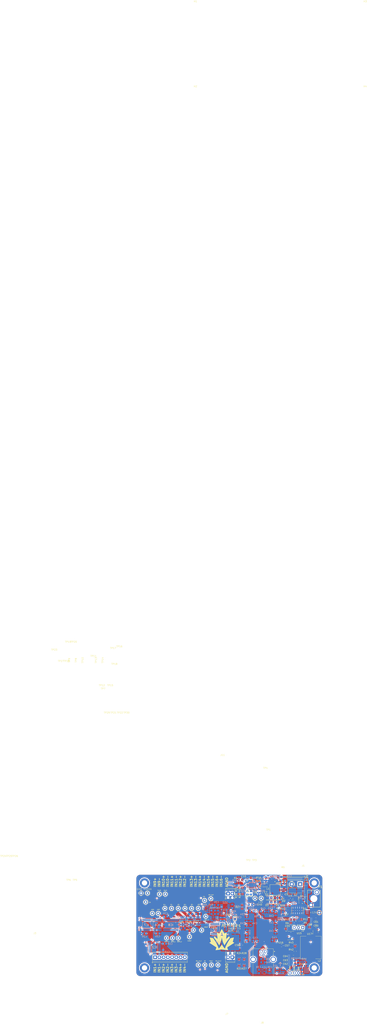
<source format=kicad_pcb>
(kicad_pcb (version 20241229) (generator "pcbnew") (generator_version "9.0")
  (layers (0 "F.Cu" signal) (4 "In1.Cu" power "GND1.Cu") (6 "In2.Cu" power "PWR.Cu") (8 "In3.Cu" signal "Sig1.Cu") (10 "In4.Cu" power "GND2.Cu") (2 "B.Cu" signal) (13 "F.Paste" user) (15 "B.Paste" user) (5 "F.SilkS" user "F.Silkscreen") (7 "B.SilkS" user "B.Silkscreen") (1 "F.Mask" user) (3 "B.Mask" user) (25 "Edge.Cuts" user))
  (net 0 "")
  (net 1 "GND")
  (net 2 "/12V Input/IN_SYS")
  (net 3 "+12V")
  (net 4 "Net-(U1-dVdT)")
  (net 5 "+2V")
  (net 6 "V_BOOST")
  (net 7 "/30V VDDA/ISENSE_30V")
  (net 8 "Net-(U2-NR)")
  (net 9 "Net-(IC1-VCC)")
  (net 10 "Net-(IC1-SS)")
  (net 11 "Net-(IC1-COMP)")
  (net 12 "Net-(C15-Pad1)")
  (net 13 "VDDA")
  (net 14 "Net-(U12-FILT)")
  (net 15 "+5V")
  (net 16 "/ADC + FVR/REF_OUT")
  (net 17 "+3V3")
  (net 18 "Net-(U16-NRST)")
  (net 19 "Net-(C56-Pad1)")
  (net 20 "Net-(C57-Pad1)")
  (net 21 "/2V DVCC/BST")
  (net 22 "Net-(U17-SW)")
  (net 23 "Net-(U18-IN+)")
  (net 24 "/2V DVCC/ISENSE_2V")
  (net 25 "Net-(D1-K)")
  (net 26 "Net-(D2-K)")
  (net 27 "Net-(D3-K)")
  (net 28 "Net-(D4-K)")
  (net 29 "Net-(D6-A)")
  (net 34 "/30V VDDA/PGOOD_30V")
  (net 35 "Net-(IC1-RT)")
  (net 37 "Net-(IC1-FB)")
  (net 38 "/Frontend/IN1-")
  (net 39 "/Frontend/IN_1..4+")
  (net 40 "/Frontend/EN_1..4")
  (net 41 "/Frontend/IN3-")
  (net 42 "/Frontend/INPUT_A1")
  (net 43 "/Frontend/IN2+")
  (net 44 "/Frontend/IN3+")
  (net 45 "/Frontend/IN2-")
  (net 46 "/Frontend/IN4+")
  (net 47 "/Frontend/FAULT_1..4")
  (net 48 "/Frontend/SF_1..4")
  (net 49 "/Frontend/IN_1..4-")
  (net 50 "/Frontend/IN1+")
  (net 51 "/Frontend/INPUT_A0")
  (net 52 "/Frontend/IN4-")
  (net 53 "/Frontend/IN_9..12-")
  (net 54 "/Frontend/FAULT_9..12")
  (net 55 "/Frontend/IN_9..12+")
  (net 56 "/Frontend/SF_9..12")
  (net 57 "/Frontend/FAULT_5..8")
  (net 58 "/Frontend/SF_5..8")
  (net 59 "/Frontend/IN_5..8+")
  (net 60 "/Frontend/IN_5..8-")
  (net 61 "/Frontend/SF_13..16")
  (net 62 "/Frontend/IN_13..16-")
  (net 63 "/Frontend/FAULT_13..16")
  (net 64 "/Frontend/IN_13..16+")
  (net 65 "/Frontend/IN+")
  (net 66 "/Frontend/IN-")
  (net 67 "/ADC + FVR/CAL")
  (net 68 "/Amplifiers/AMP_IN-")
  (net 69 "/Amplifiers/AMP_IN+")
  (net 70 "/Frontend/SINGLE_DIFF_0")
  (net 71 "/Frontend/SINGLE_DIFF_1")
  (net 72 "/Frontend/SEL_IN_3")
  (net 73 "/Frontend/SEL_IN_2")
  (net 74 "/Amplifiers/AMP5-")
  (net 75 "/Amplifiers/AMP_SEL_0")
  (net 76 "/Amplifiers/AMP8-")
  (net 77 "/Amplifiers/AMP1-")
  (net 78 "/Amplifiers/AMP6-")
  (net 79 "/Amplifiers/AMP7-")
  (net 80 "/Amplifiers/AMP3+")
  (net 81 "/Amplifiers/AMP_SEL_2")
  (net 82 "/Amplifiers/AMP2+")
  (net 83 "/Amplifiers/AMP4+")
  (net 85 "/Amplifiers/AMP4-")
  (net 88 "/Amplifiers/AMP1+")
  (net 89 "/Amplifiers/AMP_SEL_1")
  (net 90 "/Amplifiers/AMP7+")
  (net 91 "/Amplifiers/AMP5+")
  (net 92 "/Amplifiers/AMP3-")
  (net 93 "/Amplifiers/AMP2-")
  (net 94 "/Amplifiers/AMP8+")
  (net 95 "/Amplifiers/AMP6+")
  (net 96 "/Amplifiers/A2_OUT")
  (net 97 "/Amplifiers/A1_OUT")
  (net 98 "/Amplifiers/A6_OUT")
  (net 99 "/Amplifiers/A3_OUT")
  (net 100 "/Amplifiers/A4_OUT")
  (net 101 "/ADC + FVR/ADC_IN")
  (net 102 "/Amplifiers/A5_OUT")
  (net 103 "/Amplifiers/A8_OUT")
  (net 104 "/Amplifiers/A7_OUT")
  (net 105 "Net-(IC10-AINP)")
  (net 106 "/ADC + FVR/MISO")
  (net 107 "/ADC + FVR/MOSI")
  (net 108 "/ADC + FVR/CONVST")
  (net 109 "/ADC + FVR/SCK")
  (net 110 "/12V Input/PWR_ON")
  (net 111 "/MCU/USB_D-")
  (net 112 "/MCU/VBUS")
  (net 113 "/MCU/USB_D+")
  (net 114 "Net-(J9-Pin_2)")
  (net 115 "Net-(J9-Pin_1)")
  (net 116 "/MCU/SWDIO")
  (net 117 "/MCU/SWCLK")
  (net 118 "Net-(JP1-C)")
  (net 119 "Net-(Q1-G)")
  (net 120 "Net-(Q1-D)")
  (net 121 "Net-(Q2-G)")
  (net 122 "/12V Input/PGTH")
  (net 123 "Net-(U1-ILIM)")
  (net 124 "/12V Input/ISENSE_12V")
  (net 125 "/12V Input/V_UVLO")
  (net 126 "/12V Input/V_OVP")
  (net 127 "Net-(U3-IN+)")
  (net 128 "Net-(R14-Pad2)")
  (net 129 "Net-(U2-SENSE{slash}FB)")
  (net 130 "Net-(U3-VO)")
  (net 131 "Net-(R32-Pad2)")
  (net 132 "Net-(R32-Pad1)")
  (net 133 "Net-(R33-Pad1)")
  (net 134 "Net-(R33-Pad2)")
  (net 135 "Net-(R35-Pad2)")
  (net 136 "Net-(R35-Pad1)")
  (net 137 "/MCU/VBUS_SENSE")
  (net 138 "Net-(U17-VFB)")
  (net 139 "Net-(U18-VO)")
  (net 141 "/12V Input/~{FLT_12V}")
  (net 150 "Net-(U4-Rg-Pad3)")
  (net 151 "Net-(U4-Rg-Pad2)")
  (net 153 "/MCU/CAN_TX")
  (net 154 "/MCU/CAN_RX")
  (net 228 "Net-(IC10-AINN)")
  (net 229 "Net-(RN2-R2)")
  (net 230 "Net-(J1-Pin_1)")
  (footprint "Capacitor_SMD:C_0805_2012Metric_Pad1.18x1.45mm_HandSolder" (layer "F.Cu") (at 131.191 49.53)
    (property "Reference" "C12")
    (property "Value" "1uF")
  )
  (footprint "Resistor_SMD:R_0805_2012Metric_Pad1.20x1.40mm_HandSolder" (layer "F.Cu") (at 137.668 69.342 90)
    (property "Reference" "R7")
    (property "Value" "9.09kR")
  )
  (footprint "TestPoint:TestPoint_Pad_1.5x1.5mm" (layer "F.Cu") (at 104.902 72.39)
    (property "Reference" "TP4")
    (property "Value" "5V")
  )
  (footprint "TestPoint:TestPoint_Keystone_5000-5004_Miniature" (layer "F.Cu") (at 77.75 83 90)
    (property "Reference" "TP7")
    (property "Value" "A1_OUT")
  )
  (footprint "Capacitor_SMD:C_0805_2012Metric_Pad1.18x1.45mm_HandSolder" (layer "F.Cu") (at 133.985 57.658 -90)
    (property "Reference" "C5")
    (property "Value" "4.7uF")
  )
  (footprint "Capacitor_SMD:C_0805_2012Metric_Pad1.18x1.45mm_HandSolder" (layer "F.Cu") (at 139.9755 97.028 180)
    (property "Reference" "C63")
    (property "Value" "22uF")
  )
  (footprint "TestPoint:TestPoint_Keystone_5000-5004_Miniature" (layer "F.Cu") (at 87.5 70.75)
    (property "Reference" "TP18")
    (property "Value" "AINP")
  )
  (footprint "Capacitor_SMD:C_0805_2012Metric_Pad1.18x1.45mm_HandSolder" (layer "F.Cu") (at 82.042 75.311)
    (property "Reference" "C27")
    (property "Value" "0.1uF")
  )
  (footprint "Capacitor_SMD:C_0805_2012Metric_Pad1.18x1.45mm_HandSolder" (layer "F.Cu") (at 119.126 55.6475 -90)
    (property "Reference" "C8")
    (property "Value" "100nF")
  )
  (footprint "Capacitor_SMD:C_0805_2012Metric_Pad1.18x1.45mm_HandSolder" (layer "F.Cu") (at 153.4605 72.39 180)
    (property "Reference" "C61")
    (property "Value" "100nF")
  )
  (footprint "Resistor_SMD:R_0805_2012Metric_Pad1.20x1.40mm_HandSolder" (layer "F.Cu") (at 136.017 60.96 -90)
    (property "Reference" "R9")
    (property "Value" "374kR")
  )
  (footprint "MountingHole:MountingHole_3.2mm_M3_DIN965_Pad" (layer "F.Cu") (at 152.4 50.8)
    (property "Reference" "H3")
    (property "Value" "MountingHole_Pad")
  )
  (footprint "Resistor_SMD:R_0805_2012Metric_Pad1.20x1.40mm_HandSolder" (layer "F.Cu") (at 110.49 95.504 -90)
    (property "Reference" "R28")
    (property "Value" "1kR")
  )
  (footprint "LED_SMD:LED_1206_3216Metric_Pad1.42x1.75mm_HandSolder" (layer "F.Cu") (at 125.222 62.23 180)
    (property "Reference" "D2")
    (property "Value" "GREEN")
  )
  (footprint "Connector_PinHeader_2.54mm:PinHeader_1x03_P2.54mm_Vertical" (layer "F.Cu") (at 145.542 77.47 -90)
    (property "Reference" "J2")
    (property "Value" "Screw_Terminal_01x03")
  )
  (footprint "TestPoint:TestPoint_Keystone_5000-5004_Miniature" (layer "F.Cu") (at 67 66 90)
    (property "Reference" "TP8")
    (property "Value" "AMP1-")
  )
  (footprint "Capacitor_SMD:C_0805_2012Metric_Pad1.18x1.45mm_HandSolder" (layer "F.Cu") (at 134.366 52.197 90)
    (property "Reference" "C11")
    (property "Value" "100nF")
  )
  (footprint "Resistor_SMD:R_0805_2012Metric_Pad1.20x1.40mm_HandSolder" (layer "F.Cu") (at 109.474 54.626 90)
    (property "Reference" "R30")
    (property "Value" "1kR")
  )
  (footprint "TerminalBlock_Phoenix:TerminalBlock_Phoenix_MPT-0,5-8-2.54_1x08_P2.54mm_Horizontal" (layer "F.Cu") (at 57.15 95.25)
    (property "Reference" "J3")
    (property "Value" "Screw_Terminal_01x08")
  )
  (footprint "Resistor_SMD:R_0805_2012Metric_Pad1.20x1.40mm_HandSolder" (layer "F.Cu") (at 122.428 49.657 180)
    (property "Reference" "R20")
    (property "Value" "2.43kR")
  )
  (footprint "Capacitor_SMD:C_0805_2012Metric_Pad1.18x1.45mm_HandSolder" (layer "F.Cu") (at 153.4605 76.708 180)
    (property "Reference" "C59" (hide yes))
    (property "Value" "10uF")
  )
  (footprint "TestPoint:TestPoint_Keystone_5000-5004_Miniature" (layer "F.Cu") (at 55.5 69)
    (property "Reference" "TP27")
    (property "Value" "AMPIN-")
  )
  (footprint "Capacitor_SMD:C_0805_2012Metric_Pad1.18x1.45mm_HandSolder" (layer "F.Cu") (at 108.839 88.011 -90)
    (property "Reference" "C56")
    (property "Value" "2.2u")
  )
  (footprint "Capacitor_SMD:C_0805_2012Metric_Pad1.18x1.45mm_HandSolder" (layer "F.Cu") (at 138.176 60.96 90)
    (property "Reference" "C4")
    (property "Value" "10nF")
  )
  (footprint "Resistor_SMD:R_0805_2012Metric_Pad1.20x1.40mm_HandSolder" (layer "F.Cu") (at 110.49 99.314 -90)
    (property "Reference" "R27")
    (property "Value" "1kR")
  )
  (footprint "Package_TO_SOT_SMD:SOT-23-6" (layer "F.Cu") (at 153.228 79.8885 90)
    (property "Reference" "U17")
    (property "Value" "TPS565201")
  )
  (footprint "TerminalBlock_Phoenix:TerminalBlock_Phoenix_MPT-0,5-2-2.54_1x02_P2.54mm_Horizontal" (layer "F.Cu") (at 100.838 57.15)
    (property "Reference" "J11")
    (property "Value" "Screw_Terminal_01x02")
  )
  (footprint "Connector_PinHeader_2.54mm:PinHeader_1x03_P2.54mm_Vertical" (layer "F.Cu") (at 137.922 104.648 90)
    (property "Reference" "J9")
    (property "Value" "CAN")
  )
  (footprint "input_board:CR_SOD123F_DIO" (layer "F.Cu") (at 122.936 52.07)
    (property "Reference" "D6")
    (property "Value" "B260S1F-7")
  )
  (footprint "TestPoint:TestPoint_Keystone_5000-5004_Miniature" (layer "F.Cu") (at 64 83.75)
    (property "Reference" "TP24")
    (property "Value" "AMPS0")
  )
  (footprint "Resistor_SMD:R_0805_2012Metric_Pad1.20x1.40mm_HandSolder" (layer "F.Cu") (at 122.428 47.625)
    (property "Reference" "R16")
    (property "Value" "75kR")
  )
  (footprint "TestPoint:TestPoint_Keystone_5000-5004_Miniature" (layer "F.Cu") (at 83 66 90)
    (property "Reference" "TP14")
    (property "Value" "AMP3+")
  )
  (footprint "LED_SMD:LED_1206_3216Metric_Pad1.42x1.75mm_HandSolder" (layer "F.Cu") (at 130.429 62.23)
    (property "Reference" "D4")
    (property "Value" "WHITE")
  )
  (footprint "Resistor_SMD:R_0805_2012Metric_Pad1.20x1.40mm_HandSolder" (layer "F.Cu") (at 144.78 73.644 -90)
    (property "Reference" "R12")
    (property "Value" "10kR")
  )
  (footprint "TestPoint:TestPoint_Keystone_5000-5004_Miniature" (layer "F.Cu") (at 155.448 68.58)
    (property "Reference" "TP1")
    (property "Value" "12V")
  )
  (footprint "MountingHole:MountingHole_3.2mm_M3_DIN965_Pad" (layer "F.Cu") (at 152.4 101.6)
    (property "Reference" "H4")
    (property "Value" "MountingHole_Pad")
  )
  (footprint "Capacitor_SMD:C_0805_2012Metric_Pad1.18x1.45mm_HandSolder" (layer "F.Cu") (at 136.398 78.232)
    (property "Reference" "C55")
    (property "Value" "10u")
  )
  (footprint "input_board:CUI_UJ2-BH-1-TH" (layer "F.Cu") (at 123.09995 91.7796)
    (property "Reference" "J8")
    (property "Value" "USB_B")
  )
  (footprint "input_board:01530009Z" (layer "F.Cu") (at 153.924 56.388 -90)
    (property "Reference" "F1")
    (property "Value" "5A" (hide yes))
  )
  (footprint "Capacitor_SMD:C_0805_2012Metric_Pad1.18x1.45mm_HandSolder" (layer "F.Cu") (at 149.606 78.232 -90)
    (property "Reference" "C58")
    (property "Value" "100nF")
  )
  (footprint "Package_DFN_QFN:Texas_RGW0020A_VQFN-20-1EP_5x5mm_P0.65mm_EP3.15x3.15mm_ThermalVias" (layer "F.Cu") (at 114.7905 52.0875)
    (property "Reference" "U2")
    (property "Value" "TPS7A4701xRGW")
  )
  (footprint "MountingHole:MountingHole_3.2mm_M3_DIN965_Pad" (layer "F.Cu") (at 50.8 50.8)
    (property "Reference" "H1")
    (property "Value" "MountingHole_Pad")
  )
  (footprint "TestPoint:TestPoint_Keystone_5000-5004_Miniature" (layer "F.Cu") (at 63.25 57.5)
    (property "Reference" "TP20")
    (property "Value" "IN_A1")
  )
  (footprint "Resistor_SMD:R_0805_2012Metric_Pad1.20x1.40mm_HandSolder" (layer "F.Cu") (at 140.97 91.694 90)
    (property "Reference" "R42")
    (property "Value" "17.4kR")
  )
  (footprint "TestPoint:TestPoint_Keystone_5000-5004_Miniature" (layer "F.Cu") (at 90.5 60.25)
    (property "Reference" "TP16")
    (property "Value" "REF_OUT")
  )
  (footprint "TestPoint:TestPoint_Keystone_5000-5004_Miniature" (layer "F.Cu") (at 75 66)
    (property "Reference" "TP11")
    (property "Value" "AMP2+")
  )
  (footprint "Package_SO:HTSSOP-20-1EP_4.4x6.5mm_P0.65mm_EP3.4x6.5mm_Mask2.96x2.96mm_ThermalVias" (layer "F.Cu") (at 142.371 67.2415 -90)
    (property "Reference" "U1")
    (property "Value" "TPS26631PWP")
  )
  (footprint "Resistor_SMD:R_0805_2012Metric_Pad1.20x1.40mm_HandSolder" (layer "F.Cu") (at 131.699 47.244 180)
    (property "Reference" "R22")
    (property "Value" "9.76kR")
  )
  (footprint "Capacitor_SMD:C_0805_2012Metric_Pad1.18x1.45mm_HandSolder" (layer "F.Cu") (at 153.4605 74.676 180)
    (property "Reference" "C60")
    (property "Value" "10uF")
  )
  (footprint "Capacitor_SMD:C_0805_2012Metric_Pad1.18x1.45mm_HandSolder" (layer "F.Cu") (at 121.412 55.6475 -90)
    (property "Reference" "C7")
    (property "Value" "4.7uF")
  )
  (footprint "TestPoint:TestPoint_Keystone_5000-5004_Miniature" (layer "F.Cu") (at 120.65 59.944)
    (property "Reference" "TP3")
    (property "Value" "2V")
  )
  (footprint "input_board:QFN50P300X300X80-17N-D" (layer "F.Cu") (at 127 48.514 180)
    (property "Reference" "IC1")
    (property "Value" "LM5157RTER" (hide yes))
  )
  (footprint "TerminalBlock_Phoenix:TerminalBlock_Phoenix_MPT-0,5-2-2.54_1x02_P2.54mm_Horizontal" (layer "F.Cu") (at 103.378 95.25 180)
    (property "Reference" "J7")
    (property "Value" "Screw_Terminal_01x02")
  )
  (footprint "input_board:IND_SRP1265A-2R2M" (layer "F.Cu") (at 150.368 89.408 -90)
    (property "Reference" "L2")
    (property "Value" "SRP1265A-2R2M")
  )
  (footprint "LED_SMD:LED_1206_3216Metric_Pad1.42x1.75mm_HandSolder" (layer "F.Cu") (at 125.222 59.69 180)
    (property "Reference" "D3")
    (property "Value" "RED")
  )
  (footprint "Capacitor_SMD:C_0805_2012Metric_Pad1.18x1.45mm_HandSolder" (layer "F.Cu") (at 77.4485 75.692)
    (property "Reference" "C28")
    (property "Value" "0.1uF")
  )
  (footprint "input_board:IND_BOURNS_SRR5018" (layer "F.Cu") (at 129.032 54.991 180)
    (property "Reference" "L1")
    (property "Value" "SRR5018-3R9Y")
  )
  (footprint "Package_QFP:LQFP-144_20x20mm_P0.5mm" (layer "F.Cu") (at 120.65 76.4595 -90)
    (property "Reference" "U16")
    (property "Value" "STM32H750ZBTx")
  )
  (footprint "Resistor_SMD:R_0805_2012Metric_Pad1.20x1.40mm_HandSolder" (layer "F.Cu") (at 107.442 95.504 -90)
    (property "Reference" "R24")
    (property "Value" "1kR")
  )
  (footprint "TestPoint:TestPoint_Keystone_5000-5004_Miniature" (layer "F.Cu") (at 59 69)
    (property "Reference" "TP28")
    (property "Value" "AMPIN-")
  )
  (footprint "TestPoint:TestPoint_Keystone_5000-5004_Miniature" (layer "F.Cu") (at 86.75 61.25)
    (property "Reference" "TP17")
    (property "Value" "CAL")
  )
  (footprint "TestPoint:TestPoint_Keystone_5000-5004_Miniature" (layer "F.Cu") (at 80 79 90)
    (property "Reference" "TP12")
    (property "Value" "A2_OUT")
  )
  (footprint "Resistor_SMD:R_0805_2012Metric_Pad1.20x1.40mm_HandSolder" (layer "F.Cu") (at 142.494 73.66 90)
    (property "Reference" "R5")
    (property "Value" "435kR")
  )
  (footprint "Package_SO:SOIC-8_3.9x4.9mm_P1.27mm" (layer "F.Cu") (at 138.303 82.296)
    (property "Reference" "U15")
    (property "Value" "MCP2562")
  )
  (footprint "Resistor_SMD:R_0805_2012Metric_Pad1.20x1.40mm_HandSolder" (layer "F.Cu") (at 109.474 58.436 90)
    (property "Reference" "R26")
    (property "Value" "1kR")
  )
  (footprint "input_board:Logo_SilkScreen_15mm" (layer "F.Cu") (at 97.0788 84.6582)
    (property "Reference" "G***" (hide yes))
    (property "Value" "LOGO" (hide yes))
  )
  (footprint "TestPoint:TestPoint_Keystone_5000-5004_Miniature" (layer "F.Cu") (at 67.5 83.75)
    (property "Reference" "TP25")
    (property "Value" "AMPS1")
  )
  (footprint "TestPoint:TestPoint_Keystone_5000-5004_Miniature" (layer "F.Cu") (at 48.768 56.896)
    (property "Reference" "TP6")
    (property "Value" "GND")
  )
  (footprint "LED_SMD:LED_1206_3216Metric_Pad1.42x1.75mm_HandSolder" (layer "F.Cu") (at 130.429 59.69)
    (property "Reference" "D1")
    (property "Value" "BLUE")
  )
  (footprint "Resistor_SMD:R_0805_2012Metric_Pad1.20x1.40mm_HandSolder" (layer "F.Cu") (at 107.442 58.436 90)
    (property "Reference" "R29")
    (property "Value" "1kR")
  )
  (footprint "TestPoint:TestPoint_Keystone_5000-5004_Miniature" (layer "F.Cu") (at 94.75 99.85)
    (property "Reference" "TP30")
    (property "Value" "SEL_IN_3")
  )
  (footprint "Resistor_SMD:R_0805_2012Metric_Pad1.20x1.40mm_HandSolder" (layer "F.Cu") (at 136.652 64.262)
    (property "Reference" "R10")
    (property "Value" "17kR")
  )
  (footprint "Capacitor_SMD:C_0805_2012Metric_Pad1.18x1.45mm_HandSolder" (layer "F.Cu") (at 113.4325 47.752 180)
    (property "Reference" "C10")
    (property "Value" "1uF")
  )
  (footprint "Capacitor_SMD:C_0805_2012Metric_Pad1.18x1.45mm_HandSolder" (layer "F.Cu") (at 139.954 99.314 180)
    (property "Reference" "C62")
    (property "Value" "22uF")
  )
  (footprint "TestPoint:TestPoint_Keystone_5000-5004_Miniature" (layer "F.Cu") (at 90.833333 99.85)
    (property "Reference" "TP22")
    (property "Value" "FF_1..4")
  )
  (footprint "TestPoint:TestPoint_Keystone_5000-5004_Miniature" (layer "F.Cu") (at 83 99.85)
    (property "Reference" "TP29")
    (property "Value" "SEL_IN_2")
  )
  (footprint "Resistor_SMD:R_0805_2012Metric_Pad1.20x1.40mm_HandSolder" (layer "F.Cu") (at 107.442 54.626 90)
    (property "Reference" "R25")
    (property "Value" "1kR")
  )
  (footprint "Resistor_SMD:R_0805_2012Metric_Pad1.20x1.40mm_HandSolder" (layer "F.Cu") (at 107.442 99.314 -90)
    (property "Reference" "R23")
    (property "Value" "1kR")
  )
  (footprint "Capacitor_SMD:C_0805_2012Metric_Pad1.18x1.45mm_HandSolder" (layer "F.Cu") (at 132.842 88.265)
    (property "Reference" "C57")
    (property "Value" "2.2u")
  )
  (footprint "TestPoint:TestPoint_Keystone_5000-5004_Miniature" (layer "F.Cu") (at 71 66 90)
    (property "Reference" "TP10")
    (property "Value" "AMP2-")
  )
  (footprint "Package_SON:VSON-8_3.3x3.3mm_P0.65mm_NexFET" (layer "F.Cu") (at 144.9905 61.214 -90)
    (property "Reference" "Q1")
    (property "Value" "CSD19537Q3")
  )
  (footprint "TestPoint:TestPoint_Keystone_5000-5004_Miniature" (layer "F.Cu") (at 85 79)
    (property "Reference" "TP15")
    (property "Value" "A3_OUT")
  )
  (footprint "Capacitor_SMD:C_0805_2012Metric_Pad1.18x1.45mm_HandSolder" (layer "F.Cu") (at 92.329 79.121)
    (property "Reference" "C71")
    (property "Value" "0.1uF")
  )
  (footprint "TestPoint:TestPoint_Keystone_5000-5004_Miniature" (layer "F.Cu") (at 52.578 56.896)
    (property "Reference" "TP5")
    (property "Value" "VDDA")
  )
  (footprint "Resistor_SMD:R_0805_2012Metric_Pad1.20x1.40mm_HandSolder" (layer "F.Cu") (at 147.32 99.33 -90)
    (property "Reference" "R41")
    (property "Value" "20mR")
  )
  (footprint "Capacitor_SMD:C_0805_2012Metric_Pad1.18x1.45mm_HandSolder" (layer "F.Cu") (at 101.6 71.501)
    (property "Reference" "C68")
    (property "Value" "1uF")
  )
  (footprint "MountingHole:MountingHole_3.2mm_M3_DIN965_Pad" (layer "F.Cu") (at 50.8 101.6)
    (property "Reference" "H2")
    (property "Value" "MountingHole_Pad")
  )
  (footprint "Package_TO_SOT_SMD:SOT-23" (layer "F.Cu") (at 141.224 60.452 -90)
    (property "Reference" "Q2")
    (property "Value" "BSS138")
  )
  (footprint "Resistor_SMD:R_0805_2012Metric_Pad1.20x1.40mm_HandSolder" (layer "F.Cu") (at 140.97 87.646 90)
    (property "Reference" "R43")
    (property "Value" "10kR")
  )
  (footprint "TestPoint:TestPoint_Keystone_5000-5004_Miniature" (layer "F.Cu") (at 79 66 90)
    (property "Reference" "TP13")
    (property "Value" "AMP3-")
  )
  (footprint "Resistor_SMD:R_0805_2012Metric_Pad1.20x1.40mm_HandSolder" (layer "F.Cu") (at 138.43 73.676 90)
    (property "Reference" "R47")
    (property "Value" "10kR")
  )
  (footprint "TerminalBlock_Phoenix:TerminalBlock_Phoenix_MKDS-1,5-2-5.08_1x02_P5.08mm_Horizontal" (layer "F.Cu") (at 144.018 51.562 180)
    (property "Reference" "J1")
    (property "Value" "Screw_Terminal_01x02")
  )
  (footprint "TestPoint:TestPoint_Keystone_5000-5004_Miniature" (layer "F.Cu") (at 63 66 90)
    (property "Reference" "TP9")
    (property "Value" "AMP1+")
  )
  (footprint "TestPoint:TestPoint_Keystone_5000-5004_Miniature" (layer "F.Cu") (at 71 83.75)
    (property "Reference" "TP26")
    (property "Value" "AMPS2")
  )
  (footprint "TestPoint:TestPoint_Keystone_5000-5004_Miniature" (layer "F.Cu") (at 86.916667 99.85)
    (property "Reference" "TP21")
    (property "Value" "SF_1..4")
  )
  (footprint "Capacitor_SMD:C_0805_2012Metric_Pad1.18x1.45mm_HandSolder" (layer "F.Cu") (at 116.332 63.754 180)
    (property "Reference" "C40")
    (property "Value" "100n")
  )
  (footprint "Resistor_SMD:R_0805_2012Metric_Pad1.20x1.40mm_HandSolder" (layer "F.Cu") (at 140.462 73.644 -90)
    (property "Reference" "R6")
    (property "Value" "56kR")
  )
  (footprint "TestPoint:TestPoint_Keystone_5000-5004_Miniature" (layer "F.Cu") (at 116.967 59.944)
    (property "Reference" "TP2")
    (property "Value" "VBOOST")
  )
  (footprint "Capacitor_SMD:C_0805_2012Metric_Pad1.18x1.45mm_HandSolder" (layer "F.Cu") (at 139.9755 94.742 180)
    (property "Reference" "C64")
    (property "Value" "22uF")
  )
  (footprint "TestPoint:TestPoint_Keystone_5000-5004_Miniature" (layer "F.Cu") (at 51.5 62.25)
    (property "Reference" "TP23")
    (property "Value" "EN")
  )
  (footprint "TestPoint:TestPoint_Keystone_5000-5004_Miniature" (layer "F.Cu") (at 59.75 57.5)
    (property "Reference" "TP19")
    (property "Value" "IN_A0")
  )
  (footprint "Capacitor_SMD:C_0805_2012Metric_Pad1.18x1.45mm_HandSolder" (layer "F.Cu") (at 108.204 48.895 180)
    (property "Reference" "C6")
    (property "Value" "1uF")
  )
  (footprint "Resistor_SMD:R_0805_2012Metric_Pad1.20x1.40mm_HandSolder" (layer "F.Cu") (at 109.22 65.167 -90)
    (property "Reference" "R17")
    (property "Value" "10kR")
  )
  (footprint "Resistor_SMD:R_0805_2012Metric_Pad1.20x1.40mm_HandSolder" (layer "F.Cu") (at 136.668 66.294 180)
    (property "Reference" "R11")
    (property "Value" "34kR")
  )
  (footprint "Capacitor_SMD:C_0805_2012Metric_Pad1.18x1.45mm_HandSolder" (layer "F.Cu") (at 72.6225 75.692)
    (property "Reference" "C29")
    (property "Value" "0.1uF")
  )
  (footprint "Capacitor_SMD:C_0805_2012Metric_Pad1.18x1.45mm_HandSolder" (layer "B.Cu") (at 112.014 84.328 90)
    (property "Reference" "C51")
    (property "Value" "100n")
  )
  (footprint "Resistor_SMD:R_0805_2012Metric_Pad1.20x1.40mm_HandSolder" (layer "B.Cu") (at 142.748 98.552 90)
    (property "Reference" "R44")
    (property "Value" "500R")
  )
  (footprint "Capacitor_SMD:C_0805_2012Metric_Pad1.18x1.45mm_HandSolder" (layer "B.Cu") (at 119.3292 103.7336 -90)
    (property "Reference" "C39")
    (property "Value" "2.2uF")
  )
  (footprint "Capacitor_SMD:C_0805_2012Metric_Pad1.18x1.45mm_HandSolder" (layer "B.Cu") (at 128.524 85.09 180)
    (property "Reference" "C42")
    (property "Value" "4.7u")
  )
  (footprint "Resistor_SMD:R_0805_2012Metric_Pad1.20x1.40mm_HandSolder" (layer "B.Cu") (at 121.682 98.298)
    (property "Reference" "R40")
    (property "Value" "24kR")
  )
  (footprint "Resistor_SMD:R_0805_2012Metric_Pad1.20x1.40mm_HandSolder" (layer "B.Cu") (at 120.396 70.866 180)
    (property "Reference" "R8")
    (property "Value" "38.3kR")
  )
  (footprint "input_board:SOP65P640X120-20N" (layer "B.Cu") (at 56.844842 89.255)
    (property "Reference" "IC2")
    (property "Value" "TMUX7349FPWR" (hide yes))
  )
  (footprint "Capacitor_SMD:C_0805_2012Metric_Pad1.18x1.45mm_HandSolder" (layer "B.Cu") (at 104.902 71.374 90)
    (property "Reference" "C36")
    (property "Value" "0.1uF")
  )
  (footprint "Resistor_SMD:R_0805_2012Metric_Pad1.20x1.40mm_HandSolder" (layer "B.Cu") (at 107.315 52.324 180)
    (property "Reference" "R13")
    (property "Value" "20mR")
  )
  (footprint "Resistor_SMD:R_0805_2012Metric_Pad1.20x1.40mm_HandSolder" (layer "B.Cu") (at 126.746 58.674 90)
    (property "Reference" "R3")
    (property "Value" "150R")
  )
  (footprint "Capacitor_SMD:C_0805_2012Metric_Pad1.18x1.45mm_HandSolder" (layer "B.Cu") (at 114.554 56.769 90)
    (property "Reference" "C9")
    (property "Value" "1.6nF")
  )
  (footprint "Resistor_SMD:R_0805_2012Metric_Pad1.20x1.40mm_HandSolder" (layer "B.Cu") (at 112.395 56.769 90)
    (property "Reference" "R19")
    (property "Value" "500R")
  )
  (footprint "Capacitor_SMD:C_0805_2012Metric_Pad1.18x1.45mm_HandSolder" (layer "B.Cu") (at 112.014 74.93 90)
    (property "Reference" "C49")
    (property "Value" "100n")
  )
  (footprint "Capacitor_SMD:C_0805_2012Metric_Pad1.18x1.45mm_HandSolder" (layer "B.Cu") (at 61.976 91.9695 -90)
    (property "Reference" "C19")
    (property "Value" "1uF")
  )
  (footprint "Resistor_SMD:R_0805_2012Metric_Pad1.20x1.40mm_HandSolder" (layer "B.Cu") (at 91.964 67.31 180)
    (property "Reference" "R46")
    (property "Value" "15R")
  )
  (footprint "Capacitor_SMD:C_0805_2012Metric_Pad1.18x1.45mm_HandSolder" (layer "B.Cu") (at 132.871 48.26 90)
    (property "Reference" "C14")
    (property "Value" "300pF")
  )
  (footprint "Resistor_SMD:R_0805_2012Metric_Pad1.20x1.40mm_HandSolder" (layer "B.Cu") (at 126.704 63.357 -90)
    (property "Reference" "R2")
    (property "Value" "1.3kR")
  )
  (footprint "Package_TO_SOT_SMD:SOT-23" (layer "B.Cu") (at 92.009 72.3415 90)
    (property "Reference" "RN2")
    (property "Value" "MAX5490TA05000-T")
  )
  (footprint "Capacitor_SMD:C_0805_2012Metric_Pad1.18x1.45mm_HandSolder" (layer "B.Cu") (at 94.869 68.326 -90)
    (property "Reference" "C67")
    (property "Value" "1.1nF")
  )
  (footprint "Resistor_SMD:R_0805_2012Metric_Pad1.20x1.40mm_HandSolder" (layer "B.Cu") (at 82.846 69.3555)
    (property "Reference" "R33")
    (property "Value" "1.2kR")
  )
  (footprint "input_board:SOP65P640X120-16N" (layer "B.Cu") (at 52.07 75.946 -90)
    (property "Reference" "IC7")
    (property "Value" "MUX509IPW" (hide yes))
  )
  (footprint "Resistor_SMD:R_0805_2012Metric_Pad1.20x1.40mm_HandSolder" (layer "B.Cu") (at 73.882 77.978)
    (property "Reference" "R35")
    (property "Value" "122R")
  )
  (footprint "Capacitor_SMD:C_0805_2012Metric_Pad1.18x1.45mm_HandSolder" (layer "B.Cu") (at 114.2785 63.754)
    (property "Reference" "C41")
    (property "Value" "1u")
  )
  (footprint "Diode_SMD:D_SMC_Handsoldering" (layer "B.Cu") (at 143.764 55.626)
    (property "Reference" "D5")
    (property "Value" "SMCJ36CA")
  )
  (footprint "Capacitor_SMD:C_0805_2012Metric_Pad1.18x1.45mm_HandSolder" (layer "B.Cu") (at 58.674 81.026)
    (property "Reference" "C25")
    (property "Value" "0.1uF")
  )
  (footprint "Package_TO_SOT_SMD:SOT-23" (layer "B.Cu") (at 87.5515 66.294 180)
    (property "Reference" "RN1")
    (property "Value" "MAX5490GA01000-T")
  )
  (footprint "Capacitor_SMD:C_0805_2012Metric_Pad1.18x1.45mm_HandSolder" (layer "B.Cu") (at 93.8315 64.008)
    (property "Reference" "C34")
    (property "Value" "1uF")
  )
  (footprint "Package_SO:VSSOP-8_3x3mm_P0.65mm" (layer "B.Cu") (at 82.874 73.5795 -90)
    (property "Reference" "U6")
    (property "Value" "INA849DGK")
  )
  (footprint "Resistor_SMD:R_0805_2012Metric_Pad1.20x1.40mm_HandSolder" (layer "B.Cu") (at 119.126 55.6475 -90)
    (property "Reference" "R18")
    (property "Value" "10kR")
  )
  (footprint "input_board:SOP50P490X110-10N" (layer "B.Cu") (at 99.146 68.58)
    (property "Reference" "IC10")
    (property "Value" "ADS8860IDGSR" (hide yes))
  )
  (footprint "Capacitor_SMD:C_0805_2012Metric_Pad1.18x1.45mm_HandSolder" (layer "B.Cu") (at 117.0725 85.344 180)
    (property "Reference" "C52")
    (property "Value" "100n")
  )
  (footprint "Connector_PinSocket_1.27mm:PinSocket_2x02_P1.27mm_Vertical_SMD" (layer "B.Cu") (at 132.058 103.124)
    (property "Reference" "J10")
    (property "Value" "Programmer")
  )
  (footprint "Package_TO_SOT_SMD:SOT-23-5" (layer "B.Cu") (at 122.4987 103.6676 180)
    (property "Reference" "U14")
    (property "Value" "TPS76933")
  )
  (footprint "Capacitor_SMD:C_0805_2012Metric_Pad1.18x1.45mm_HandSolder" (layer "B.Cu") (at 125.6792 103.7336 -90)
    (property "Reference" "C38")
    (property "Value" "1uF")
  )
  (footprint "Package_SO:VSSOP-8_3x3mm_P0.65mm" (layer "B.Cu") (at 78.359 73.66 -90)
    (property "Reference" "U5")
    (property "Value" "INA849DGK")
  )
  (footprint "Capacitor_SMD:C_0805_2012Metric_Pad1.18x1.45mm_HandSolder" (layer "B.Cu") (at 114.3 74.93 90)
    (property "Reference" "C44")
    (property "Value" "100n")
  )
  (footprint "Capacitor_SMD:C_0805_2012Metric_Pad1.18x1.45mm_HandSolder" (layer "B.Cu") (at 123.317 48.3655 -90)
    (property "Reference" "C13")
    (property "Value" "10nF")
  )
  (footprint "Capacitor_SMD:C_0805_2012Metric_Pad1.18x1.45mm_HandSolder" (layer "B.Cu") (at 134.985 48.26 90)
    (property "Reference" "C15")
    (property "Value" "6.8nF")
  )
  (footprint "Capacitor_SMD:C_0805_2012Metric_Pad1.18x1.45mm_HandSolder" (layer "B.Cu") (at 129.286 74.6975 -90)
    (property "Reference" "C47")
    (property "Value" "100n")
  )
  (footprint "Resistor_SMD:R_0805_2012Metric_Pad1.20x1.40mm_HandSolder" (layer "B.Cu") (at 129.032 63.373 -90)
    (property "Reference" "R4")
    (property "Value" "500R")
  )
  (footprint "Package_TO_SOT_SMD:SOT-23-5_HandSoldering" (layer "B.Cu") (at 145.542 99.314 -90)
    (property "Reference" "U18")
    (property "Value" "INA180A3")
  )
  (footprint "input_board:SOP65P640X120-16N" (layer "B.Cu") (at 93.117 78.342 -90)
    (property "Reference" "IC9")
    (property "Value" "MUX508IPW" (hide yes))
  )
  (footprint "Resistor_SMD:R_0805_2012Metric_Pad1.20x1.40mm_HandSolder" (layer "B.Cu") (at 115.586 49.657)
    (property "Reference" "R14")
    (property "Value" "203kR")
  )
  (footprint "Resistor_SMD:R_0805_2012Metric_Pad1.20x1.40mm_HandSolder" (layer "B.Cu") (at 121.682 96.266 180)
    (property "Reference" "R39")
    (property "Value" "51kR")
  )
  (footprint "Resistor_SMD:R_0805_2012Metric_Pad1.20x1.40mm_HandSolder" (layer "B.Cu") (at 131.445 59.69)
    (property "Reference" "R1")
    (property "Value" "510R")
  )
  (footprint "Capacitor_SMD:C_0805_2012Metric_Pad1.18x1.45mm_HandSolder" (layer "B.Cu") (at 121.6875 67.818)
    (property "Reference" "C48")
    (property "Value" "100n")
  )
  (footprint "Jumper:SolderJumper-3_P2.0mm_Open_TrianglePad1.0x1.5mm_NumberLabels" (layer "B.Cu") (at 133.604 68.142 90)
    (property "Reference" "JP1")
    (property "Value" "Jumper_3_Open")
  )
  (footprint "Capacitor_SMD:C_0805_2012Metric_Pad1.18x1.45mm_HandSolder" (layer "B.Cu") (at 103.378 64.77 90)
    (property "Reference" "C37")
    (property "Value" "1uF")
  )
  (footprint "Resistor_SMD:R_0805_2012Metric_Pad1.20x1.40mm_HandSolder" (layer "B.Cu") (at 133.731 51.308 180)
    (property "Reference" "R21")
    (property "Value" "1.33k")
  )
  (footprint "input_board:SOP65P640X120-28N" (layer "B.Cu") (at 66.548 75.946 -90)
    (property "Reference" "IC8")
    (property "Value" "MUX36D08IPW" (hide yes))
  )
  (footprint "Capacitor_SMD:C_0805_2012Metric_Pad1.18x1.45mm_HandSolder" (layer "B.Cu") (at 62.7595 87.122)
    (property "Reference" "C18")
    (property "Value" "0.1uF")
  )
  (footprint "Capacitor_SMD:C_0805_2012Metric_Pad1.18x1.45mm_HandSolder" (layer "B.Cu") (at 126.2165 67.818 180)
    (property "Reference" "C43")
    (property "Value" "100n")
  )
  (footprint "input_board:SOP65P640X120-16N" (layer "B.Cu") (at 58.42 75.946 -90)
    (property "Reference" "IC6")
    (property "Value" "MUX509IPW" (hide yes))
  )
  (footprint "Package_TO_SOT_SMD:TO-263-3_TabPin2" (layer "B.Cu") (at 102.235 84.963 -90)
    (property "Reference" "U13")
    (property "Value" "uA7805")
  )
  (footprint "Capacitor_SMD:C_0805_2012Metric_Pad1.18x1.45mm_HandSolder" (layer "B.Cu") (at 129.286 69.1095 -90)
    (property "Reference" "C46")
    (property "Value" "100n")
  )
  (footprint "Capacitor_SMD:C_0805_2012Metric_Pad1.18x1.45mm_HandSolder" (layer "B.Cu") (at 145.161 103.8645 -90)
    (property "Reference" "C65")
    (property "Value" "1uF")
  )
  (footprint "Capacitor_SMD:C_0805_2012Metric_Pad1.18x1.45mm_HandSolder" (layer "B.Cu") (at 112.014 69.596 90)
    (property "Reference" "C54")
    (property "Value" "100n")
  )
  (footprint "Capacitor_SMD:C_0805_2012Metric_Pad1.18x1.45mm_HandSolder" (layer "B.Cu") (at 63.373 70.866 180)
    (property "Reference" "C70")
    (property "Value" "0.1uF")
  )
  (footprint "Capacitor_SMD:C_0805_2012Metric_Pad1.18x1.45mm_HandSolder" (layer "B.Cu") (at 129.286 79.502 -90)
    (property "Reference" "C45")
    (property "Value" "100n")
  )
  (footprint "Capacitor_SMD:C_0805_2012Metric_Pad1.18x1.45mm_HandSolder" (layer "B.Cu") (at 112.014 80.264 90)
    (property "Reference" "C50")
    (property "Value" "100n")
  )
  (footprint "Resistor_SMD:R_0805_2012Metric_Pad1.20x1.40mm_HandSolder" (layer "B.Cu") (at 78.409 69.436)
    (property "Reference" "R32")
    (property "Value" "6kR")
  )
  (footprint "Capacitor_SMD:C_0805_2012Metric_Pad1.18x1.45mm_HandSolder" (layer "B.Cu") (at 50.8 81.026 180)
    (property "Reference" "C24")
    (property "Value" "0.1uF")
  )
  (footprint "Capacitor_SMD:C_0805_2012Metric_Pad1.18x1.45mm_HandSolder" (layer "B.Cu") (at 140.716 98.5305 90)
    (property "Reference" "C66")
    (property "Value" "1.6nF")
  )
  (footprint "Capacitor_SMD:C_0805_2012Metric_Pad1.18x1.45mm_HandSolder" (layer "B.Cu") (at 115.0405 67.818 180)
    (property "Reference" "C53")
    (property "Value" "100n")
  )
  (footprint "input_board:SC70-5_DCK_TEX" (layer "B.Cu") (at 107.173001 49.19345 -90)
    (property "Reference" "U3")
    (property "Value" "INA290A3")
  )
  (footprint "Resistor_SMD:R_0805_2012Metric_Pad1.20x1.40mm_HandSolder" (layer "B.Cu") (at 119.38 51.451 -90)
    (property "Reference" "R15")
    (property "Value" "1.29kR")
  )
  (footprint "Package_SO:VSSOP-8_3x3mm_P0.65mm" (layer "B.Cu") (at 99.06 64.77)
    (property "Reference" "U12")
    (property "Value" "REF6050xDGK")
  )
  (footprint "Capacitor_SMD:C_0805_2012Metric_Pad1.18x1.45mm_HandSolder" (layer "B.Cu") (at 98.552 72.517 90)
    (property "Reference" "C35")
    (property "Value" "0.33uF")
  )
  (footprint "Capacitor_SMD:C_0805_2012Metric_Pad1.18x1.45mm_HandSolder" (layer "B.Cu") (at 96.393 72.517 -90)
    (property "Reference" "C69")
    (property "Value" "1uF")
  )
  (footprint "Capacitor_SMD:C_0805_2012Metric_Pad1.18x1.45mm_HandSolder" (layer "B.Cu") (at 147.574 50.1865 90)
    (property "Reference" "C1")
    (property "Value" "10uF")
  )
  (footprint "Resistor_SMD:R_0805_2012Metric_Pad1.20x1.40mm_HandSolder" (layer "B.Cu") (at 91.948 69.342)
    (property "Reference" "R45")
    (property "Value" "15R")
  )
  (footprint "Package_SO:VSSOP-8_3x3mm_P0.65mm" (layer "B.Cu") (at 73.574 73.5795 -90)
    (property "Reference" "U4")
    (property "Value" "INA849DGK")
  )
  (gr_line (start 144.8816 75.8952) (end 142.4432 75.8952) (stroke (width 0.1)) (layer "F.SilkS"))
  (gr_line (start 142.4432 75.8952) (end 142.4432 75.438) (stroke (width 0.1)) (layer "F.SilkS"))
  (gr_line (start 137.100388 74.971988) (end 138.0236 75.8952) (stroke (width 0.1)) (layer "F.SilkS"))
  (gr_line (start 138.0236 75.8952) (end 140.462 75.8952) (stroke (width 0.1)) (layer "F.SilkS"))
  (gr_line (start 146.1008 74.676) (end 144.8816 75.8952) (stroke (width 0.1)) (layer "F.SilkS"))
  (gr_line (start 140.462 75.8698) (end 140.462 75.438) (stroke (width 0.1)) (layer "F.SilkS"))
  (gr_line (start 128.7145 105.3084) (end 136.7155 105.3084) (stroke (width 0.15)) (layer "B.SilkS"))
  (gr_line (start 96.4692 74.5744) (end 96.4692 74.2696) (stroke (width 0.1)) (layer "B.SilkS"))
  (gr_line (start 132.08 98.2345) (end 132.969 99.1235) (stroke (width 0.3)) (layer "B.SilkS"))
  (gr_line (start 89.7636 69.4436) (end 90.17 69.4436) (stroke (width 0.1)) (layer "B.SilkS"))
  (gr_line (start 90.4748 64.4652) (end 89.7636 65.1764) (stroke (width 0.1)) (layer "B.SilkS"))
  (gr_line (start 132.08 98.2345) (end 131.191 99.1235) (stroke (width 0.3)) (layer "B.SilkS"))
  (gr_line (start 133.1722 101.219) (end 128.7272 101.219) (stroke (width 0.15)) (layer "B.SilkS"))
  (gr_line (start 128.7272 105.3084) (end 128.7272 101.219) (stroke (width 0.15)) (layer "B.SilkS"))
  (gr_line (start 89.7636 65.1764) (end 89.7636 69.4436) (stroke (width 0.1)) (layer "B.SilkS"))
  (gr_line (start 90.4748 64.4652) (end 90.4748 64.262) (stroke (width 0.1)) (layer "B.SilkS"))
  (gr_line (start 132.08 100.457) (end 132.08 98.2345) (stroke (width 0.3)) (layer "B.SilkS"))
  (gr_line (start 99.568 74.5744) (end 96.4692 74.5744) (stroke (width 0.1)) (layer "B.SilkS"))
  (gr_line (start 157.48 48.26) (end 157.48 104.14) (stroke (width 0.05)) (layer "Edge.Cuts"))
  (gr_arc (start 154.94 45.72) (mid 156.736051 46.463949) (end 157.48 48.26) (stroke (width 0.05)) (layer "Edge.Cuts"))
  (gr_line (start 154.94 106.68) (end 48.26 106.68) (stroke (width 0.05)) (layer "Edge.Cuts"))
  (gr_arc (start 48.26 106.68) (mid 46.463949 105.936051) (end 45.72 104.14) (stroke (width 0.05)) (layer "Edge.Cuts"))
  (gr_line (start 45.72 104.14) (end 45.72 48.26) (stroke (width 0.05)) (layer "Edge.Cuts"))
  (gr_line (start 48.26 45.72) (end 154.94 45.72) (stroke (width 0.05)) (layer "Edge.Cuts"))
  (gr_arc (start 45.72 48.26) (mid 46.463949 46.463949) (end 48.26 45.72) (stroke (width 0.05)) (layer "Edge.Cuts"))
  (gr_arc (start 157.48 104.14) (mid 156.736051 105.936051) (end 154.94 106.68) (stroke (width 0.05)) (layer "Edge.Cuts"))
  (gr_text "IN1-" (at 60.452 104.648 90) (layer "F.SilkS") (effects (font (size 1.5 1.5) (thickness 0.3) (bold yes)) (justify left bottom)))
  (gr_text "IN16-" (at 97.535993 46.098 90) (layer "F.SilkS") (effects (font (size 1.5 1.5) (thickness 0.3) (bold yes)) (justify right bottom)))
  (gr_text "+5V" (at 103.378 71.247 0) (layer "F.SilkS") (effects (font (size 1 1) (thickness 0.1)) (justify left bottom)))
  (gr_text "IN14-" (at 87.375997 46.098 90) (layer "F.SilkS") (effects (font (size 1.5 1.5) (thickness 0.3) (bold yes)) (justify right bottom)))
  (gr_text "AINP" (at 58.25 67 0) (layer "F.SilkS") (effects (font (size 0.5 0.5) (thickness 0.1)) (justify left bottom)))
  (gr_text "IN4+" (at 73.152 104.648 90) (layer "F.SilkS") (effects (font (size 1.5 1.5) (thickness 0.3) (bold yes)) (justify left bottom)))
  (gr_text "IN10+" (at 62.992 46.098 90) (layer "F.SilkS") (effects (font (size 1.5 1.5) (thickness 0.3) (bold yes)) (justify right bottom)))
  (gr_text "A1-" (at 66.25 64 0) (layer "F.SilkS") (effects (font (size 0.5 0.5) (thickness 0.1)) (justify left bottom)))
  (gr_text "AGND" (at 100.9142 104.8004 90) (layer "F.SilkS") (effects (font (size 1.5 1.5) (thickness 0.3) (bold yes)) (justify left bottom)))
  (gr_text "SEL_IN_3" (at 93.25 97.75 0) (layer "F.SilkS") (effects (font (size 0.5 0.5) (thickness 0.1)) (justify left bottom)))
  (gr_text "AMPS_0" (at 62.75 86.25 0) (layer "F.SilkS") (effects (font (size 0.5 0.5) (thickness 0.1)) (justify left bottom)))
  (gr_text "EN" (at 53.5 62.75 0) (layer "F.SilkS") (effects (font (size 0.5 0.5) (thickness 0.1)) (justify left bottom)))
  (gr_text "+12V" (at 149.606 69.0372 0) (layer "F.SilkS") (effects (font (size 1 1) (thickness 0.1)) (justify left bottom)))
  (gr_text "A3OUT" (at 86.4 77.5 0) (layer "F.SilkS") (effects (font (size 0.5 0.5) (thickness 0.1)) (justify left bottom)))
  (gr_text "IN9+" (at 57.912 47.498 90) (layer "F.SilkS") (effects (font (size 1.5 1.5) (thickness 0.3) (bold yes)) (justify right bottom)))
  (gr_text "A2+" (at 74.25 64 0) (layer "F.SilkS") (effects (font (size 0.5 0.5) (thickness 0.1)) (justify left bottom)))
  (gr_text "REF_OUT" (at 89 58.25 0) (layer "F.SilkS") (effects (font (size 0.5 0.5) (thickness 0.1)) (justify left bottom)))
  (gr_text "SEL_IN_2" (at 81.5 97.75 0) (layer "F.SilkS") (effects (font (size 0.5 0.5) (thickness 0.1)) (justify left bottom)))
  (gr_text "ADC_IN" (at 86.75 73.25 0) (layer "F.SilkS") (effects (font (size 0.5 0.5) (thickness 0.1)) (justify left bottom)))
  (gr_text "FAULT" (at 89.5 97.75 0) (layer "F.SilkS") (effects (font (size 0.5 0.5) (thickness 0.1)) (justify left bottom)))
  (gr_text "CAL" (at 85.75 59.25 0) (layer "F.SilkS") (effects (font (size 0.5 0.5) (thickness 0.1)) (justify left bottom)))
  (gr_text "A1+" (at 62 64 0) (layer "F.SilkS") (effects (font (size 0.5 0.5) (thickness 0.1)) (justify left bottom)))
  (gr_text "CANL" (at 140.8176 103.1748 90) (layer "F.SilkS") (effects (font (size 0.7 0.7) (thickness 0.175) (bold yes)) (justify left bottom)))
  (gr_text "IN15+" (at 89.915996 46.098 90) (layer "F.SilkS") (effects (font (size 1.5 1.5) (thickness 0.3) (bold yes)) (justify right bottom)))
  (gr_text "A2OUT" (at 75.5 79 0) (layer "F.SilkS") (effects (font (size 0.5 0.5) (thickness 0.1)) (justify left bottom)))
  (gr_text "A3+" (at 82.5 64 0) (layer "F.SilkS") (effects (font (size 0.5 0.5) (thickness 0.1)) (justify left bottom)))
  (gr_text "AINN" (at 54.75 67 0) (layer "F.SilkS") (effects (font (size 0.5 0.5) (thickness 0.1)) (justify left bottom)))
  (gr_text "IN11-" (at 70.612 46.098 90) (layer "F.SilkS") (effects (font (size 1.5 1.5) (thickness 0.3) (bold yes)) (justify right bottom)))
  (gr_text "IN2-" (at 65.532 104.648 90) (layer "F.SilkS") (effects (font (size 1.5 1.5) (thickness 0.3) (bold yes)) (justify left bottom)))
  (gr_text "+VDDA" (at 50.038 55.118 0) (layer "F.SilkS") (effects (font (size 1 1) (thickness 0.1)) (justify left bottom)))
  (gr_text "+12V" (at 148.8948 51.3588 90) (layer "F.SilkS") (effects (font (size 1.3 1.3) (thickness 0.2) (bold yes)) (justify left bottom)))
  (gr_text "IN16+" (at 94.995994 46.098 90) (layer "F.SilkS") (effects (font (size 1.5 1.5) (thickness 0.3) (bold yes)) (justify right bottom)))
  (gr_text "IN4-" (at 75.692 104.648 90) (layer "F.SilkS") (effects (font (size 1.5 1.5) (thickness 0.3) (bold yes)) (justify left bottom)))
  (gr_text "IN_A0" (at 58.5 55.5 0) (layer "F.SilkS") (effects (font (size 0.5 0.5) (thickness 0.1)) (justify left bottom)))
  (gr_text "BOOST" (at 110.744 59.3344 0) (layer "F.SilkS") (effects (font (size 1 1) (thickness 0.1)) (justify left bottom)))
  (gr_text "A2-" (at 70.5 64 0) (layer "F.SilkS") (effects (font (size 0.5 0.5) (thickness 0.1)) (justify left bottom)))
  (gr_text "IN2+" (at 62.992 104.648 90) (layer "F.SilkS") (effects (font (size 1.5 1.5) (thickness 0.3) (bold yes)) (justify left bottom)))
  (gr_text "AMPS_1" (at 66.5 86.25 0) (layer "F.SilkS") (effects (font (size 0.5 0.5) (thickness 0.1)) (justify left bottom)))
  (gr_text "IN3+" (at 68.072 104.648 90) (layer "F.SilkS") (effects (font (size 1.5 1.5) (thickness 0.3) (bold yes)) (justify left bottom)))
  (gr_text "Achilles" (at 96.7232 77.343 0) (layer "F.SilkS") (effects (font (size 2 2) (thickness 0.25)) (justify left bottom)))
  (gr_text "IN13+" (at 79.756 46.098 90) (layer "F.SilkS") (effects (font (size 1.5 1.5) (thickness 0.3) (bold yes)) (justify right bottom)))
  (gr_text "Joe Dolina\n2025-07" (at 100.3808 80.1878 0) (layer "F.SilkS") (effects (font (size 1 1) (thickness 0.1)) (justify left bottom)))
  (gr_text "GND" (at 46.101 55.118 0) (layer "F.SilkS") (effects (font (size 1 1) (thickness 0.1)) (justify left bottom)))
  (gr_text "IN10-" (at 65.532 46.098 90) (layer "F.SilkS") (effects (font (size 1.5 1.5) (thickness 0.3) (bold yes)) (justify right bottom)))
  (gr_text "CANH" (at 138.2268 103.3272 90) (layer "F.SilkS") (effects (font (size 0.7 0.7) (thickness 0.175) (bold yes)) (justify left bottom)))
  (gr_text "IN12+" (at 73.152 46.098 90) (layer "F.SilkS") (effects (font (size 1.5 1.5) (thickness 0.3) (bold yes)) (justify right bottom)))
  (gr_text "A1OUT" (at 76.5 85.75 0) (layer "F.SilkS") (effects (font (size 0.5 0.5) (thickness 0.1)) (justify left bottom)))
  (gr_text "AMPS_2" (at 70.25 86.25 0) (layer "F.SilkS") (effects (font (size 0.5 0.5) (thickness 0.1)) (justify left bottom)))
  (gr_text "+2V" (at 118.5672 62.8396 0) (layer "F.SilkS") (effects (font (size 1 1) (thickness 0.1)) (justify left bottom)))
  (gr_text "A3-" (at 78.5 64 0) (layer "F.SilkS") (effects (font (size 0.5 0.5) (thickness 0.1)) (justify left bottom)))
  (gr_text "IN13-" (at 82.295999 46.098 90) (layer "F.SilkS") (effects (font (size 1.5 1.5) (thickness 0.3) (bold yes)) (justify right bottom)))
  (gr_text "IN_A1" (at 62.25 55.5 0) (layer "F.SilkS") (effects (font (size 0.5 0.5) (thickness 0.1)) (justify left bottom)))
  (gr_text "IN3-" (at 70.612 104.648 90) (layer "F.SilkS") (effects (font (size 1.5 1.5) (thickness 0.3) (bold yes)) (justify left bottom)))
  (gr_text "IN1+" (at 57.912 104.648 90) (layer "F.SilkS") (effects (font (size 1.5 1.5) (thickness 0.3) (bold yes)) (justify left bottom)))
  (gr_text "IN14+" (at 84.835998 46.098 90) (layer "F.SilkS") (effects (font (size 1.5 1.5) (thickness 0.3) (bold yes)) (justify right bottom)))
  (gr_text "GND" (at 143.4084 103.124 90) (layer "F.SilkS") (effects (font (size 0.7 0.7) (thickness 0.175) (bold yes)) (justify left bottom)))
  (gr_text "AGND" (at 100.9142 53.4924 90) (layer "F.SilkS") (effects (font (size 1.5 1.5) (thickness 0.3) (bold yes)) (justify left bottom)))
  (gr_text "IN9-" (at 60.452 47.498 90) (layer "F.SilkS") (effects (font (size 1.5 1.5) (thickness 0.3) (bold yes)) (justify right bottom)))
  (gr_text "IN12-" (at 75.692 46.098 90) (layer "F.SilkS") (effects (font (size 1.5 1.5) (thickness 0.3) (bold yes)) (justify right bottom)))
  (gr_text "IN15-" (at 92.455995 46.098 90) (layer "F.SilkS") (effects (font (size 1.5 1.5) (thickness 0.3) (bold yes)) (justify right bottom)))
  (gr_text "IN11+" (at 68.072 46.098 90) (layer "F.SilkS") (effects (font (size 1.5 1.5) (thickness 0.3) (bold yes)) (justify right bottom)))
  (gr_text "SF" (at 86.5 97.75 0) (layer "F.SilkS") (effects (font (size 0.5 0.5) (thickness 0.1)) (justify left bottom)))
  (segment (start 140.096 64.379) (end 140.096 65.6165) (width 0.2) (layer "F.Cu") (net 1))
  (segment (start 116.9 87.122) (end 116.9 86.209) (width 0.2) (layer "F.Cu") (net 1))
  (segment (start 137.668 68.342) (end 139.5715 68.342) (width 0.2) (layer "F.Cu") (net 1))
  (segment (start 128.5 49.935) (end 128.5 49.264) (width 0.2) (layer "F.Cu") (net 1))
  (segment (start 126.75 47.014) (end 126.75 48.264) (width 0.2) (layer "F.Cu") (net 1))
  (segment (start 78.486 75.692) (end 79.883 75.692) (width 0.2) (layer "F.Cu") (net 1))
  (segment (start 131.3125 74.7095) (end 130.3115 74.7095) (width 0.2) (layer "F.Cu") (net 1))
  (segment (start 137.4355 79.3965) (end 137.4355 78.232) (width 0.2) (layer "F.Cu") (net 1))
  (segment (start 84.455 75.692) (end 83.4605 75.692) (width 0.2) (layer "F.Cu") (net 1))
  (segment (start 130.3115 74.7095) (end 129.286 75.735) (width 0.2) (layer "F.Cu") (net 1))
  (segment (start 114.4 64.67) (end 114.4 65.797) (width 0.2) (layer "F.Cu") (net 1))
  (segment (start 122.428 85.852) (end 122.428 87.094) (width 0.2) (layer "F.Cu") (net 1))
  (segment (start 126.75 48.764) (end 125.5 48.764) (width 0.2) (layer "F.Cu") (net 1))
  (segment (start 127.75 50.014) (end 127.75 49.264) (width 0.2) (layer "F.Cu") (net 1))
  (segment (start 115.316 63.754) (end 114.4 64.67) (width 0.2) (layer "F.Cu") (net 1))
  (segment (start 121.9 65.797) (end 121.9 66.993) (width 0.2) (layer "F.Cu") (net 1))
  (segment (start 138.43 80.391) (end 140.778 80.391) (width 0.2) (layer "F.Cu") (net 1))
  (segment (start 128.5 49.264) (end 127.75 49.264) (width 0.2) (layer "F.Cu") (net 1))
  (segment (start 114.1405 54.45) (end 114.1405 52.7375) (width 0.2) (layer "F.Cu") (net 1))
  (segment (start 128.9 85.72) (end 128.27 85.09) (width 0.2) (layer "F.Cu") (net 1))
  (segment (start 128.373 50.014) (end 128.397 50.038) (width 0.2) (layer "F.Cu") (net 1))
  (segment (start 140.096 70.104) (end 140.096 68.8665) (width 0.2) (layer "F.Cu") (net 1))
  (segment (start 109.9875 74.7095) (end 111.197 74.7095) (width 0.2) (layer "F.Cu") (net 1))
  (segment (start 138.43 80.391) (end 137.16 81.661) (width 0.2) (layer "F.Cu") (net 1))
  (segment (start 128.9 87.122) (end 128.9 85.72) (width 0.2) (layer "F.Cu") (net 1))
  (segment (start 112.014 68.5585) (end 111.665 68.2095) (width 0.2) (layer "F.Cu") (net 1))
  (segment (start 140.096 65.6165) (end 139.771 65.9415) (width 0.2) (layer "F.Cu") (net 1))
  (segment (start 116.9 86.209) (end 116.035 85.344) (width 0.2) (layer "F.Cu") (net 1))
  (segment (start 73.66 75.692) (end 75.057 75.692) (width 0.2) (layer "F.Cu") (net 1))
  (segment (start 131.3125 79.7095) (end 130.116 79.7095) (width 0.2) (layer "F.Cu") (net 1))
  (segment (start 128.397 50.038) (end 128.5 49.935) (width 0.2) (layer "F.Cu") (net 1))
  (segment (start 114.4 65.797) (end 114.4 67.421) (width 0.2) (layer "F.Cu") (net 1))
  (segment (start 114.4 67.421) (end 114.003 67.818) (width 0.2) (layer "F.Cu") (net 1))
  (segment (start 137.16 81.661) (end 135.828 81.661) (width 0.2) (layer "F.Cu") (net 1))
  (segment (start 121.9 66.993) (end 122.725 67.818) (width 0.2) (layer "F.Cu") (net 1))
  (segment (start 128.27 85.09) (end 127.4865 85.09) (width 0.2) (layer "F.Cu") (net 1))
  (segment (start 111.5525 79.7095) (end 109.9875 79.7095) (width 0.2) (layer "F.Cu") (net 1))
  (segment (start 138.43 80.391) (end 137.4355 79.3965) (width 0.2) (layer "F.Cu") (net 1))
  (segment (start 111.665 68.2095) (end 109.9875 68.2095) (width 0.2) (layer "F.Cu") (net 1))
  (segment (start 111.197 74.7095) (end 112.014 73.8925) (width 0.2) (layer "F.Cu") (net 1))
  (segment (start 140.096 68.8665) (end 139.771 68.5415) (width 0.2) (layer "F.Cu") (net 1))
  (segment (start 127.75 50.014) (end 128.373 50.014) (width 0.2) (layer "F.Cu") (net 1))
  (segment (start 130.116 79.7095) (end 129.286 80.5395) (width 0.2) (layer "F.Cu") (net 1))
  (segment (start 112.014 79.248) (end 111.5525 79.7095) (width 0.2) (layer "F.Cu") (net 1))
  (via (at 136.906 96.266) (size 0.6) (drill 0.3) (layers "F.Cu" "B.Cu") (net 1))
  (via (at 63.754 87.122) (size 0.6) (drill 0.3) (layers "F.Cu" "B.Cu") (net 1))
  (via (at 139.319 47.752) (size 0.6) (drill 0.3) (layers "F.Cu" "B.Cu") (net 1))
  (via (at 138.176 59.944) (size 0.6) (drill 0.3) (layers "F.Cu" "B.Cu") (net 1))
  (via (at 140.589 49.276) (size 0.6) (drill 0.3) (layers "F.Cu" "B.Cu") (net 1))
  (via (at 136.906 98.552) (size 0.6) (drill 0.3) (layers "F.Cu" "B.Cu") (net 1))
  (via (at 96.393 71.4795) (size 0.6) (drill 0.3) (layers "F.Cu" "B.Cu") (net 1))
  (via (at 137.668 99.314) (size 0.6) (drill 0.3) (layers "F.Cu" "B.Cu") (net 1))
  (via (at 57.404 71.628) (size 0.6) (drill 0.3) (layers "F.Cu" "B.Cu") (net 1))
  (via (at 90.932 67.31) (size 0.6) (drill 0.3) (layers "F.Cu" "B.Cu") (net 1))
  (via (at 141.859 49.276) (size 0.6) (drill 0.3) (layers "F.Cu" "B.Cu") (net 1))
  (via (at 143.129 48.514) (size 0.6) (drill 0.3) (layers "F.Cu" "B.Cu") (net 1))
  (via (at 145.034 47.752) (size 0.6) (drill 0.3) (layers "F.Cu" "B.Cu") (net 1))
  (via (at 115.316 63.754) (size 0.6) (drill 0.3) (layers "F.Cu" "B.Cu") (net 1))
  (via (at 136.906 100.076) (size 0.6) (drill 0.3) (layers "F.Cu" "B.Cu") (net 1))
  (via (at 52.829545 86.935981) (size 0.6) (drill 0.3) (layers "F.Cu" "B.Cu") (net 1))
  (via (at 138.684 48.514) (size 0.6) (drill 0.3) (layers "F.Cu" "B.Cu") (net 1))
  (via (at 136.906 97.79) (size 0.6) (drill 0.3) (layers "F.Cu" "B.Cu") (net 1))
  (via (at 150.942 75.692) (size 0.6) (drill 0.3) (layers "F.Cu" "B.Cu") (net 1))
  (via (at 150.942 73.406) (size 0.6) (drill 0.3) (layers "F.Cu" "B.Cu") (net 1))
  (via (at 112.395 47.752) (size 0.6) (drill 0.3) (layers "F.Cu" "B.Cu") (net 1))
  (via (at 129.286 80.5395) (size 0.6) (drill 0.3) (layers "F.Cu" "B.Cu") (net 1))
  (via (at 61.976 92.922) (size 0.6) (drill 0.3) (layers "F.Cu" "B.Cu") (net 1))
  (via (at 137.668 100.076) (size 0.6) (drill 0.3) (layers "F.Cu" "B.Cu") (net 1))
  (via (at 100.5625 71.501) (size 0.6) (drill 0.3) (layers "F.Cu" "B.Cu") (net 1))
  (via (at 136.906 93.98) (size 0.6) (drill 0.3) (layers "F.Cu" "B.Cu") (net 1))
  (via (at 150.942 74.168) (size 0.6) (drill 0.3) (layers "F.Cu" "B.Cu") (net 1))
  (via (at 137.668 97.028) (size 0.6) (drill 0.3) (layers "F.Cu" "B.Cu") (net 1))
  (via (at 150.942 72.644) (size 0.6) (drill 0.3) (layers "F.Cu" "B.Cu") (net 1))
  (via (at 138.049 49.276) (size 0.6) (drill 0.3) (layers "F.Cu" "B.Cu") (net 1))
  (via (at 91.2915 79.121) (size 0.6) (drill 0.3) (layers "F.Cu" "B.Cu") (net 1))
  (via (at 139.954 49.276) (size 0.6) (drill 0.3) (layers "F.Cu" "B.Cu") (net 1))
  (via (at 62.992 77.343) (size 0.6) (drill 0.3) (layers "F.Cu" "B.Cu") (net 1))
  (via (at 141.224 48.514) (size 0.6) (drill 0.3) (layers "F.Cu" "B.Cu") (net 1))
  (via (at 56.682475 80.12373) (size 0.6) (drill 0.3) (layers "F.Cu" "B.Cu") (net 1))
  (via (at 59.7115 81.026) (size 0.6) (drill 0.3) (layers "F.Cu" "B.Cu") (net 1))
  (via (at 122.725 67.818) (size 0.6) (drill 0.3) (layers "F.Cu" "B.Cu") (net 1))
  (via (at 137.668 96.266) (size 0.6) (drill 0.3) (layers "F.Cu" "B.Cu") (net 1))
  (via (at 136.906 95.504) (size 0.6) (drill 0.3) (layers "F.Cu" "B.Cu") (net 1))
  (via (at 150.18 72.644) (size 0.6) (drill 0.3) (layers "F.Cu" "B.Cu") (net 1))
  (via (at 112.014 79.248) (size 0.6) (drill 0.3) (layers "F.Cu" "B.Cu") (net 1))
  (via (at 96.901 66.929) (size 0.6) (drill 0.3) (layers "F.Cu" "B.Cu") (net 1))
  (via (at 141.859 47.752) (size 0.6) (drill 0.3) (layers "F.Cu" "B.Cu") (net 1))
  (via (at 137.414 48.514) (size 0.6) (drill 0.3) (layers "F.Cu" "B.Cu") (net 1))
  (via (at 150.18 73.406) (size 0.6) (drill 0.3) (layers "F.Cu" "B.Cu") (net 1))
  (via (at 127.4865 85.09) (size 0.6) (drill 0.3) (layers "F.Cu" "B.Cu") (net 1))
  (via (at 142.494 49.276) (size 0.6) (drill 0.3) (layers "F.Cu" "B.Cu") (net 1))
  (via (at 137.414 49.276) (size 0.6) (drill 0.3) (layers "F.Cu" "B.Cu") (net 1))
  (via (at 79.883 75.692) (size 0.6) (drill 0.3) (layers "F.Cu" "B.Cu") (net 1))
  (via (at 143.764 48.514) (size 0.6) (drill 0.3) (layers "F.Cu" "B.Cu") (net 1))
  (via (at 150.18 74.168) (size 0.6) (drill 0.3) (layers "F.Cu" "B.Cu") (net 1))
  (via (at 140.589 47.752) (size 0.6) (drill 0.3) (layers "F.Cu" "B.Cu") (net 1))
  (via (at 138.684 47.752) (size 0.6) (drill 0.3) (layers "F.Cu" "B.Cu") (net 1))
  (via (at 139.319 48.514) (size 0.6) (drill 0.3) (layers "F.Cu" "B.Cu") (net 1))
  (via (at 150.18 71.882) (size 0.6) (drill 0.3) (layers "F.Cu" "B.Cu") (net 1))
  (via (at 64.4105 70.866) (size 0.6) (drill 0.3) (layers "F.Cu" "B.Cu") (net 1))
  (via (at 143.129 49.276) (size 0.6) (drill 0.3) (layers "F.Cu" "B.Cu") (net 1))
  (via (at 150.18 75.692) (size 0.6) (drill 0.3) (layers "F.Cu" "B.Cu") (net 1))
  (via (at 141.224 49.276) (size 0.6) (drill 0.3) (layers "F.Cu" "B.Cu") (net 1))
  (via (at 150.942 74.93) (size 0.6) (drill 0.3) (layers "F.Cu" "B.Cu") (net 1))
  (via (at 112.014 68.5585) (size 0.6) (drill 0.3) (layers "F.Cu" "B.Cu") (net 1))
  (via (at 137.668 93.98) (size 0.6) (drill 0.3) (layers "F.Cu" "B.Cu") (net 1))
  (via (at 136.906 99.314) (size 0.6) (drill 0.3) (layers "F.Cu" "B.Cu") (net 1))
  (via (at 138.43 80.391) (size 0.6) (drill 0.3) (layers "F.Cu" "B.Cu") (net 1))
  (via (at 133.8795 88.265) (size 0.6) (drill 0.3) (layers "F.Cu" "B.Cu") (net 1))
  (via (at 121.412 56.769) (size 0.6) (drill 0.3) (layers "F.Cu" "B.Cu") (net 1))
  (via (at 150.942 71.882) (size 0.6) (drill 0.3) (layers "F.Cu" "B.Cu") (net 1))
  (via (at 137.668 97.79) (size 0.6) (drill 0.3) (layers "F.Cu" "B.Cu") (net 1))
  (via (at 107.173001 48.895) (size 0.6) (drill 0.3) (layers "F.Cu" "B.Cu") (net 1))
  (via (at 142.494 47.752) (size 0.6) (drill 0.3) (layers "F.Cu" "B.Cu") (net 1))
  (via (at 84.455 75.692) (size 0.6) (drill 0.3) (layers "F.Cu" "B.Cu") (net 1))
  (via (at 98.552 71.4795) (size 0.6) (drill 0.3) (layers "F.Cu" "B.Cu") (net 1))
  (via (at 138.049 47.752) (size 0.6) (drill 0.3) (layers "F.Cu" "B.Cu") (net 1))
  (via (at 137.668 98.552) (size 0.6) (drill 0.3) (layers "F.Cu" "B.Cu") (net 1))
  (via (at 140.462 74.644) (size 0.6) (drill 0.3) (layers "F.Cu" "B.Cu") (net 1))
  (via (at 141.224 47.752) (size 0.6) (drill 0.3) (layers "F.Cu" "B.Cu") (net 1))
  (via (at 137.668 95.504) (size 0.6) (drill 0.3) (layers "F.Cu" "B.Cu") (net 1))
  (via (at 142.494 48.514) (size 0.6) (drill 0.3) (layers "F.Cu" "B.Cu") (net 1))
  (via (at 136.906 97.028) (size 0.6) (drill 0.3) (layers "F.Cu" "B.Cu") (net 1))
  (via (at 55.356183 90.932001) (size 0.6) (drill 0.3) (layers "F.Cu" "B.Cu") (net 1))
  (via (at 144.399 49.276) (size 0.6) (drill 0.3) (layers "F.Cu" "B.Cu") (net 1))
  (via (at 103.378 65.786) (size 0.6) (drill 0.3) (layers "F.Cu" "B.Cu") (net 1))
  (via (at 69.469 74.549) (size 0.6) (drill 0.3) (layers "F.Cu" "B.Cu") (net 1))
  (via (at 138.684 49.276) (size 0.6) (drill 0.3) (layers "F.Cu" "B.Cu") (net 1))
  (via (at 137.668 94.742) (size 0.6) (drill 0.3) (layers "F.Cu" "B.Cu") (net 1))
  (via (at 92.075 74.041) (size 0.6) (drill 0.3) (layers "F.Cu" "B.Cu") (net 1))
  (via (at 144.399 48.514) (size 0.6) (drill 0.3) (layers "F.Cu" "B.Cu") (net 1))
  (via (at 116.035 85.344) (size 0.6) (drill 0.3) (layers "F.Cu" "B.Cu") (net 1))
  (via (at 136.779 48.514) (size 0.6) (drill 0.3) (layers "F.Cu" "B.Cu") (net 1))
  (via (at 129.286 75.735) (size 0.6) (drill 0.3) (layers "F.Cu" "B.Cu") (net 1))
  (via (at 140.589 48.514) (size 0.6) (drill 0.3) (layers "F.Cu" "B.Cu") (net 1))
  (via (at 75.057 75.692) (size 0.6) (drill 0.3) (layers "F.Cu" "B.Cu") (net 1))
  (via (at 114.003 67.818) (size 0.6) (drill 0.3) (layers "F.Cu" "B.Cu") (net 1))
  (via (at 137.414 47.752) (size 0.6) (drill 0.3) (layers "F.Cu" "B.Cu") (net 1))
  (via (at 145.034 48.514) (size 0.6) (drill 0.3) (layers "F.Cu" "B.Cu") (net 1))
  (via (at 138.049 48.514) (size 0.6) (drill 0.3) (layers "F.Cu" "B.Cu") (net 1))
  (via (at 49.7625 81.026) (size 0.6) (drill 0.3) (layers "F.Cu" "B.Cu") (net 1))
  (via (at 112.014 73.8925) (size 0.6) (drill 0.3) (layers "F.Cu" "B.Cu") (net 1))
  (via (at 136.779 47.752) (size 0.6) (drill 0.3) (layers "F.Cu" "B.Cu") (net 1))
  (via (at 136.906 94.742) (size 0.6) (drill 0.3) (layers "F.Cu" "B.Cu") (net 1))
  (via (at 139.954 47.752) (size 0.6) (drill 0.3) (layers "F.Cu" "B.Cu") (net 1))
  (via (at 122.428 85.852) (size 0.6) (drill 0.3) (layers "F.Cu" "B.Cu") (net 1))
  (via (at 139.319 49.276) (size 0.6) (drill 0.3) (layers "F.Cu" "B.Cu") (net 1))
  (via (at 143.764 49.276) (size 0.6) (drill 0.3) (layers "F.Cu" "B.Cu") (net 1))
  (via (at 127 48.514) (size 0.6) (drill 0.3) (layers "F.Cu" "B.Cu") (net 1))
  (via (at 144.399 47.752) (size 0.6) (drill 0.3) (layers "F.Cu" "B.Cu") (net 1))
  (via (at 143.129 47.752) (size 0.6) (drill 0.3) (layers "F.Cu" "B.Cu") (net 1))
  (via (at 133.836 104.902) (size 0.6) (drill 0.3) (layers "F.Cu" "B.Cu") (net 1))
  (via (at 112.014 83.312) (size 0.6) (drill 0.3) (layers "F.Cu" "B.Cu") (net 1))
  (via (at 51.095 71.882) (size 0.6) (drill 0.3) (layers "F.Cu" "B.Cu") (net 1))
  (via (at 150.18 74.93) (size 0.6) (drill 0.3) (layers "F.Cu" "B.Cu") (net 1))
  (via (at 141.859 48.514) (size 0.6) (drill 0.3) (layers "F.Cu" "B.Cu") (net 1))
  (via (at 121.555 49.657) (size 0.6) (drill 0.3) (layers "F.Cu" "B.Cu") (net 1))
  (via (at 119.126 56.6475) (size 0.6) (drill 0.3) (layers "F.Cu" "B.Cu") (net 1))
  (via (at 139.954 48.514) (size 0.6) (drill 0.3) (layers "F.Cu" "B.Cu") (net 1))
  (via (at 136.779 49.276) (size 0.6) (drill 0.3) (layers "F.Cu" "B.Cu") (net 1))
  (via (at 143.764 47.752) (size 0.6) (drill 0.3) (layers "F.Cu" "B.Cu") (net 1))
  (segment (start 83.849 75.692) (end 84.455 75.692) (width 0.2) (layer "B.Cu") (net 1))
  (segment (start 100.541 71.4795) (end 100.5625 71.501) (width 0.762) (layer "B.Cu") (net 1))
  (segment (start 123.6362 103.6676) (end 123.6362 104.6176) (width 0.2) (layer "B.Cu") (net 1))
  (segment (start 139.364 55.626) (end 139.364 51.988) (width 0.762) (layer "B.Cu") (net 1))
  (segment (start 60.720342 91.53) (end 59.782842 91.53) (width 0.2) (layer "B.Cu") (net 1))
  (segment (start 52.829545 86.935981) (end 52.873564 86.98) (width 0.2) (layer "B.Cu") (net 1))
  (segment (start 51.095 71.882) (end 51.095 73.008) (width 0.2) (layer "B.Cu") (net 1))
  (segment (start 92.142 81.28) (end 92.142 79.9715) (width 0.2) (layer "B.Cu") (net 1))
  (segment (start 92.142 79.9715) (end 91.2915 79.121) (width 0.2) (layer "B.Cu") (net 1))
  (segment (start 78.684 75.7725) (end 79.334 75.7725) (width 0.2) (layer "B.Cu") (net 1))
  (segment (start 50.445 80.3435) (end 50.445 78.884) (width 0.2) (layer "B.Cu") (net 1))
  (segment (start 69.473 73.008) (end 69.473 74.545) (width 0.2) (layer "B.Cu") (net 1))
  (segment (start 107.173001 48.895) (end 107.173001 47.9679) (width 0.2) (layer "B.Cu") (net 1))
  (segment (start 102.235 81.31) (end 102.235 80.04) (width 1.524) (layer "B.Cu") (net 1))
  (segment (start 133.858 104.88) (end 133.836 104.902) (width 0.2) (layer "B.Cu") (net 1))
  (segment (start 92.142 74.108) (end 92.075 74.041) (width 0.2) (layer "B.Cu") (net 1))
  (segment (start 96.901 66.929) (end 96.946 66.974) (width 0.2) (layer "B.Cu") (net 1))
  (segment (start 83.199 75.692) (end 83.849 75.692) (width 0.2) (layer "B.Cu") (net 1))
  (segment (start 56.682475 80.12373) (end 56.795 80.011205) (width 0.2) (layer "B.Cu") (net 1))
  (segment (start 101.1725 65.745) (end 103.337 65.745) (width 0.2) (layer "B.Cu") (net 1))
  (segment (start 92.142 75.404) (end 92.142 74.108) (width 0.2) (layer "B.Cu") (net 1))
  (segment (start 58.745 78.884) (end 60.045 78.884) (width 0.2) (layer "B.Cu") (net 1))
  (segment (start 133.858 103.759) (end 133.858 104.88) (width 0.2) (layer "B.Cu") (net 1))
  (segment (start 61.976 92.785658) (end 60.720342 91.53) (width 0.2) (layer "B.Cu") (net 1))
  (segment (start 91.313 73.279) (end 92.075 74.041) (width 0.2) (layer "B.Cu") (net 1))
  (segment (start 98.552 71.4795) (end 96.393 71.4795) (width 0.762) (layer "B.Cu") (net 1))
  (segment (start 102.235 86.463) (end 102.235 81.31) (width 1.524) (layer "B.Cu") (net 1))
  (segment (start 62.973 78.884) (end 62.973 77.362) (width 0.2) (layer "B.Cu") (net 1))
  (segment (start 49.7625 81.026) (end 50.445 80.3435) (width 0.2) (layer "B.Cu") (net 1))
  (segment (start 52.873564 86.98) (end 53.906842 86.98) (width 0.2) (layer "B.Cu") (net 1))
  (segment (start 53.906842 90.88) (end 55.304182 90.88) (width 0.2) (layer "B.Cu") (net 1))
  (segment (start 55.304182 90.88) (end 55.356183 90.932001) (width 0.2) (layer "B.Cu") (net 1))
  (segment (start 57.445 71.669) (end 57.404 71.628) (width 0.2) (layer "B.Cu") (net 1))
  (segment (start 75.057 75.692) (end 74.549 75.692) (width 0.2) (layer "B.Cu") (net 1))
  (segment (start 69.473 74.545) (end 69.469 74.549) (width 0.2) (layer "B.Cu") (net 1))
  (segment (start 57.445 73.008) (end 57.445 71.669) (width 0.2) (layer "B.Cu") (net 1))
  (segment (start 59.7115 79.2005) (end 59.395 78.884) (width 0.2) (layer "B.Cu") (net 1))
  (segment (start 62.973 77.362) (end 62.992 77.343) (width 0.2) (layer "B.Cu") (net 1))
  (segment (start 101.1725 65.095) (end 101.1725 65.745) (width 0.2) (layer "B.Cu") (net 1))
  (segment (start 59.7115 81.026) (end 59.7115 79.2005) (width 0.2) (layer "B.Cu") (net 1))
  (segment (start 102.235 80.04) (end 102.235 77.313) (width 1.524) (layer "B.Cu") (net 1))
  (segment (start 96.946 66.974) (end 96.946 67.58) (width 0.2) (layer "B.Cu") (net 1))
  (segment (start 73.899 75.692) (end 74.549 75.692) (width 0.2) (layer "B.Cu") (net 1))
  (segment (start 56.795 80.011205) (end 56.795 78.884) (width 0.2) (layer "B.Cu") (net 1))
  (segment (start 91.059 73.279) (end 91.313 73.279) (width 0.2) (layer "B.Cu") (net 1))
  (segment (start 79.883 75.692) (end 79.4145 75.692) (width 0.2) (layer "B.Cu") (net 1))
  (segment (start 140.6135 62.427) (end 141.675 62.427) (width 0.2) (layer "F.Cu") (net 2))
  (segment (start 136.942 59.035) (end 136.017 59.96) (width 0.2) (layer "F.Cu") (net 2))
  (segment (start 140.274 59.5145) (end 140.274 62.0875) (width 0.2) (layer "F.Cu") (net 2))
  (segment (start 141.675 62.427) (end 142.046 62.798) (width 0.2) (layer "F.Cu") (net 2))
  (segment (start 142.046 62.798) (end 142.046 64.379) (width 0.2) (layer "F.Cu") (net 2))
  (segment (start 139.7945 59.035) (end 136.942 59.035) (width 0.2) (layer "F.Cu") (net 2))
  (segment (start 140.274 62.0875) (end 140.6135 62.427) (width 0.2) (layer "F.Cu") (net 2))
  (segment (start 140.274 59.5145) (end 139.7945 59.035) (width 0.2) (layer "F.Cu") (net 2))
  (via (at 146.304 57.658) (size 0.6) (drill 0.3) (layers "F.Cu" "B.Cu") (net 2))
  (via (at 147.066 58.42) (size 0.6) (drill 0.3) (layers "F.Cu" "B.Cu") (net 2))
  (via (at 147.066 59.944) (size 0.6) (drill 0.3) (layers "F.Cu" "B.Cu") (net 2))
  (via (at 147.066 57.658) (size 0.6) (drill 0.3) (layers "F.Cu" "B.Cu") (net 2))
  (via (at 146.304 58.42) (size 0.6) (drill 0.3) (layers "F.Cu" "B.Cu") (net 2))
  (via (at 147.066 59.182) (size 0.6) (drill 0.3) (layers "F.Cu" "B.Cu") (net 2))
  (segment (start 147.574 51.224) (end 147.574 60.096) (width 2.286) (layer "B.Cu") (net 2))
  (segment (start 147.066 56.724) (end 148.164 55.626) (width 2.286) (layer "B.Cu") (net 2))
  (segment (start 150.47 64.008) (end 147.066 60.604) (width 2.286) (layer "B.Cu") (net 2))
  (segment (start 149.19 65.288) (end 150.47 64.008) (width 0.2) (layer "B.Cu") (net 2))
  (segment (start 147.066 60.604) (end 147.066 56.724) (width 2.286) (layer "B.Cu") (net 2))
  (segment (start 147.574 60.096) (end 147.066 60.604) (width 2.286) (layer "B.Cu") (net 2))
  (segment (start 149.19 73.822) (end 149.19 65.288) (width 0.2) (layer "B.Cu") (net 2))
  (segment (start 145.542 77.47) (end 149.19 73.822) (width 0.2) (layer "B.Cu") (net 2))
  (segment (start 127.25 47.014) (end 127.25 46.364) (width 0.2) (layer "F.Cu") (net 3))
  (segment (start 144.646 70.104) (end 146.558 70.104) (width 1.524) (layer "F.Cu") (net 3))
  (segment (start 154.178 80.507026) (end 153.228 79.557026) (width 0.2) (layer "F.Cu") (net 3))
  (segment (start 133.858 54.991) (end 130.7846 54.991) (width 1.524) (layer "F.Cu") (net 3))
  (segment (start 131.599 46.559256) (end 131.599 48.313751) (width 0.2) (layer "F.Cu") (net 3))
  (segment (start 133.985 55.626) (end 134.239 55.372) (width 0.2) (layer "F.Cu") (net 3))
  (segment (start 133.858 54.991) (end 134.366 54.483) (width 1.524) (layer "F.Cu") (net 3))
  (segment (start 127.37 46.244) (end 131.283744 46.244) (width 0.2) (layer "F.Cu") (net 3))
  (segment (start 131.175429 48.737322) (end 130.790107 48.352) (width 0.2) (layer "F.Cu") (net 3))
  (segment (start 133.858 54.991) (end 133.858 55.753) (width 1.524) (layer "F.Cu") (net 3))
  (segment (start 133.858 55.753) (end 133.985 55.88) (width 1.524) (layer "F.Cu") (net 3))
  (segment (start 153.228 79.557026) (end 153.228 78.751) (width 0.2) (layer "F.Cu") (net 3))
  (segment (start 147.193 70.739) (end 146.558 70.104) (width 0.2) (layer "F.Cu") (net 3))
  (segment (start 142.494 74.66) (end 143.51 73.644) (width 0.2) (layer "F.Cu") (net 3))
  (segment (start 143.996 70.809956) (end 143.996 70.104) (width 0.2) (layer "F.Cu") (net 3))
  (segment (start 127.25 46.364) (end 127.37 46.244) (width 0.2) (layer "F.Cu") (net 3))
  (segment (start 131.283744 46.244) (end 131.599 46.559256) (width 0.2) (layer "F.Cu") (net 3))
  (segment (start 143.51 71.295956) (end 143.996 70.809956) (width 0.2) (layer "F.Cu") (net 3))
  (segment (start 135.382 54.991) (end 133.858 54.991) (width 1.524) (layer "F.Cu") (net 3))
  (segment (start 143.51 73.644) (end 143.51 71.295956) (width 0.2) (layer "F.Cu") (net 3))
  (segment (start 131.599 48.313751) (end 131.175429 48.737322) (width 0.2) (layer "F.Cu") (net 3))
  (segment (start 133.985 55.88) (end 133.985 56.6205) (width 1.524) (layer "F.Cu") (net 3))
  (segment (start 129.076471 48.264) (end 128.5 48.264) (width 0.2) (layer "F.Cu") (net 3))
  (segment (start 132.207 59.3995) (end 132.207 55.372) (width 0.2) (layer "F.Cu") (net 3))
  (segment (start 130.790107 48.352) (end 129.164471 48.352) (width 0.2) (layer "F.Cu") (net 3))
  (segment (start 134.366 54.483) (end 134.366 53.2345) (width 1.524) (layer "F.Cu") (net 3))
  (segment (start 129.164471 48.352) (end 129.076471 48.264) (width 0.2) (layer "F.Cu") (net 3))
  (via (at 132.842 55.372) (size 0.6) (drill 0.3) (layers "F.Cu" "B.Cu") (net 3))
  (via (at 132.842 54.61) (size 0.6) (drill 0.3) (layers "F.Cu" "B.Cu") (net 3))
  (via (at 135.001 54.61) (size 0.6) (drill 0.3) (layers "F.Cu" "B.Cu") (net 3))
  (via (at 148.59 69.215) (size 0.6) (drill 0.3) (layers "F.Cu" "B.Cu") (net 3))
  (via (at 135.001 55.372) (size 0.6) (drill 0.3) (layers "F.Cu" "B.Cu") (net 3))
  (via (at 132.207 55.372) (size 0.6) (drill 0.3) (layers "F.Cu" "B.Cu") (net 3))
  (via (at 147.828 69.215) (size 0.6) (drill 0.3) (layers "F.Cu" "B.Cu") (net 3))
  (via (at 125.6577 102.7176) (size 0.6) (drill 0.3) (layers "F.Cu" "B.Cu") (net 3))
  (via (at 134.239 55.372) (size 0.6) (drill 0.3) (layers "F.Cu" "B.Cu") (net 3))
  (via (at 148.59 67.31) (size 0.6) (drill 0.3) (layers "F.Cu" "B.Cu") (net 3))
  (via (at 133.477 55.372) (size 0.6) (drill 0.3) (layers "F.Cu" "B.Cu") (net 3))
  (via (at 148.59 68.58) (size 0.6) (drill 0.3) (layers "F.Cu" "B.Cu") (net 3))
  (via (at 132.207 54.61) (size 0.6) (drill 0.3) (layers "F.Cu" "B.Cu") (net 3))
  (via (at 147.828 67.945) (size 0.6) (drill 0.3) (layers "F.Cu" "B.Cu") (net 3))
  (via (at 131.175429 48.737322) (size 0.6) (drill 0.3) (layers "F.Cu" "B.Cu") (net 3))
  (via (at 133.477 54.61) (size 0.6) (drill 0.3) (layers "F.Cu" "B.Cu") (net 3))
  (via (at 148.59 67.945) (size 0.6) (drill 0.3) (layers "F.Cu" "B.Cu") (net 3))
  (via (at 134.239 54.61) (size 0.6) (drill 0.3) (layers "F.Cu" "B.Cu") (net 3))
  (via (at 147.828 68.58) (size 0.6) (drill 0.3) (layers "F.Cu" "B.Cu") (net 3))
  (via (at 147.828 67.31) (size 0.6) (drill 0.3) (layers "F.Cu" "B.Cu") (net 3))
  (segment (start 123.6362 102.7176) (end 125.6577 102.7176) (width 0.2) (layer "B.Cu") (net 3))
  (segment (start 138.176 61.9975) (end 139.2135 61.9975) (width 0.2) (layer "F.Cu") (net 4))
  (segment (start 139.446 62.23) (end 139.446 64.379) (width 0.2) (layer "F.Cu") (net 4))
  (segment (start 139.2135 61.9975) (end 139.446 62.23) (width 0.2) (layer "F.Cu") (net 4))
  (segment (start 126.9 65.797) (end 126.9 67.464) (width 0.2) (layer "F.Cu") (net 5))
  (segment (start 121.4 65.797) (end 121.4 67.068) (width 0.2) (layer "F.Cu") (net 5))
  (segment (start 110.8735 68.7095) (end 109.9875 68.7095) (width 0.2) (layer "F.Cu") (net 5))
  (segment (start 109.9875 80.2095) (end 110.922 80.2095) (width 0.2) (layer "F.Cu") (net 5))
  (segment (start 111.76 85.344) (end 111.6255 85.2095) (width 0.2) (layer "F.Cu") (net 5))
  (segment (start 129.4 87.122) (end 129.4 85.2515) (width 0.2) (layer "F.Cu") (net 5))
  (segment (start 130.031 79.2095) (end 129.286 78.4645) (width 0.2) (layer "F.Cu") (net 5))
  (segment (start 110.922 80.2095) (end 112.014 81.3015) (width 0.2) (layer "F.Cu") (net 5))
  (segment (start 113.4 63.87) (end 113.4 65.797) (width 0.2) (layer "F.Cu") (net 5))
  (segment (start 126.9 67.464) (end 127.254 67.818) (width 0.2) (layer "F.Cu") (net 5))
  (segment (start 129.6485 67.7095) (end 129.286 68.072) (width 0.2) (layer "F.Cu") (net 5))
  (segment (start 117.4 86.054) (end 118.11 85.344) (width 0.2) (layer "F.Cu") (net 5))
  (segment (start 129.8355 74.2095) (end 129.286 73.66) (width 0.2) (layer "F.Cu") (net 5))
  (segment (start 113.284 63.754) (end 113.4 63.87) (width 0.2) (layer "F.Cu") (net 5))
  (segment (start 129.4 85.2515) (end 129.5615 85.09) (width 0.2) (layer "F.Cu") (net 5))
  (segment (start 117.4 87.122) (end 117.4 86.054) (width 0.2) (layer "F.Cu") (net 5))
  (segment (start 114.9 66.64) (end 116.078 67.818) (width 0.2) (layer "F.Cu") (net 5))
  (segment (start 131.3125 67.7095) (end 129.6485 67.7095) (width 0.2) (layer "F.Cu") (net 5))
  (segment (start 120.65 59.944) (end 123.4805 59.944) (width 0.2) (layer "F.Cu") (net 5))
  (segment (start 121.4 67.068) (end 120.65 67.818) (width 0.2) (layer "F.Cu") (net 5))
  (segment (start 139.319 84.201) (end 140.778 84.201) (width 0.2) (layer "F.Cu") (net 5))
  (segment (start 111.6255 85.2095) (end 109.9875 85.2095) (width 0.2) (layer "F.Cu") (net 5))
  (segment (start 114.9 65.797) (end 114.9 66.64) (width 0.2) (layer "F.Cu") (net 5))
  (segment (start 131.3125 74.2095) (end 129.8355 74.2095) (width 0.2) (layer "F.Cu") (net 5))
  (segment (start 112.014 69.85) (end 110.8735 68.7095) (width 0.2) (layer "F.Cu") (net 5))
  (segment (start 111.256 75.2095) (end 112.014 75.9675) (width 0.2) (layer "F.Cu") (net 5))
  (segment (start 131.3125 79.2095) (end 130.031 79.2095) (width 0.2) (layer "F.Cu") (net 5))
  (segment (start 112.014 85.344) (end 111.76 85.344) (width 0.2) (layer "F.Cu") (net 5))
  (segment (start 112.014 70.6335) (end 112.014 69.85) (width 0.2) (layer "F.Cu") (net 5))
  (segment (start 109.9875 75.2095) (end 111.256 75.2095) (width 0.2) (layer "F.Cu") (net 5))
  (via (at 107.442 53.594) (size 0.6) (drill 0.3) (layers "F.Cu" "B.Cu") (net 5))
  (via (at 110.49 100.33) (size 0.6) (drill 0.3) (layers "F.Cu" "B.Cu") (net 5))
  (via (at 107.442 57.404) (size 0.6) (drill 0.3) (layers "F.Cu" "B.Cu") (net 5))
  (via (at 116.078 67.818) (size 0.6) (drill 0.3) (layers "F.Cu" "B.Cu") (net 5))
  (via (at 112.014 85.344) (size 0.6) (drill 0.3) (layers "F.Cu" "B.Cu") (net 5))
  (via (at 107.442 100.33) (size 0.6) (drill 0.3) (layers "F.Cu" "B.Cu") (net 5))
  (via (at 147.32 104.394) (size 0.6) (drill 0.3) (layers "F.Cu" "B.Cu") (net 5))
  (via (at 102.6375 71.501) (size 0.6) (drill 0.3) (layers "F.Cu" "B.Cu") (net 5))
  (via (at 148.082 103.632) (size 0.6) (drill 0.3) (layers "F.Cu" "B.Cu") (net 5))
  (via (at 146.558 104.394) (size 0.6) (drill 0.3) (layers "F.Cu" "B.Cu") (net 5))
  (via (at 112.014 70.6335) (size 0.6) (drill 0.3) (layers "F.Cu" "B.Cu") (net 5))
  (via (at 147.32 100.33) (size 0.6) (drill 0.3) (layers "F.Cu" "B.Cu") (net 5))
  (via (at 109.22 64.135) (size 0.6) (drill 0.3) (layers "F.Cu" "B.Cu") (net 5))
  (via (at 147.32 102.87) (size 0.6) (drill 0.3) (layers "F.Cu" "B.Cu") (net 5))
  (via (at 148.082 104.394) (size 0.6) (drill 0.3) (layers "F.Cu" "B.Cu") (net 5))
  (via (at 146.558 103.632) (size 0.6) (drill 0.3) (layers "F.Cu" "B.Cu") (net 5))
  (via (at 127.254 67.818) (size 0.6) (drill 0.3) (layers "F.Cu" "B.Cu") (net 5))
  (via (at 130.026 104.902) (size 0.6) (drill 0.3) (layers "F.Cu" "B.Cu") (net 5))
  (via (at 148.082 102.87) (size 0.6) (drill 0.3) (layers "F.Cu" "B.Cu") (net 5))
  (via (at 147.32 103.632) (size 0.6) (drill 0.3) (layers "F.Cu" "B.Cu") (net 5))
  (via (at 147.32 102.108) (size 0.6) (drill 0.3) (layers "F.Cu" "B.Cu") (net 5))
  (via (at 112.014 81.3015) (size 0.6) (drill 0.3) (layers "F.Cu" "B.Cu") (net 5))
  (via (at 110.49 96.52) (size 0.6) (drill 0.3) (layers "F.Cu" "B.Cu") (net 5))
  (via (at 139.319 84.201) (size 0.6) (drill 0.3) (layers "F.Cu" "B.Cu") (net 5))
  (via (at 148.844 102.87) (size 0.6) (drill 0.3) (layers "F.Cu" "B.Cu") (net 5))
  (via (at 118.11 85.344) (size 0.6) (drill 0.3) (layers "F.Cu" "B.Cu") (net 5))
  (via (at 113.284 63.754) (size 0.6) (drill 0.3) (layers "F.Cu" "B.Cu") (net 5))
  (via (at 129.286 78.4645) (size 0.6) (drill 0.3) (layers "F.Cu" "B.Cu") (net 5))
  (via (at 129.5615 85.09) (size 0.6) (drill 0.3) (layers "F.Cu" "B.Cu") (net 5))
  (via (at 148.082 102.108) (size 0.6) (drill 0.3) (layers "F.Cu" "B.Cu") (net 5))
  (via (at 138.43 74.676) (size 0.6) (drill 0.3) (layers "F.Cu" "B.Cu") (net 5))
  (via (at 112.014 75.9675) (size 0.6) (drill 0.3) (layers "F.Cu" "B.Cu") (net 5))
  (via (at 148.844 103.632) (size 0.6) (drill 0.3) (layers "F.Cu" "B.Cu") (net 5))
  (via (at 148.844 104.394) (size 0.6) (drill 0.3) (layers "F.Cu" "B.Cu") (net 5))
  (via (at 129.286 68.072) (size 0.6) (drill 0.3) (layers "F.Cu" "B.Cu") (net 5))
  (via (at 146.558 102.108) (size 0.6) (drill 0.3) (layers "F.Cu" "B.Cu") (net 5))
  (via (at 109.474 53.594) (size 0.6) (drill 0.3) (layers "F.Cu" "B.Cu") (net 5))
  (via (at 109.2415 48.895) (size 0.6) (drill 0.3) (layers "F.Cu" "B.Cu") (net 5))
  (via (at 148.844 102.108) (size 0.6) (drill 0.3) (layers "F.Cu" "B.Cu") (net 5))
  (via (at 129.286 73.66) (size 0.6) (drill 0.3) (layers "F.Cu" "B.Cu") (net 5))
  (via (at 131.353 65.786) (size 0.6) (drill 0.3) (layers "F.Cu" "B.Cu") (net 5))
  (via (at 120.65 67.818) (size 0.6) (drill 0.3) (layers "F.Cu" "B.Cu") (net 5))
  (via (at 146.558 102.87) (size 0.6) (drill 0.3) (layers "F.Cu" "B.Cu") (net 5))
  (via (at 109.474 57.404) (size 0.6) (drill 0.3) (layers "F.Cu" "B.Cu") (net 5))
  (via (at 107.442 96.52) (size 0.6) (drill 0.3) (layers "F.Cu" "B.Cu") (net 5))
  (segment (start 144.592 100.664) (end 145.408 101.48) (width 0.2) (layer "B.Cu") (net 5))
  (segment (start 145.408 101.48) (end 146.036 102.108) (width 0.2) (layer "B.Cu") (net 5))
  (segment (start 101.346 70.2095) (end 102.6375 71.501) (width 0.2) (layer "B.Cu") (net 5))
  (segment (start 145.161 101.727) (end 145.408 101.48) (width 0.2) (layer "B.Cu") (net 5))
  (segment (start 101.346 69.58) (end 101.346 70.2095) (width 0.2) (layer "B.Cu") (net 5))
  (segment (start 109.2415 48.895) (end 108.3144 47.9679) (width 0.2) (layer "B.Cu") (net 5))
  (segment (start 133.604 66.142) (end 131.709 66.142) (width 0.2) (layer "B.Cu") (net 5))
  (segment (start 114.3 75.9675) (end 112.014 75.9675) (width 0.2) (layer "B.Cu") (net 5))
  (segment (start 131.709 66.142) (end 131.353 65.786) (width 0.2) (layer "B.Cu") (net 5))
  (segment (start 145.161 102.827) (end 145.161 101.727) (width 0.2) (layer "B.Cu") (net 5))
  (segment (start 108.3144 47.9679) (end 107.823 47.9679) (width 0.2) (layer "B.Cu") (net 5))
  (segment (start 146.036 102.108) (end 146.558 102.108) (width 0.2) (layer "B.Cu") (net 5))
  (segment (start 130.258 104.67) (end 130.026 104.902) (width 0.2) (layer "B.Cu") (net 5))
  (segment (start 147.32 100.33) (end 146.986 100.664) (width 0.2) (layer "B.Cu") (net 5))
  (segment (start 130.258 103.759) (end 130.258 104.67) (width 0.2) (layer "B.Cu") (net 5))
  (segment (start 146.986 100.664) (end 146.492 100.664) (width 0.2) (layer "B.Cu") (net 5))
  (segment (start 123.7345 62.23) (end 120.269 62.23) (width 0.2) (layer "F.Cu") (net 6))
  (segment (start 116.967 59.944) (end 117.618 59.293) (width 0.2) (layer "F.Cu") (net 6))
  (segment (start 117.618 56.118) (end 119.126 54.61) (width 0.2) (layer "F.Cu") (net 6))
  (segment (start 117.983 59.944) (end 116.967 59.944) (width 0.2) (layer "F.Cu") (net 6))
  (segment (start 116.0905 49.725) (end 116.0905 48.3995) (width 0.2) (layer "F.Cu") (net 6))
  (segment (start 117.618 59.293) (end 117.618 56.118) (width 0.2) (layer "F.Cu") (net 6))
  (segment (start 117.153 52.0875) (end 118.1275 52.0875) (width 0.2) (layer "F.Cu") (net 6))
  (segment (start 118.1275 52.0875) (end 118.618 52.578) (width 0.2) (layer "F.Cu") (net 6))
  (segment (start 120.269 62.23) (end 117.983 59.944) (width 0.2) (layer "F.Cu") (net 6))
  (segment (start 111.887 67.183) (end 111.887 65.81) (width 0.2) (layer "F.Cu") (net 7))
  (via (at 111.887 67.183) (size 0.6) (drill 0.3) (layers "F.Cu" "B.Cu") (net 7))
  (segment (start 112.395 57.769) (end 111.887 58.277) (width 0.2) (layer "B.Cu") (net 7))
  (segment (start 112.395 57.769) (end 114.5165 57.769) (width 0.2) (layer "B.Cu") (net 7))
  (segment (start 111.887 58.277) (end 111.887 67.183) (width 0.2) (layer "B.Cu") (net 7))
  (segment (start 118.491 51.435) (end 118.4885 51.4375) (width 0.2) (layer "F.Cu") (net 8))
  (segment (start 118.4885 51.4375) (end 117.153 51.4375) (width 0.2) (layer "F.Cu") (net 8))
  (via (at 114.477 47.752) (size 0.6) (drill 0.3) (layers "F.Cu" "B.Cu") (net 8))
  (via (at 118.491 51.435) (size 0.6) (drill 0.3) (layers "F.Cu" "B.Cu") (net 8))
  (segment (start 129.3875 48.764) (end 128.5 48.764) (width 0.2) (layer "F.Cu") (net 9))
  (segment (start 130.1535 49.53) (end 129.3875 48.764) (width 0.2) (layer "F.Cu") (net 9))
  (segment (start 124.587 48.264) (end 125.5 48.264) (width 0.2) (layer "F.Cu") (net 10))
  (via (at 124.587 48.264) (size 0.6) (drill 0.3) (layers "F.Cu" "B.Cu") (net 10))
  (segment (start 123.651 47.328) (end 124.587 48.264) (width 0.2) (layer "B.Cu") (net 10))
  (segment (start 125.829998 47.014) (end 126.25 47.014) (width 0.2) (layer "F.Cu") (net 11))
  (segment (start 125.73 47.113998) (end 125.829998 47.014) (width 0.2) (layer "F.Cu") (net 11))
  (via (at 125.73 47.113998) (size 0.6) (drill 0.3) (layers "F.Cu" "B.Cu") (net 11))
  (segment (start 130.814322 48.137322) (end 131.423958 48.137322) (width 0.2) (layer "B.Cu") (net 11))
  (segment (start 131.423958 48.137322) (end 131.775429 48.488793) (width 0.2) (layer "B.Cu") (net 11))
  (segment (start 131.775429 48.590429) (end 132.522322 49.337322) (width 0.2) (layer "B.Cu") (net 11))
  (segment (start 125.73 47.113998) (end 125.980998 46.863) (width 0.2) (layer "B.Cu") (net 11))
  (segment (start 131.775429 48.488793) (end 131.775429 48.590429) (width 0.2) (layer "B.Cu") (net 11))
  (segment (start 125.980998 46.863) (end 129.54 46.863) (width 0.2) (layer "B.Cu") (net 11))
  (segment (start 129.54 46.863) (end 130.814322 48.137322) (width 0.2) (layer "B.Cu") (net 11))
  (segment (start 132.953 50.943) (end 132.953 49.3795) (width 0.2) (layer "B.Cu") (net 11))
  (segment (start 134.731 51.308) (end 134.731 49.5515) (width 0.2) (layer "B.Cu") (net 12))
  (via (at 76.327 75.692) (size 0.6) (drill 0.3) (layers "F.Cu" "B.Cu") (net 13))
  (via (at 96.393 73.533) (size 0.6) (drill 0.3) (layers "F.Cu" "B.Cu") (net 13))
  (via (at 98.298 68.961) (size 0.6) (drill 0.3) (layers "F.Cu" "B.Cu") (net 13))
  (via (at 101.854 50.8) (size 0.6) (drill 0.3) (layers "F.Cu" "B.Cu") (net 13))
  (via (at 101.219 51.435) (size 0.6) (drill 0.3) (layers "F.Cu" "B.Cu") (net 13))
  (via (at 101.854 51.435) (size 0.6) (drill 0.3) (layers "F.Cu" "B.Cu") (net 13))
  (via (at 61.722 87.122) (size 0.6) (drill 0.3) (layers "F.Cu" "B.Cu") (net 13))
  (via (at 51.8375 81.026) (size 0.6) (drill 0.3) (layers "F.Cu" "B.Cu") (net 13))
  (via (at 61.976 90.932) (size 0.6) (drill 0.3) (layers "F.Cu" "B.Cu") (net 13))
  (via (at 102.489 51.435) (size 0.6) (drill 0.3) (layers "F.Cu" "B.Cu") (net 13))
  (via (at 81.026 75.311) (size 0.6) (drill 0.3) (layers "F.Cu" "B.Cu") (net 13))
  (via (at 103.759 50.8) (size 0.6) (drill 0.3) (layers "F.Cu" "B.Cu") (net 13))
  (via (at 57.6365 81.026) (size 0.6) (drill 0.3) (layers "F.Cu" "B.Cu") (net 13))
  (via (at 93.3665 79.121) (size 0.6) (drill 0.3) (layers "F.Cu" "B.Cu") (net 13))
  (via (at 102.489 50.8) (size 0.6) (drill 0.3) (layers "F.Cu" "B.Cu") (net 13))
  (via (at 103.124 51.435) (size 0.6) (drill 0.3) (layers "F.Cu" "B.Cu") (net 13))
  (via (at 103.124 50.8) (size 0.6) (drill 0.3) (layers "F.Cu" "B.Cu") (net 13))
  (via (at 62.3355 70.993) (size 0.6) (drill 0.3) (layers "F.Cu" "B.Cu") (net 13))
  (via (at 71.585 75.692) (size 0.6) (drill 0.3) (layers "F.Cu" "B.Cu") (net 13))
  (via (at 98.552 73.533) (size 0.6) (drill 0.3) (layers "F.Cu" "B.Cu") (net 13))
  (via (at 101.219 50.8) (size 0.6) (drill 0.3) (layers "F.Cu" "B.Cu") (net 13))
  (via (at 103.759 51.435) (size 0.6) (drill 0.3) (layers "F.Cu" "B.Cu") (net 13))
  (segment (start 57.445 80.8345) (end 57.445 78.884) (width 0.2) (layer "B.Cu") (net 13))
  (segment (start 98.298 68.961) (end 98.179 69.08) (width 0.2) (layer "B.Cu") (net 13))
  (segment (start 59.782842 86.98) (end 61.58 86.98) (width 0.2) (layer "B.Cu") (net 13))
  (segment (start 71.712 75.819) (end 72.472 75.819) (width 0.2) (layer "B.Cu") (net 13))
  (segment (start 76.327 75.692) (end 77.3035 75.692) (width 0.2) (layer "B.Cu") (net 13))
  (segment (start 51.562 81.026) (end 51.095 80.559) (width 0.2) (layer "B.Cu") (net 13))
  (segment (start 106.523002 50.419) (end 106.523002 52.115998) (width 0.2) (layer "B.Cu") (net 13))
  (segment (start 61.976 90.932) (end 59.834842 90.932) (width 0.2) (layer "B.Cu") (net 13))
  (segment (start 99.695 74.6975) (end 98.552 73.5545) (width 0.762) (layer "B.Cu") (net 13))
  (segment (start 92.792 81.28) (end 92.792 79.6955) (width 0.2) (layer "B.Cu") (net 13))
  (segment (start 51.095 80.559) (end 51.095 78.884) (width 0.2) (layer "B.Cu") (net 13))
  (segment (start 103.505 51.181) (end 101.219 51.181) (width 1.524) (layer "B.Cu") (net 13))
  (segment (start 98.179 69.08) (end 96.946 69.08) (width 0.2) (layer "B.Cu") (net 13))
  (segment (start 98.552 73.5545) (end 96.393 73.5545) (width 0.762) (layer "B.Cu") (net 13))
  (segment (start 99.695 77.313) (end 99.695 74.6975) (width 0.762) (layer "B.Cu") (net 13))
  (segment (start 92.792 79.6955) (end 93.3665 79.121) (width 0.2) (layer "B.Cu") (net 13))
  (segment (start 106.315 52.324) (end 104.648 52.324) (width 1.524) (layer "B.Cu") (net 13))
  (segment (start 71.585 75.692) (end 71.712 75.819) (width 0.2) (layer "B.Cu") (net 13))
  (segment (start 62.3355 70.993) (end 62.3355 72.9955) (width 0.2) (layer "B.Cu") (net 13))
  (segment (start 104.648 52.324) (end 103.505 51.181) (width 1.524) (layer "B.Cu") (net 13))
  (segment (start 81.899 75.692) (end 81.026 75.692) (width 0.2) (layer "B.Cu") (net 13))
  (segment (start 96.9475 63.795) (end 95.082 63.795) (width 0.2) (layer "B.Cu") (net 14))
  (segment (start 135.828 82.931) (end 137.16 82.931) (width 0.2) (layer "F.Cu") (net 15))
  (segment (start 137.16 82.931) (end 137.287 82.804) (width 0.2) (layer "F.Cu") (net 15))
  (via (at 96.9475 65.095) (size 0.6) (drill 0.3) (layers "F.Cu" "B.Cu") (net 15))
  (via (at 137.287 82.804) (size 0.6) (drill 0.3) (layers "F.Cu" "B.Cu") (net 15))
  (via (at 105.0075 72.39) (size 0.6) (drill 0.3) (layers "F.Cu" "B.Cu") (net 15))
  (via (at 135.3605 78.232) (size 0.6) (drill 0.3) (layers "F.Cu" "B.Cu") (net 15))
  (via (at 131.953 62.357) (size 0.6) (drill 0.3) (layers "F.Cu" "B.Cu") (net 15))
  (segment (start 104.775 77.313) (end 104.775 72.6225) (width 0.2) (layer "B.Cu") (net 15))
  (segment (start 96.9475 64.445) (end 96.9475 65.745) (width 0.2) (layer "B.Cu") (net 15))
  (segment (start 101.1725 63.795) (end 101.1725 64.445) (width 0.2) (layer "B.Cu") (net 16))
  (segment (start 99.8615 62.484) (end 101.1725 63.795) (width 0.2) (layer "B.Cu") (net 16))
  (segment (start 98.898 69.336529) (end 98.638529 69.596) (width 0.2) (layer "B.Cu") (net 16))
  (segment (start 91.349 62.484) (end 99.8615 62.484) (width 0.2) (layer "B.Cu") (net 16))
  (segment (start 100.360001 64.445) (end 98.898 65.907001) (width 0.2) (layer "B.Cu") (net 16))
  (segment (start 90.5 61.75) (end 90.5 60.25) (width 0.2) (layer "B.Cu") (net 16))
  (segment (start 91.2915 62.5415) (end 91.349 62.484) (width 0.2) (layer "B.Cu") (net 16))
  (segment (start 98.898 65.907001) (end 98.898 69.336529) (width 0.2) (layer "B.Cu") (net 16))
  (segment (start 98.638529 69.596) (end 96.962 69.596) (width 0.2) (layer "B.Cu") (net 16))
  (segment (start 103.378 63.7325) (end 101.235 63.7325) (width 0.2) (layer "B.Cu") (net 16))
  (segment (start 91.2915 62.5415) (end 90.5 61.75) (width 0.2) (layer "B.Cu") (net 16))
  (segment (start 101.1725 64.445) (end 100.360001 64.445) (width 0.2) (layer "B.Cu") (net 16))
  (segment (start 88.489 65.344) (end 91.2915 62.5415) (width 0.2) (layer "B.Cu") (net 16))
  (segment (start 122.936 88.519) (end 122.936 87.158) (width 0.2) (layer "F.Cu") (net 17))
  (via (at 122.936 88.519) (size 0.6) (drill 0.3) (layers "F.Cu" "B.Cu") (net 17))
  (segment (start 119.4992 102.7176) (end 121.3612 102.7176) (width 0.2) (layer "B.Cu") (net 17))
  (segment (start 119.3292 102.6961) (end 119.3292 91.616337) (width 0.2) (layer "B.Cu") (net 17))
  (segment (start 122.426537 88.519) (end 122.936 88.519) (width 0.2) (layer "B.Cu") (net 17))
  (segment (start 119.3292 91.616337) (end 122.426537 88.519) (width 0.2) (layer "B.Cu") (net 17))
  (segment (start 117.4 65.797) (end 117.4 63.7845) (width 0.2) (layer "F.Cu") (net 18))
  (segment (start 109.05 84.909501) (end 109.250001 84.7095) (width 0.2) (layer "F.Cu") (net 19))
  (segment (start 109.05 86.7625) (end 109.05 84.909501) (width 0.2) (layer "F.Cu") (net 19))
  (segment (start 109.250001 84.7095) (end 109.9875 84.7095) (width 0.2) (layer "F.Cu") (net 19))
  (segment (start 128.778 88.646) (end 128.4 88.268) (width 0.2) (layer "F.Cu") (net 20))
  (segment (start 128.4 88.268) (end 128.4 87.122) (width 0.2) (layer "F.Cu") (net 20))
  (segment (start 131.4235 88.646) (end 128.778 88.646) (width 0.2) (layer "F.Cu") (net 20))
  (segment (start 152.267 78.74) (end 150.7095 78.74) (width 0.2) (layer "F.Cu") (net 21))
  (segment (start 150.7095 78.74) (end 150.18 79.2695) (width 0.2) (layer "F.Cu") (net 21))
  (segment (start 153.228 81.776446) (end 151.146446 83.858) (width 0.762) (layer "F.Cu") (net 22))
  (segment (start 153.228 81.026) (end 153.228 81.776446) (width 0.762) (layer "F.Cu") (net 22))
  (segment (start 150.368 86.106) (end 150.368 83.858) (width 0.2) (layer "F.Cu") (net 22))
  (via (at 149.606 77.1945) (size 0.6) (drill 0.3) (layers "F.Cu" "B.Cu") (net 22))
  (via (at 150.368 86.106) (size 0.6) (drill 0.3) (layers "F.Cu" "B.Cu") (net 22))
  (via (at 147.32 98.298) (size 0.6) (drill 0.3) (layers "F.Cu" "B.Cu") (net 23))
  (segment (start 146.492 97.964) (end 146.986 97.964) (width 0.2) (layer "B.Cu") (net 23))
  (segment (start 146.986 97.964) (end 147.32 98.298) (width 0.2) (layer "B.Cu") (net 23))
  (segment (start 116.4 66.87) (end 116.4 65.797) (width 0.2) (layer "F.Cu") (net 24))
  (segment (start 117.348 67.818) (end 116.4 66.87) (width 0.2) (layer "F.Cu") (net 24))
  (via (at 117.348 67.818) (size 0.6) (drill 0.3) (layers "F.Cu" "B.Cu") (net 24))
  (segment (start 115.316 105.918) (end 134.1628 105.918) (width 0.2) (layer "B.Cu") (net 24))
  (segment (start 117.094 68.072) (end 117.094 88.000244) (width 0.2) (layer "B.Cu") (net 24))
  (segment (start 113.538 91.556244) (end 113.538 104.14) (width 0.2) (layer "B.Cu") (net 24))
  (segment (start 117.348 67.818) (end 117.094 68.072) (width 0.2) (layer "B.Cu") (net 24))
  (segment (start 113.538 104.14) (end 115.316 105.918) (width 0.2) (layer "B.Cu") (net 24))
  (segment (start 117.094 88.000244) (end 113.538 91.556244) (width 0.2) (layer "B.Cu") (net 24))
  (segment (start 134.1628 105.918) (end 140.5128 99.568) (width 0.2) (layer "B.Cu") (net 24))
  (segment (start 142.748 99.552) (end 140.732 99.552) (width 0.2) (layer "B.Cu") (net 24))
  (via (at 128.9415 59.69) (size 0.6) (drill 0.3) (layers "F.Cu" "B.Cu") (net 25))
  (segment (start 130.445 59.69) (end 128.9415 59.69) (width 0.2) (layer "B.Cu") (net 25))
  (via (at 126.7095 62.23) (size 0.6) (drill 0.3) (layers "F.Cu" "B.Cu") (net 26))
  (via (at 126.7095 59.69) (size 0.6) (drill 0.3) (layers "F.Cu" "B.Cu") (net 27))
  (via (at 128.9415 62.23) (size 0.6) (drill 0.3) (layers "F.Cu" "B.Cu") (net 28))
  (segment (start 126.75 50.014) (end 126.75 51.177) (width 0.2) (layer "F.Cu") (net 29))
  (segment (start 126.75 50.014) (end 126.25 50.014) (width 0.2) (layer "F.Cu") (net 29))
  (segment (start 125.5 49.264) (end 125.5 49.935) (width 0.2) (layer "F.Cu") (net 29))
  (segment (start 125.5 49.935) (end 125.603 50.038) (width 0.2) (layer "F.Cu") (net 29))
  (segment (start 109.22 66.942) (end 109.22 66.167) (width 0.2) (layer "F.Cu") (net 34))
  (segment (start 128.5 47.764) (end 129.401 47.764) (width 0.2) (layer "F.Cu") (net 34))
  (segment (start 109.9875 67.7095) (end 109.22 66.942) (width 0.2) (layer "F.Cu") (net 34))
  (segment (start 129.401 47.764) (end 129.413 47.752) (width 0.2) (layer "F.Cu") (net 34))
  (via (at 129.413 47.752) (size 0.6) (drill 0.3) (layers "F.Cu" "B.Cu") (net 34))
  (via (at 109.22 66.167) (size 0.6) (drill 0.3) (layers "F.Cu" "B.Cu") (net 34))
  (segment (start 130.469 47.014) (end 127.75 47.014) (width 0.2) (layer "F.Cu") (net 35))
  (segment (start 124.835529 47.664) (end 124.935529 47.764) (width 0.2) (layer "F.Cu") (net 37))
  (segment (start 123.467 47.664) (end 124.835529 47.664) (width 0.2) (layer "F.Cu") (net 37))
  (segment (start 123.428 49.657) (end 123.428 47.625) (width 0.2) (layer "F.Cu") (net 37))
  (segment (start 124.935529 47.764) (end 125.5 47.764) (width 0.2) (layer "F.Cu") (net 37))
  (segment (start 59.69 95.25) (end 58.42 93.98) (width 0.1) (layer "B.Cu") (net 38))
  (segment (start 58.42 93.98) (end 58.42 90.780342) (width 0.1) (layer "B.Cu") (net 38))
  (segment (start 58.980142 90.2202) (end 59.791242 90.2202) (width 0.1) (layer "B.Cu") (net 38))
  (segment (start 58.42 90.780342) (end 58.980142 90.2202) (width 0.1) (layer "B.Cu") (net 38))
  (segment (start 51.745 73.8455) (end 51.745 73.008) (width 0.1) (layer "B.Cu") (net 39))
  (segment (start 53.906842 87.63) (end 54.864 87.63) (width 0.1) (layer "B.Cu") (net 39))
  (segment (start 55.372 87.122) (end 55.372 77.4725) (width 0.1) (layer "B.Cu") (net 39))
  (segment (start 55.372 77.4725) (end 51.745 73.8455) (width 0.1) (layer "B.Cu") (net 39))
  (segment (start 54.864 87.63) (end 55.372 87.122) (width 0.1) (layer "B.Cu") (net 39))
  (segment (start 48.75 62) (end 48.75 70.166661) (width 0.1) (layer "F.Cu") (net 40))
  (segment (start 82.801 59.848) (end 82.149 60.5) (width 0.1) (layer "F.Cu") (net 40))
  (segment (start 52.832 88.093341) (end 51.762 87.023341) (width 0.1) (layer "F.Cu") (net 40))
  (segment (start 91.492 75.404) (end 92.728 74.168) (width 0.1) (layer "F.Cu") (net 40))
  (segment (start 50.939 73.502) (end 50.445 73.008) (width 0.1) (layer "F.Cu") (net 40))
  (segment (start 50.25 60.5) (end 50.25 61) (width 0.1) (layer "F.Cu") (net 40))
  (segment (start 58.776525 71.779475) (end 61.619475 71.779475) (width 0.1) (layer "F.Cu") (net 40))
  (segment (start 50.081 72.644) (end 50.445 73.008) (width 0.1) (layer "F.Cu") (net 40))
  (segment (start 109.0035 71.2095) (end 109.9875 71.2095) (width 0.1) (layer "F.Cu") (net 40))
  (segment (start 48.514 81.251159) (end 48.514 72.39) (width 0.1) (layer "F.Cu") (net 40))
  (segment (start 85.598 65.801818) (end 85.598 72.598) (width 0.1) (layer "F.Cu") (net 40))
  (segment (start 56.819998 73.152) (end 57.404 73.152) (width 0.1) (layer "F.Cu") (net 40))
  (segment (start 90.987389 75.053) (end 91.193 75.258611) (width 0.1) (layer "F.Cu") (net 40))
  (segment (start 51.762 87.023341) (end 51.762 84.499159) (width 0.1) (layer "F.Cu") (net 40))
  (segment (start 85.598 72.598) (end 88.404 75.404) (width 0.1) (layer "F.Cu") (net 40))
  (segment (start 48.768 72.644) (end 50.081 72.644) (width 0.1) (layer "F.Cu") (net 40))
  (segment (start 48.75 70.166661) (end 48.514 70.402661) (width 0.1) (layer "F.Cu") (net 40))
  (segment (start 68.724 78.884) (end 68.823 78.884) (width 0.1) (layer "F.Cu") (net 40))
  (segment (start 50.25 61) (end 51.5 62.25) (width 0.1) (layer "F.Cu") (net 40))
  (segment (start 57.404 73.152) (end 58.776525 71.779475) (width 0.1) (layer "F.Cu") (net 40))
  (segment (start 52.832 90.504581) (end 52.832 88.093341) (width 0.1) (layer "F.Cu") (net 40))
  (segment (start 88.404 75.404) (end 90.491 75.404) (width 0.1) (layer "F.Cu") (net 40))
  (segment (start 84.582 59.848) (end 82.801 59.848) (width 0.1) (layer "F.Cu") (net 40))
  (segment (start 106.045 74.168) (end 109.0035 71.2095) (width 0.1) (layer "F.Cu") (net 40))
  (segment (start 48.514 72.39) (end 48.768 72.644) (width 0.1) (layer "F.Cu") (net 40))
  (segment (start 56.469998 73.502) (end 50.939 73.502) (width 0.1) (layer "F.Cu") (net 40))
  (segment (start 90.696611 75.053) (end 90.987389 75.053) (width 0.1) (layer "F.Cu") (net 40))
  (segment (start 90.491 75.404) (end 90.491 75.258611) (width 0.1) (layer "F.Cu") (net 40))
  (segment (start 85.09 65.293818) (end 85.598 65.801818) (width 0.1) (layer "F.Cu") (net 40))
  (segment (start 85.09 63.5) (end 85.09 65.293818) (width 0.1) (layer "F.Cu") (net 40))
  (segment (start 50.25 60.5) (end 48.75 62) (width 0.1) (layer "F.Cu") (net 40))
  (segment (start 61.619475 71.779475) (end 68.724 78.884) (width 0.1) (layer "F.Cu") (net 40))
  (segment (start 48.514 70.402661) (end 48.514 72.39) (width 0.1) (layer "F.Cu") (net 40))
  (segment (start 56.819998 73.152) (end 56.469998 73.502) (width 0.1) (layer "F.Cu") (net 40))
  (segment (start 91.193 75.404) (end 91.492 75.404) (width 0.1) (layer "F.Cu") (net 40))
  (segment (start 53.832421 91.505002) (end 52.832 90.504581) (width 0.1) (layer "F.Cu") (net 40))
  (segment (start 90.491 75.258611) (end 90.696611 75.053) (width 0.1) (layer "F.Cu") (net 40))
  (segment (start 82.149 60.5) (end 50.25 60.5) (width 0.1) (layer "F.Cu") (net 40))
  (segment (start 51.762 84.499159) (end 48.514 81.251159) (width 0.1) (layer "F.Cu") (net 40))
  (segment (start 92.728 74.168) (end 106.045 74.168) (width 0.1) (layer "F.Cu") (net 40))
  (segment (start 91.193 75.258611) (end 91.193 75.404) (width 0.1) (layer "F.Cu") (net 40))
  (via (at 56.819998 73.152) (size 0.4) (drill 0.2) (layers "F.Cu" "B.Cu") (net 40))
  (via (at 85.09 63.5) (size 0.4) (drill 0.2) (layers "F.Cu" "B.Cu") (net 40))
  (via (at 84.582 59.848) (size 0.4) (drill 0.2) (layers "F.Cu" "B.Cu") (net 40))
  (via (at 91.492 75.404) (size 0.4) (drill 0.2) (layers "F.Cu" "B.Cu") (net 40))
  (via (at 68.823 78.884) (size 0.4) (drill 0.2) (layers "F.Cu" "B.Cu") (net 40))
  (via (at 50.445 73.008) (size 0.4) (drill 0.2) (layers "F.Cu" "B.Cu") (net 40))
  (via (at 53.832421 91.505002) (size 0.4) (drill 0.2) (layers "F.Cu" "B.Cu") (net 40))
  (segment (start 69.342 95.25) (end 62.983 88.891) (width 0.1) (layer "B.Cu") (net 41))
  (segment (start 62.983 88.891) (end 59.782842 88.891) (width 0.1) (layer "B.Cu") (net 41))
  (segment (start 74.473 59.5) (end 63.25 59.5) (width 0.1) (layer "F.Cu") (net 42))
  (segment (start 119.4 64.79) (end 118.618 64.008) (width 0.1) (layer "F.Cu") (net 42))
  (segment (start 51.362 87.189026) (end 52.324 88.151025) (width 0.1) (layer "F.Cu") (net 42))
  (segment (start 119.4 65.797) (end 119.4 64.79) (width 0.1) (layer "F.Cu") (net 42))
  (segment (start 48.114 61.106) (end 48.114 81.416845) (width 0.1) (layer "F.Cu") (net 42))
  (segment (start 76.425157 52.324) (end 76.18 52.569157) (width 0.1) (layer "F.Cu") (net 42))
  (segment (start 59.782842 92.18) (end 55.902 92.18) (width 0.1) (layer "F.Cu") (net 42))
  (segment (start 111.124 60.041158) (end 111.124 52.875158) (width 0.1) (layer "F.Cu") (net 42))
  (segment (start 49.72 59.5) (end 48.114 61.106) (width 0.1) (layer "F.Cu") (net 42))
  (segment (start 110.572842 52.324) (end 76.425157 52.324) (width 0.1) (layer "F.Cu") (net 42))
  (segment (start 118.618 62.91028) (end 117.88672 62.179) (width 0.1) (layer "F.Cu") (net 42))
  (segment (start 113.261842 62.179) (end 111.124 60.041158) (width 0.1) (layer "F.Cu") (net 42))
  (segment (start 63.25 59.5) (end 49.72 59.5) (width 0.1) (layer "F.Cu") (net 42))
  (segment (start 74.723 59.75) (end 74.473 59.5) (width 0.1) (layer "F.Cu") (net 42))
  (segment (start 117.88672 62.179) (end 113.261842 62.179) (width 0.1) (layer "F.Cu") (net 42))
  (segment (start 55.902 92.18) (end 55.118 92.964) (width 0.1) (layer "F.Cu") (net 42))
  (segment (start 111.124 52.875158) (end 110.572842 52.324) (width 0.1) (layer "F.Cu") (net 42))
  (segment (start 48.114 81.416845) (end 51.362 84.664845) (width 0.1) (layer "F.Cu") (net 42))
  (segment (start 76.18 59.118) (end 75.548 59.75) (width 0.1) (layer "F.Cu") (net 42))
  (segment (start 118.618 64.008) (end 118.618 62.91028) (width 0.1) (layer "F.Cu") (net 42))
  (segment (start 75.548 59.75) (end 74.723 59.75) (width 0.1) (layer "F.Cu") (net 42))
  (segment (start 51.362 84.664845) (end 51.362 87.189026) (width 0.1) (layer "F.Cu") (net 42))
  (segment (start 63.25 59.5) (end 63.25 57.5) (width 0.1) (layer "F.Cu") (net 42))
  (segment (start 52.324 88.151025) (end 52.324 91.667952) (width 0.1) (layer "F.Cu") (net 42))
  (segment (start 52.324 91.667952) (end 54.178524 93.522476) (width 0.1) (layer "F.Cu") (net 42))
  (segment (start 76.18 52.569157) (end 76.18 59.118) (width 0.1) (layer "F.Cu") (net 42))
  (via (at 55.118 92.964) (size 0.4) (drill 0.2) (layers "F.Cu" "B.Cu") (net 42))
  (via (at 54.178524 93.522476) (size 0.4) (drill 0.2) (layers "F.Cu" "B.Cu") (net 42))
  (via (at 59.782842 92.18) (size 0.4) (drill 0.2) (layers "F.Cu" "B.Cu") (net 42))
  (via (at 53.906842 89.58) (size 0.4) (drill 0.2) (layers "F.Cu" "B.Cu") (net 43))
  (via (at 53.906842 88.93) (size 0.4) (drill 0.2) (layers "F.Cu" "B.Cu") (net 44))
  (segment (start 64.77 95.25) (end 63.754 94.234) (width 0.1) (layer "B.Cu") (net 45))
  (segment (start 63.754 94.234) (end 63.754 90.424) (width 0.1) (layer "B.Cu") (net 45))
  (segment (start 62.839 89.509) (end 59.842042 89.509) (width 0.1) (layer "B.Cu") (net 45))
  (segment (start 63.754 90.424) (end 62.839 89.509) (width 0.1) (layer "B.Cu") (net 45))
  (via (at 53.906842 88.28) (size 0.4) (drill 0.2) (layers "F.Cu" "B.Cu") (net 46))
  (segment (start 50.8 89.566) (end 50.8 94.488) (width 0.1) (layer "F.Cu") (net 47))
  (segment (start 51.974 88.392) (end 50.8 89.566) (width 0.1) (layer "F.Cu") (net 47))
  (segment (start 106.426 95.52) (end 107.442 94.504) (width 0.1) (layer "F.Cu") (net 47))
  (segment (start 107.442 94.504) (end 108.442 95.504) (width 0.1) (layer "F.Cu") (net 47))
  (segment (start 52.868531 87.634897) (end 53.117634 87.884) (width 0.1) (layer "F.Cu") (net 47))
  (segment (start 90.75 101.75) (end 90.75 101.5) (width 0.1) (layer "F.Cu") (net 47))
  (segment (start 106.426 100.076) (end 106.426 95.52) (width 0.1) (layer "F.Cu") (net 47))
  (segment (start 113.4 87.122) (end 113.4 90.816) (width 0.1) (layer "F.Cu") (net 47))
  (segment (start 112.01 99.064) (end 112.684 98.39) (width 0.1) (layer "F.Cu") (net 47))
  (segment (start 90.833333 101.416667) (end 90.833333 99.85) (width 0.1) (layer "F.Cu") (net 47))
  (segment (start 108.442 95.504) (end 108.442 98.282) (width 0.1) (layer "F.Cu") (net 47))
  (segment (start 56.134 87.884) (end 57.688 86.33) (width 0.1) (layer "F.Cu") (net 47))
  (segment (start 104.752 101.75) (end 106.426 100.076) (width 0.1) (layer "F.Cu") (net 47))
  (segment (start 90.75 101.5) (end 90.833333 101.416667) (width 0.1) (layer "F.Cu") (net 47))
  (segment (start 112.684 98.39) (end 112.684 91.532) (width 0.1) (layer "F.Cu") (net 47))
  (segment (start 90.75 101.75) (end 104.752 101.75) (width 0.1) (layer "F.Cu") (net 47))
  (segment (start 109.224 99.064) (end 112.01 99.064) (width 0.1) (layer "F.Cu") (net 47))
  (segment (start 58.062 101.75) (end 90.75 101.75) (width 0.1) (layer "F.Cu") (net 47))
  (segment (start 57.688 86.33) (end 59.782842 86.33) (width 0.1) (layer "F.Cu") (net 47))
  (segment (start 50.8 94.488) (end 58.062 101.75) (width 0.1) (layer "F.Cu") (net 47))
  (segment (start 108.442 98.282) (end 109.224 99.064) (width 0.1) (layer "F.Cu") (net 47))
  (segment (start 53.117634 87.884) (end 56.134 87.884) (width 0.1) (layer "F.Cu") (net 47))
  (segment (start 112.684 91.532) (end 113.4 90.816) (width 0.1) (layer "F.Cu") (net 47))
  (via (at 59.782842 86.33) (size 0.4) (drill 0.2) (layers "F.Cu" "B.Cu") (net 47))
  (via (at 52.868531 87.634897) (size 0.4) (drill 0.2) (layers "F.Cu" "B.Cu") (net 47))
  (via (at 51.974 88.392) (size 0.4) (drill 0.2) (layers "F.Cu" "B.Cu") (net 47))
  (segment (start 108.966 101.092) (end 108.966 99.83) (width 0.1) (layer "F.Cu") (net 48))
  (segment (start 112.268 99.314) (end 108.442 99.314) (width 0.1) (layer "F.Cu") (net 48))
  (segment (start 113.9 90.824) (end 112.884 91.84) (width 0.1) (layer "F.Cu") (net 48))
  (segment (start 107.808 102.25) (end 108.966 101.092) (width 0.1) (layer "F.Cu") (net 48))
  (segment (start 113.9 87.122) (end 113.9 90.824) (width 0.1) (layer "F.Cu") (net 48))
  (segment (start 51.012 86.36) (end 50.546 86.826) (width 0.1) (layer "F.Cu") (net 48))
  (segment (start 112.884 98.698) (end 112.268 99.314) (width 0.1) (layer "F.Cu") (net 48))
  (segment (start 50.546 86.826) (end 50.546 94.615) (width 0.1) (layer "F.Cu") (net 48))
  (segment (start 58.181 102.25) (end 107.808 102.25) (width 0.1) (layer "F.Cu") (net 48))
  (segment (start 107.442 98.314) (end 108.392 99.264) (width 0.1) (layer "F.Cu") (net 48))
  (segment (start 108.442 99.314) (end 108.392 99.264) (width 0.1) (layer "F.Cu") (net 48))
  (segment (start 108.966 99.83) (end 108.4 99.264) (width 0.1) (layer "F.Cu") (net 48))
  (segment (start 108.4 99.264) (end 108.392 99.264) (width 0.1) (layer "F.Cu") (net 48))
  (segment (start 112.884 91.84) (end 112.884 98.698) (width 0.1) (layer "F.Cu") (net 48))
  (segment (start 50.546 94.615) (end 58.181 102.25) (width 0.1) (layer "F.Cu") (net 48))
  (via (at 51.012 86.36) (size 0.4) (drill 0.2) (layers "F.Cu" "B.Cu") (net 48))
  (via (at 52.112 86.36) (size 0.4) (drill 0.2) (layers "F.Cu" "B.Cu") (net 48))
  (via (at 87 102.212) (size 0.4) (drill 0.2) (layers "F.Cu" "B.Cu") (net 48))
  (segment (start 52.112 86.36) (end 52.142 86.33) (width 0.1) (layer "B.Cu") (net 48))
  (segment (start 52.142 86.33) (end 53.906842 86.33) (width 0.1) (layer "B.Cu") (net 48))
  (via (at 55.801 85.169) (size 0.4) (drill 0.2) (layers "F.Cu" "B.Cu") (net 49))
  (via (at 55.022 84.63) (size 0.4) (drill 0.2) (layers "F.Cu" "B.Cu") (net 49))
  (segment (start 55.022 84.486) (end 53.594 83.058) (width 0.1) (layer "B.Cu") (net 49))
  (segment (start 52.07 80.01) (end 51.745 79.685) (width 0.1) (layer "B.Cu") (net 49))
  (segment (start 55.022 84.63) (end 55.022 84.486) (width 0.1) (layer "B.Cu") (net 49))
  (segment (start 53.594 81.026) (end 52.578 80.01) (width 0.1) (layer "B.Cu") (net 49))
  (segment (start 52.578 80.01) (end 52.07 80.01) (width 0.1) (layer "B.Cu") (net 49))
  (segment (start 55.801 85.169) (end 58.262 87.63) (width 0.1) (layer "B.Cu") (net 49))
  (segment (start 58.262 87.63) (end 59.782842 87.63) (width 0.1) (layer "B.Cu") (net 49))
  (segment (start 51.745 79.685) (end 51.745 78.884) (width 0.1) (layer "B.Cu") (net 49))
  (segment (start 53.594 83.058) (end 53.594 81.026) (width 0.1) (layer "B.Cu") (net 49))
  (via (at 53.906842 90.23) (size 0.4) (drill 0.2) (layers "F.Cu" "B.Cu") (net 50))
  (segment (start 118.9 64.798) (end 118.9 65.797) (width 0.1) (layer "F.Cu") (net 51))
  (segment (start 51.562 84.582002) (end 48.314 81.334002) (width 0.1) (layer "F.Cu") (net 51))
  (segment (start 118.407 62.982123) (end 118.407 64.305) (width 0.1) (layer "F.Cu") (net 51))
  (segment (start 113.179 62.379) (end 117.803877 62.379) (width 0.1) (layer "F.Cu") (net 51))
  (segment (start 48.314 70.319818) (end 48.5 70.133818) (width 0.1) (layer "F.Cu") (net 51))
  (segment (start 118.407 64.305) (end 118.9 64.798) (width 0.1) (layer "F.Cu") (net 51))
  (segment (start 50 60) (end 58.25 60) (width 0.1) (layer "F.Cu") (net 51))
  (segment (start 52.578 88.122183) (end 51.562 87.106183) (width 0.1) (layer "F.Cu") (net 51))
  (segment (start 76.962 59.538) (end 76.962 52.578) (width 0.1) (layer "F.Cu") (net 51))
  (segment (start 76.962 52.578) (end 110.544 52.578) (width 0.1) (layer "F.Cu") (net 51))
  (segment (start 51.562 87.106183) (end 51.562 84.582002) (width 0.1) (layer "F.Cu") (net 51))
  (segment (start 52.578 90.932) (end 52.578 88.122183) (width 0.1) (layer "F.Cu") (net 51))
  (segment (start 58.25 60) (end 76.5 60) (width 0.1) (layer "F.Cu") (net 51))
  (segment (start 48.314 81.334002) (end 48.314 70.319818) (width 0.1) (layer "F.Cu") (net 51))
  (segment (start 110.544 52.578) (end 110.924 52.958) (width 0.1) (layer "F.Cu") (net 51))
  (segment (start 110.924 52.958) (end 110.924 60.124) (width 0.1) (layer "F.Cu") (net 51))
  (segment (start 48.5 61.5) (end 50 60) (width 0.1) (layer "F.Cu") (net 51))
  (segment (start 117.803877 62.379) (end 118.407 62.982123) (width 0.1) (layer "F.Cu") (net 51))
  (segment (start 110.924 60.124) (end 113.179 62.379) (width 0.1) (layer "F.Cu") (net 51))
  (segment (start 76.5 60) (end 76.962 59.538) (width 0.1) (layer "F.Cu") (net 51))
  (segment (start 53.848 92.202) (end 52.578 90.932) (width 0.1) (layer "F.Cu") (net 51))
  (segment (start 48.5 70.133818) (end 48.5 61.5) (width 0.1) (layer "F.Cu") (net 51))
  (via (at 53.848 92.202) (size 0.4) (drill 0.2) (layers "F.Cu" "B.Cu") (net 51))
  (via (at 58.25 60) (size 0.4) (drill 0.2) (layers "F.Cu" "B.Cu") (net 51))
  (segment (start 62.839 88.239) (end 59.740442 88.239) (width 0.1) (layer "B.Cu") (net 52))
  (segment (start 68.6 94) (end 62.839 88.239) (width 0.1) (layer "B.Cu") (net 52))
  (segment (start 74.93 95.25) (end 73.68 94) (width 0.1) (layer "B.Cu") (net 52))
  (segment (start 73.68 94) (end 68.6 94) (width 0.1) (layer "B.Cu") (net 52))
  (segment (start 109.474 59.436) (end 109.474 61.595) (width 0.1) (layer "F.Cu") (net 54))
  (segment (start 112.395 64.516) (end 112.395 65.447) (width 0.1) (layer "F.Cu") (net 54))
  (segment (start 109.474 61.595) (end 112.395 64.516) (width 0.1) (layer "F.Cu") (net 54))
  (segment (start 108.192 54.876) (end 107.442 55.626) (width 0.1) (layer "F.Cu") (net 56))
  (segment (start 118.207 64.621517) (end 118.207 63.064966) (width 0.1) (layer "F.Cu") (net 56))
  (segment (start 117.9 65.797) (end 117.9 64.928517) (width 0.1) (layer "F.Cu") (net 56))
  (segment (start 110.096612 54.876) (end 108.192 54.876) (width 0.1) (layer "F.Cu") (net 56))
  (segment (start 117.9 64.928517) (end 118.207 64.621517) (width 0.1) (layer "F.Cu") (net 56))
  (segment (start 110.724 55.503388) (end 110.096612 54.876) (width 0.1) (layer "F.Cu") (net 56))
  (segment (start 112.871 62.579) (end 110.724 60.432) (width 0.1) (layer "F.Cu") (net 56))
  (segment (start 117.721034 62.579) (end 112.871 62.579) (width 0.1) (layer "F.Cu") (net 56))
  (segment (start 110.724 60.432) (end 110.724 55.503388) (width 0.1) (layer "F.Cu") (net 56))
  (segment (start 118.207 63.064966) (end 117.721034 62.579) (width 0.1) (layer "F.Cu") (net 56))
  (segment (start 112.4 90.8) (end 112.4 87.122) (width 0.1) (layer "F.Cu") (net 57))
  (segment (start 110.49 94.504) (end 110.49 92.71) (width 0.1) (layer "F.Cu") (net 57))
  (segment (start 110.49 92.71) (end 112.4 90.8) (width 0.1) (layer "F.Cu") (net 57))
  (segment (start 110.49 98.314) (end 111.998 98.314) (width 0.1) (layer "F.Cu") (net 58))
  (segment (start 112.484 91.224) (end 112.9 90.808) (width 0.1) (layer "F.Cu") (net 58))
  (segment (start 112.484 97.828) (end 112.484 91.224) (width 0.1) (layer "F.Cu") (net 58))
  (segment (start 111.998 98.314) (end 112.484 97.828) (width 0.1) (layer "F.Cu") (net 58))
  (segment (start 112.9 90.808) (end 112.9 87.122) (width 0.1) (layer "F.Cu") (net 58))
  (segment (start 110.096612 58.686) (end 110.324 58.913388) (width 0.1) (layer "F.Cu") (net 61))
  (segment (start 110.324 58.913388) (end 110.324 62.064) (width 0.1) (layer "F.Cu") (net 61))
  (segment (start 107.442 59.436) (end 108.192 58.686) (width 0.1) (layer "F.Cu") (net 61))
  (segment (start 108.192 58.686) (end 110.096612 58.686) (width 0.1) (layer "F.Cu") (net 61))
  (segment (start 112.9 64.64) (end 112.9 65.797) (width 0.1) (layer "F.Cu") (net 61))
  (segment (start 110.324 62.064) (end 112.9 64.64) (width 0.1) (layer "F.Cu") (net 61))
  (segment (start 116.332 63.264966) (end 116.332 64.516) (width 0.1) (layer "F.Cu") (net 63))
  (segment (start 109.474 55.626) (end 109.474 56.586) (width 0.1) (layer "F.Cu") (net 63))
  (segment (start 110.524 56.971966) (end 110.524 60.74) (width 0.1) (layer "F.Cu") (net 63))
  (segment (start 109.474 56.586) (end 110.138034 56.586) (width 0.1) (layer "F.Cu") (net 63))
  (segment (start 115.846034 62.779) (end 116.332 63.264966) (width 0.1) (layer "F.Cu") (net 63))
  (segment (start 110.138034 56.586) (end 110.524 56.971966) (width 0.1) (layer "F.Cu") (net 63))
  (segment (start 115.9 65.797) (end 115.9 64.948) (width 0.1) (layer "F.Cu") (net 63))
  (segment (start 115.9 64.948) (end 116.332 64.516) (width 0.1) (layer "F.Cu") (net 63))
  (segment (start 112.563 62.779) (end 115.846034 62.779) (width 0.1) (layer "F.Cu") (net 63))
  (segment (start 110.524 60.74) (end 112.563 62.779) (width 0.1) (layer "F.Cu") (net 63))
  (via (at 54.345 73.008) (size 0.4) (drill 0.2) (layers "F.Cu" "B.Cu") (net 65))
  (via (at 58.095 73.008) (size 0.4) (drill 0.2) (layers "F.Cu" "B.Cu") (net 65))
  (segment (start 58.745 73.008) (end 58.095 73.008) (width 0.1) (layer "B.Cu") (net 65))
  (via (at 58.119998 78.994) (size 0.4) (drill 0.2) (layers "F.Cu" "B.Cu") (net 66))
  (via (at 54.356 78.994) (size 0.4) (drill 0.2) (layers "F.Cu" "B.Cu") (net 66))
  (segment (start 58.095 78.884) (end 58.095 76.2205) (width 0.1) (layer "B.Cu") (net 66))
  (segment (start 59.395 74.9205) (end 59.395 73.008) (width 0.1) (layer "B.Cu") (net 66))
  (segment (start 58.095 76.2205) (end 59.395 74.9205) (width 0.1) (layer "B.Cu") (net 66))
  (via (at 60.198 71.229475) (size 0.6) (drill 0.3) (layers "F.Cu" "B.Cu") (net 67))
  (via (at 85.844091 65.270091) (size 0.6) (drill 0.3) (layers "F.Cu" "B.Cu") (net 67))
  (segment (start 60.045 71.382475) (end 60.198 71.229475) (width 0.2) (layer "B.Cu") (net 67))
  (segment (start 60.045 73.008) (end 60.045 71.382475) (width 0.2) (layer "B.Cu") (net 67))
  (segment (start 86.614 66.04) (end 85.844091 65.270091) (width 0.2) (layer "B.Cu") (net 67))
  (segment (start 86.614 66.294) (end 86.614 66.04) (width 0.2) (layer "B.Cu") (net 67))
  (via (at 61.214 76.327) (size 0.4) (drill 0.2) (layers "F.Cu" "B.Cu") (net 68))
  (via (at 61.341 75.438) (size 0.4) (drill 0.2) (layers "F.Cu" "B.Cu") (net 68))
  (segment (start 60.695 76.846) (end 60.695 78.884) (width 0.1) (layer "B.Cu") (net 68))
  (segment (start 61.3555 75.438) (end 62.973 73.8205) (width 0.1) (layer "B.Cu") (net 68))
  (segment (start 62.973 73.8205) (end 62.973 73.008) (width 0.1) (layer "B.Cu") (net 68))
  (segment (start 61.341 75.438) (end 61.3555 75.438) (width 0.1) (layer "B.Cu") (net 68))
  (segment (start 61.214 76.327) (end 60.695 76.846) (width 0.1) (layer "B.Cu") (net 68))
  (segment (start 60.695 75.3) (end 62.323 76.928) (width 0.1) (layer "B.Cu") (net 69))
  (segment (start 60.695 73.008) (end 60.695 75.3) (width 0.1) (layer "B.Cu") (net 69))
  (segment (start 60.749 70.749) (end 60.749 72.954) (width 0.1) (layer "B.Cu") (net 69))
  (segment (start 62.323 76.928) (end 62.323 78.884) (width 0.1) (layer "B.Cu") (net 69))
  (segment (start 59 69) (end 60.749 70.749) (width 0.1) (layer "B.Cu") (net 69))
  (segment (start 60.749 72.954) (end 60.695 73.008) (width 0.1) (layer "B.Cu") (net 69))
  (segment (start 47.117 72.421) (end 47.752 71.786) (width 0.1) (layer "F.Cu") (net 70))
  (segment (start 47.014 92.607) (end 47.014 78.656182) (width 0.1) (layer "F.Cu") (net 70))
  (segment (start 50.814 72.658) (end 55.64 72.658) (width 0.1) (layer "F.Cu") (net 70))
  (segment (start 55.64 72.658) (end 56.134 73.152) (width 0.1) (layer "F.Cu") (net 70))
  (segment (start 48.926 71.786) (end 49.942 71.786) (width 0.1) (layer "F.Cu") (net 70))
  (segment (start 58.157 103.75) (end 47.014 92.607) (width 0.1) (layer "F.Cu") (net 70))
  (segment (start 49.942 71.786) (end 50.814 72.658) (width 0.1) (layer "F.Cu") (net 70))
  (segment (start 110.683685 103.75) (end 58.157 103.75) (width 0.1) (layer "F.Cu") (net 70))
  (segment (start 115.9 91.11) (end 113.792 93.218) (width 0.1) (layer "F.Cu") (net 70))
  (segment (start 47.014 78.656182) (end 47.117 78.553182) (width 0.1) (layer "F.Cu") (net 70))
  (segment (start 113.792 100.641685) (end 110.683685 103.75) (width 0.1) (layer "F.Cu") (net 70))
  (segment (start 47.117 78.553182) (end 47.117 72.421) (width 0.1) (layer "F.Cu") (net 70))
  (segment (start 113.792 93.218) (end 113.792 100.641685) (width 0.1) (layer "F.Cu") (net 70))
  (segment (start 115.9 87.122) (end 115.9 91.11) (width 0.1) (layer "F.Cu") (net 70))
  (via (at 56.134 73.152) (size 0.4) (drill 0.2) (layers "F.Cu" "B.Cu") (net 70))
  (via (at 48.926 71.786) (size 0.4) (drill 0.2) (layers "F.Cu" "B.Cu") (net 70))
  (via (at 47.752 71.786) (size 0.4) (drill 0.2) (layers "F.Cu" "B.Cu") (net 70))
  (segment (start 47.214 78.739025) (end 47.214 92.426) (width 0.1) (layer "F.Cu") (net 71))
  (segment (start 48.864 77.47) (end 56.134 77.47) (width 0.1) (layer "F.Cu") (net 71))
  (segment (start 113.538 92.71) (end 115.4 90.848) (width 0.1) (layer "F.Cu") (net 71))
  (segment (start 58.288 103.5) (end 110.650842 103.5) (width 0.1) (layer "F.Cu") (net 71))
  (segment (start 47.564 78.389025) (end 47.214 78.739025) (width 0.1) (layer "F.Cu") (net 71))
  (segment (start 47.564 77.47) (end 47.564 78.389025) (width 0.1) (layer "F.Cu") (net 71))
  (segment (start 47.214 92.426) (end 58.288 103.5) (width 0.1) (layer "F.Cu") (net 71))
  (segment (start 113.538 100.612842) (end 113.538 92.71) (width 0.1) (layer "F.Cu") (net 71))
  (segment (start 110.650842 103.5) (end 113.538 100.612842) (width 0.1) (layer "F.Cu") (net 71))
  (segment (start 115.4 90.848) (end 115.4 87.122) (width 0.1) (layer "F.Cu") (net 71))
  (segment (start 56.134 77.47) (end 56.134 78.994) (width 0.1) (layer "F.Cu") (net 71))
  (via (at 47.564 77.47) (size 0.4) (drill 0.2) (layers "F.Cu" "B.Cu") (net 71))
  (via (at 56.134 78.994) (size 0.4) (drill 0.2) (layers "F.Cu" "B.Cu") (net 71))
  (via (at 48.864 77.47) (size 0.4) (drill 0.2) (layers "F.Cu" "B.Cu") (net 71))
  (segment (start 94.5 103) (end 110.868 103) (width 0.1) (layer "F.Cu") (net 72))
  (segment (start 114.9 90.811158) (end 114.9 87.122) (width 0.1) (layer "F.Cu") (net 72))
  (segment (start 58.169 103) (end 94.5 103) (width 0.1) (layer "F.Cu") (net 72))
  (segment (start 110.868 103) (end 113.284 100.584) (width 0.1) (layer "F.Cu") (net 72))
  (segment (start 113.284 100.584) (end 113.284 92.427158) (width 0.1) (layer "F.Cu") (net 72))
  (segment (start 47.414 79.034) (end 47.414 92.245) (width 0.1) (layer "F.Cu") (net 72))
  (segment (start 113.284 92.427158) (end 114.9 90.811158) (width 0.1) (layer "F.Cu") (net 72))
  (segment (start 47.414 92.245) (end 58.169 103) (width 0.1) (layer "F.Cu") (net 72))
  (segment (start 47.564 78.884) (end 47.414 79.034) (width 0.1) (layer "F.Cu") (net 72))
  (via (at 49.795 78.884) (size 0.4) (drill 0.2) (layers "F.Cu" "B.Cu") (net 72))
  (via (at 47.564 78.884) (size 0.4) (drill 0.2) (layers "F.Cu" "B.Cu") (net 72))
  (via (at 94.5 103) (size 0.4) (drill 0.2) (layers "F.Cu" "B.Cu") (net 72))
  (segment (start 58.112 102.562) (end 47.614 92.064) (width 0.1) (layer "F.Cu") (net 73))
  (segment (start 114.4 90.803158) (end 113.084 92.119158) (width 0.1) (layer "F.Cu") (net 73))
  (segment (start 113.084 92.119158) (end 113.084 100.276) (width 0.1) (layer "F.Cu") (net 73))
  (segment (start 113.084 100.276) (end 110.798 102.562) (width 0.1) (layer "F.Cu") (net 73))
  (segment (start 47.914 73.17) (end 47.752 73.008) (width 0.1) (layer "F.Cu") (net 73))
  (segment (start 110.798 102.562) (end 58.112 102.562) (width 0.1) (layer "F.Cu") (net 73))
  (segment (start 47.614 92.064) (end 47.614 79.328975) (width 0.1) (layer "F.Cu") (net 73))
  (segment (start 47.614 79.328975) (end 47.914 79.028975) (width 0.1) (layer "F.Cu") (net 73))
  (segment (start 114.4 87.122) (end 114.4 90.803158) (width 0.1) (layer "F.Cu") (net 73))
  (segment (start 47.914 79.028975) (end 47.914 73.17) (width 0.1) (layer "F.Cu") (net 73))
  (via (at 84 102.6) (size 0.4) (drill 0.2) (layers "F.Cu" "B.Cu") (net 73))
  (via (at 47.752 73.008) (size 0.4) (drill 0.2) (layers "F.Cu" "B.Cu") (net 73))
  (via (at 49.795 73.008) (size 0.4) (drill 0.2) (layers "F.Cu" "B.Cu") (net 73))
  (segment (start 91.192 75.754) (end 105.094 75.754) (width 0.1) (layer "F.Cu") (net 75))
  (segment (start 89.408 76.838) (end 90.842 75.404) (width 0.1) (layer "F.Cu") (net 75))
  (segment (start 69.469 78.867) (end 69.802 78.534) (width 0.1) (layer "F.Cu") (net 75))
  (segment (start 69.802 78.534) (end 71.295 78.534) (width 0.1) (layer "F.Cu") (net 75))
  (segment (start 89.154 80.645) (end 89.408 80.391) (width 0.1) (layer "F.Cu") (net 75))
  (segment (start 73.406 80.645) (end 89.154 80.645) (width 0.1) (layer "F.Cu") (net 75))
  (segment (start 109.1385 71.7095) (end 109.9875 71.7095) (width 0.1) (layer "F.Cu") (net 75))
  (segment (start 105.094 75.754) (end 109.1385 71.7095) (width 0.1) (layer "F.Cu") (net 75))
  (segment (start 89.408 80.391) (end 89.408 76.838) (width 0.1) (layer "F.Cu") (net 75))
  (segment (start 71.295 78.534) (end 73.406 80.645) (width 0.1) (layer "F.Cu") (net 75))
  (segment (start 90.842 75.404) (end 91.192 75.754) (width 0.1) (layer "F.Cu") (net 75))
  (via (at 69.469 78.867) (size 0.4) (drill 0.2) (layers "F.Cu" "B.Cu") (net 75))
  (via (at 90.842 75.404) (size 0.4) (drill 0.2) (layers "F.Cu" "B.Cu") (net 75))
  (segment (start 64 83.75) (end 65.4445 83.75) (width 0.1) (layer "B.Cu") (net 75))
  (segment (start 65.4445 83.75) (end 69.473 79.7215) (width 0.1) (layer "B.Cu") (net 75))
  (segment (start 69.473 79.7215) (end 69.473 78.884) (width 0.1) (layer "B.Cu") (net 75))
  (segment (start 67 66) (end 67 68) (width 0.1) (layer "F.Cu") (net 77))
  (segment (start 67 68) (end 70.467 71.467) (width 0.1) (layer "F.Cu") (net 77))
  (segment (start 70.467 71.467) (end 72.599 71.467) (width 0.1) (layer "F.Cu") (net 77))
  (via (at 72.599 71.467) (size 0.4) (drill 0.2) (layers "F.Cu" "B.Cu") (net 77))
  (segment (start 68.823 73.008) (end 68.823 72.1705) (width 0.1) (layer "B.Cu") (net 77))
  (segment (start 68.823 72.1705) (end 69.5265 71.467) (width 0.1) (layer "B.Cu") (net 77))
  (segment (start 69.5265 71.467) (end 72.599 71.467) (width 0.1) (layer "B.Cu") (net 77))
  (segment (start 83 67) (end 83.849 67.849) (width 0.1) (layer "F.Cu") (net 80))
  (segment (start 83 66) (end 83 67) (width 0.1) (layer "F.Cu") (net 80))
  (segment (start 83.849 67.849) (end 83.849 71.467) (width 0.1) (layer "F.Cu") (net 80))
  (via (at 83.849 71.467) (size 0.4) (drill 0.2) (layers "F.Cu" "B.Cu") (net 80))
  (via (at 66.873 78.884) (size 0.4) (drill 0.2) (layers "F.Cu" "B.Cu") (net 80))
  (segment (start 91.516998 81.28) (end 100.076 81.28) (width 0.1) (layer "F.Cu") (net 81))
  (segment (start 91.166998 80.93) (end 72.819 80.93) (width 0.1) (layer "F.Cu") (net 81))
  (segment (start 100.076 81.28) (end 109.1465 72.2095) (width 0.1) (layer "F.Cu") (net 81))
  (segment (start 109.1465 72.2095) (end 109.9875 72.2095) (width 0.1) (layer "F.Cu") (net 81))
  (segment (start 91.516998 81.28) (end 91.166998 80.93) (width 0.1) (layer "F.Cu") (net 81))
  (segment (start 72.819 80.93) (end 70.773 78.884) (width 0.1) (layer "F.Cu") (net 81))
  (via (at 91.516998 81.28) (size 0.4) (drill 0.2) (layers "F.Cu" "B.Cu") (net 81))
  (via (at 70.773 78.884) (size 0.4) (drill 0.2) (layers "F.Cu" "B.Cu") (net 81))
  (segment (start 71 83.75) (end 71 83.5) (width 0.1) (layer "B.Cu") (net 81))
  (segment (start 71 83.5) (end 70.773 83.273) (width 0.1) (layer "B.Cu") (net 81))
  (segment (start 70.773 83.273) (end 70.773 78.884) (width 0.1) (layer "B.Cu") (net 81))
  (segment (start 75 67) (end 79.334 71.334) (width 0.1) (layer "F.Cu") (net 82))
  (segment (start 79.334 71.334) (end 79.334 71.5475) (width 0.1) (layer "F.Cu") (net 82))
  (segment (start 75 66) (end 75 67) (width 0.1) (layer "F.Cu") (net 82))
  (via (at 79.334 71.5475) (size 0.4) (drill 0.2) (layers "F.Cu" "B.Cu") (net 82))
  (via (at 67.523 78.884) (size 0.4) (drill 0.2) (layers "F.Cu" "B.Cu") (net 82))
  (segment (start 63 68) (end 66.8985 71.8985) (width 0.1) (layer "F.Cu") (net 88))
  (segment (start 63 66) (end 63 68) (width 0.1) (layer "F.Cu") (net 88))
  (segment (start 66.8985 71.8985) (end 74.1175 71.8985) (width 0.1) (layer "F.Cu") (net 88))
  (segment (start 74.1175 71.8985) (end 74.549 71.467) (width 0.1) (layer "F.Cu") (net 88))
  (via (at 68.173 78.884) (size 0.4) (drill 0.2) (layers "F.Cu" "B.Cu") (net 88))
  (via (at 74.549 71.467) (size 0.4) (drill 0.2) (layers "F.Cu" "B.Cu") (net 88))
  (segment (start 90.842 81.28) (end 72.519 81.28) (width 0.1) (layer "F.Cu") (net 89))
  (segment (start 67.5 83.75) (end 70.123 81.127) (width 0.1) (layer "F.Cu") (net 89))
  (segment (start 100.234 81.63) (end 109.1545 72.7095) (width 0.1) (layer "F.Cu") (net 89))
  (segment (start 90.842 81.28) (end 91.192 81.63) (width 0.1) (layer "F.Cu") (net 89))
  (segment (start 70.123 81.127) (end 70.123 78.884) (width 0.1) (layer "F.Cu") (net 89))
  (segment (start 72.519 81.28) (end 70.123 78.884) (width 0.1) (layer "F.Cu") (net 89))
  (segment (start 109.1545 72.7095) (end 109.9875 72.7095) (width 0.1) (layer "F.Cu") (net 89))
  (segment (start 91.192 81.63) (end 100.234 81.63) (width 0.1) (layer "F.Cu") (net 89))
  (via (at 70.123 78.884) (size 0.4) (drill 0.2) (layers "F.Cu" "B.Cu") (net 89))
  (via (at 90.842 81.28) (size 0.4) (drill 0.2) (layers "F.Cu" "B.Cu") (net 89))
  (segment (start 79 67.35) (end 81.899 70.249) (width 0.1) (layer "F.Cu") (net 92))
  (segment (start 81.899 70.249) (end 81.899 71.467) (width 0.1) (layer "F.Cu") (net 92))
  (segment (start 79 66) (end 79 67.35) (width 0.1) (layer "F.Cu") (net 92))
  (via (at 81.899 71.467) (size 0.4) (drill 0.2) (layers "F.Cu" "B.Cu") (net 92))
  (segment (start 80.996 70.564) (end 81.899 71.467) (width 0.1) (layer "B.Cu") (net 92))
  (segment (start 71.2075 68.486) (end 80.043 68.486) (width 0.1) (layer "B.Cu") (net 92))
  (segment (start 80.043 68.486) (end 80.996 69.439) (width 0.1) (layer "B.Cu") (net 92))
  (segment (start 67.523 73.008) (end 67.523 72.1705) (width 0.1) (layer "B.Cu") (net 92))
  (segment (start 67.523 72.1705) (end 71.2075 68.486) (width 0.1) (layer "B.Cu") (net 92))
  (segment (start 80.996 69.439) (end 80.996 70.564) (width 0.1) (layer "B.Cu") (net 92))
  (segment (start 71 66) (end 71 67) (width 0.1) (layer "F.Cu") (net 93))
  (segment (start 71 67) (end 75.5475 71.5475) (width 0.1) (layer "F.Cu") (net 93))
  (segment (start 75.5475 71.5475) (end 77.384 71.5475) (width 0.1) (layer "F.Cu") (net 93))
  (via (at 77.384 71.5475) (size 0.4) (drill 0.2) (layers "F.Cu" "B.Cu") (net 93))
  (segment (start 69.939 70.4045) (end 76.241 70.4045) (width 0.1) (layer "B.Cu") (net 93))
  (segment (start 68.173 72.1705) (end 69.939 70.4045) (width 0.1) (layer "B.Cu") (net 93))
  (segment (start 76.241 70.4045) (end 77.384 71.5475) (width 0.1) (layer "B.Cu") (net 93))
  (segment (start 68.173 73.008) (end 68.173 72.1705) (width 0.1) (layer "B.Cu") (net 93))
  (segment (start 80 79) (end 78.034 77.034) (width 0.1) (layer "B.Cu") (net 96))
  (segment (start 78.034 74.747) (end 78.5655 74.2155) (width 0.1) (layer "B.Cu") (net 96))
  (segment (start 90.097 74.73) (end 90.097 76.762) (width 0.1) (layer "B.Cu") (net 96))
  (segment (start 78.034 75.7725) (end 78.034 74.747) (width 0.1) (layer "B.Cu") (net 96))
  (segment (start 90.097 76.762) (end 90.405 77.07) (width 0.1) (layer "B.Cu") (net 96))
  (segment (start 90.405 77.07) (end 92.6135 77.07) (width 0.1) (layer "B.Cu") (net 96))
  (segment (start 92.6135 77.07) (end 93.442 76.2415) (width 0.1) (layer "B.Cu") (net 96))
  (segment (start 78.034 77.034) (end 78.034 75.7725) (width 0.1) (layer "B.Cu") (net 96))
  (segment (start 78.5655 74.2155) (end 89.5825 74.2155) (width 0.1) (layer "B.Cu") (net 96))
  (segment (start 93.442 76.2415) (end 93.442 75.404) (width 0.1) (layer "B.Cu") (net 96))
  (segment (start 89.5825 74.2155) (end 90.097 74.73) (width 0.1) (layer "B.Cu") (net 96))
  (segment (start 73.249 76.504499) (end 74 77.255499) (width 0.1) (layer "B.Cu") (net 97))
  (segment (start 75.533527 77.255499) (end 76.005499 77.255499) (width 0.1) (layer "B.Cu") (net 97))
  (segment (start 91.0105 76.835) (end 92.202 76.835) (width 0.1) (layer "B.Cu") (net 97))
  (segment (start 92.202 76.835) (end 92.792 76.245) (width 0.1) (layer "B.Cu") (net 97))
  (segment (start 73.249 74.879501) (end 74.113001 74.0155) (width 0.1) (layer "B.Cu") (net 97))
  (segment (start 74.358972 77.127) (end 75.405028 77.127) (width 0.1) (layer "B.Cu") (net 97))
  (segment (start 77.75 79) (end 77.75 83) (width 0.1) (layer "B.Cu") (net 97))
  (segment (start 75.405028 77.127) (end 75.533527 77.255499) (width 0.1) (layer "B.Cu") (net 97))
  (segment (start 73.249 75.692) (end 73.249 76.504499) (width 0.1) (layer "B.Cu") (net 97))
  (segment (start 74.113001 74.0155) (end 89.8905 74.0155) (width 0.1) (layer "B.Cu") (net 97))
  (segment (start 90.297 76.1215) (end 91.0105 76.835) (width 0.1) (layer "B.Cu") (net 97))
  (segment (start 74.230473 77.255499) (end 74.358972 77.127) (width 0.1) (layer "B.Cu") (net 97))
  (segment (start 90.297 74.422) (end 90.297 76.1215) (width 0.1) (layer "B.Cu") (net 97))
  (segment (start 92.792 76.245) (end 92.792 75.404) (width 0.1) (layer "B.Cu") (net 97))
  (segment (start 73.249 75.692) (end 73.249 74.879501) (width 0.1) (layer "B.Cu") (net 97))
  (segment (start 76.005499 77.255499) (end 77.75 79) (width 0.1) (layer "B.Cu") (net 97))
  (segment (start 74 77.255499) (end 74.230473 77.255499) (width 0.1) (layer "B.Cu") (net 97))
  (segment (start 89.8905 74.0155) (end 90.297 74.422) (width 0.1) (layer "B.Cu") (net 97))
  (segment (start 94.092 76.2415) (end 94.092 75.404) (width 0.1) (layer "B.Cu") (net 99))
  (segment (start 82.549 75.692) (end 82.549 74.879501) (width 0.1) (layer "B.Cu") (net 99))
  (segment (start 82.999001 74.4295) (end 89.513658 74.4295) (width 0.1) (layer "B.Cu") (net 99))
  (segment (start 89.998842 77.27) (end 93.0635 77.27) (width 0.1) (layer "B.Cu") (net 99))
  (segment (start 89.513658 74.4295) (end 89.897 74.812842) (width 0.1) (layer "B.Cu") (net 99))
  (segment (start 82.549 74.879501) (end 82.999001 74.4295) (width 0.1) (layer "B.Cu") (net 99))
  (segment (start 89.897 77.168158) (end 89.998842 77.27) (width 0.1) (layer "B.Cu") (net 99))
  (segment (start 85 79) (end 82.549 76.549) (width 0.1) (layer "B.Cu") (net 99))
  (segment (start 82.549 76.549) (end 82.549 75.692) (width 0.1) (layer "B.Cu") (net 99))
  (segment (start 89.897 74.812842) (end 89.897 77.168158) (width 0.1) (layer "B.Cu") (net 99))
  (segment (start 93.0635 77.27) (end 94.092 76.2415) (width 0.1) (layer "B.Cu") (net 99))
  (segment (start 94.488 73.279) (end 95.392 74.183) (width 0.2) (layer "B.Cu") (net 101))
  (segment (start 95.392 74.183) (end 95.392 75.404) (width 0.2) (layer "B.Cu") (net 101))
  (segment (start 92.959 73.279) (end 94.488 73.279) (width 0.2) (layer "B.Cu") (net 101))
  (segment (start 94.869 68.707) (end 94.996 68.58) (width 0.2) (layer "B.Cu") (net 105))
  (segment (start 94.996 68.58) (end 96.946 68.58) (width 0.2) (layer "B.Cu") (net 105))
  (segment (start 92.948 69.342) (end 94.8475 69.342) (width 0.2) (layer "B.Cu") (net 105))
  (segment (start 94.869 69.3635) (end 94.869 68.707) (width 0.2) (layer "B.Cu") (net 105))
  (segment (start 102.539011 67.98) (end 102.539011 68.757011) (width 0.2) (layer "F.Cu") (net 106))
  (segment (start 102.539011 68.757011) (end 103.9915 70.2095) (width 0.2) (layer "F.Cu") (net 106))
  (segment (start 103.9915 70.2095) (end 109.9875 70.2095) (width 0.2) (layer "F.Cu") (net 106))
  (via (at 102.539011 67.98) (size 0.6) (drill 0.3) (layers "F.Cu" "B.Cu") (net 106))
  (segment (start 102.489011 68.03) (end 102.346 68.03) (width 0.2) (layer "B.Cu") (net 106))
  (segment (start 102.346 68.03) (end 102.296 68.08) (width 0.2) (layer "B.Cu") (net 106))
  (segment (start 102.296 68.08) (end 101.346 68.08) (width 0.2) (layer "B.Cu") (net 106))
  (segment (start 102.539011 67.98) (end 102.489011 68.03) (width 0.2) (layer "B.Cu") (net 106))
  (segment (start 103.124 69.977) (end 103.8565 70.7095) (width 0.2) (layer "F.Cu") (net 107))
  (segment (start 103.8565 70.7095) (end 109.9875 70.7095) (width 0.2) (layer "F.Cu") (net 107))
  (segment (start 102.743 69.977) (end 103.124 69.977) (width 0.2) (layer "F.Cu") (net 107))
  (via (at 102.743 69.977) (size 0.6) (drill 0.3) (layers "F.Cu" "B.Cu") (net 107))
  (segment (start 102.743 69.977) (end 102.743 69.527) (width 0.2) (layer "B.Cu") (net 107))
  (segment (start 102.743 69.527) (end 102.296 69.08) (width 0.2) (layer "B.Cu") (net 107))
  (segment (start 102.296 69.08) (end 101.346 69.08) (width 0.2) (layer "B.Cu") (net 107))
  (segment (start 102.743369 67.183369) (end 104.7695 69.2095) (width 0.2) (layer "F.Cu") (net 108))
  (segment (start 104.7695 69.2095) (end 109.9875 69.2095) (width 0.2) (layer "F.Cu") (net 108))
  (segment (start 102.46564 67.183369) (end 102.743369 67.183369) (width 0.2) (layer "F.Cu") (net 108))
  (via (at 102.46564 67.183369) (size 0.6) (drill 0.3) (layers "F.Cu" "B.Cu") (net 108))
  (segment (start 101.742631 67.183369) (end 101.346 67.58) (width 0.2) (layer "B.Cu") (net 108))
  (segment (start 102.46564 67.183369) (end 101.742631 67.183369) (width 0.2) (layer "B.Cu") (net 108))
  (segment (start 104.2535 69.7095) (end 109.9875 69.7095) (width 0.2) (layer "F.Cu") (net 109))
  (segment (start 103.178266 68.634266) (end 104.2535 69.7095) (width 0.2) (layer "F.Cu") (net 109))
  (segment (start 103.178266 68.547736) (end 103.178266 68.634266) (width 0.2) (layer "F.Cu") (net 109))
  (via (at 103.178266 68.547736) (size 0.6) (drill 0.3) (layers "F.Cu" "B.Cu") (net 109))
  (segment (start 103.146002 68.58) (end 101.346 68.58) (width 0.2) (layer "B.Cu") (net 109))
  (segment (start 103.178266 68.547736) (end 103.146002 68.58) (width 0.2) (layer "B.Cu") (net 109))
  (segment (start 139.432483 71.3915) (end 140.164456 71.3915) (width 0.2) (layer "F.Cu") (net 110))
  (segment (start 140.746 70.809956) (end 140.746 70.104) (width 0.2) (layer "F.Cu") (net 110))
  (segment (start 140.164456 71.3915) (end 140.746 70.809956) (width 0.2) (layer "F.Cu") (net 110))
  (via (at 139.432483 71.3915) (size 0.6) (drill 0.3) (layers "F.Cu" "B.Cu") (net 110))
  (via (at 144.78 72.644) (size 0.6) (drill 0.3) (layers "F.Cu" "B.Cu") (net 110))
  (segment (start 126.925 90.245) (end 126.925 88.253251) (width 0.2) (layer "F.Cu") (net 111))
  (segment (start 125.511411 89.9656) (end 125.511411 91.0856) (width 0.2) (layer "F.Cu") (net 111))
  (segment (start 126.351411 90.5256) (end 126.6444 90.5256) (width 0.2) (layer "F.Cu") (net 111))
  (segment (start 121.85395 90.5256) (end 124.671411 90.5256) (width 0.2) (layer "F.Cu") (net 111))
  (segment (start 120.59995 91.7796) (end 121.85395 90.5256) (width 0.2) (layer "F.Cu") (net 111))
  (segment (start 126.9 88.228251) (end 126.9 87.122) (width 0.2) (layer "F.Cu") (net 111))
  (segment (start 126.111411 91.0856) (end 126.111411 90.7656) (width 0.2) (layer "F.Cu") (net 111))
  (segment (start 126.925 88.253251) (end 126.9 88.228251) (width 0.2) (layer "F.Cu") (net 111))
  (segment (start 126.6444 90.5256) (end 126.925 90.245) (width 0.2) (layer "F.Cu") (net 111))
  (segment (start 125.751411 91.3256) (end 125.871411 91.3256) (width 0.2) (layer "F.Cu") (net 111))
  (segment (start 125.151411 89.7256) (end 125.271411 89.7256) (width 0.2) (layer "F.Cu") (net 111))
  (segment (start 124.911411 90.2856) (end 124.911411 89.9656) (width 0.2) (layer "F.Cu") (net 111))
  (arc (start 125.271411 89.7256) (mid 125.441117 89.795894) (end 125.511411 89.9656) (width 0.2) (layer "F.Cu") (net 111))
  (arc (start 124.911411 89.9656) (mid 124.981705 89.795894) (end 125.151411 89.7256) (width 0.2) (layer "F.Cu") (net 111))
  (arc (start 126.111411 90.7656) (mid 126.181705 90.595894) (end 126.351411 90.5256) (width 0.2) (layer "F.Cu") (net 111))
  (arc (start 125.871411 91.3256) (mid 126.041117 91.255306) (end 126.111411 91.0856) (width 0.2) (layer "F.Cu") (net 111))
  (arc (start 124.671411 90.5256) (mid 124.841117 90.455306) (end 124.911411 90.2856) (width 0.2) (layer "F.Cu") (net 111))
  (arc (start 125.511411 91.0856) (mid 125.581705 91.255306) (end 125.751411 91.3256) (width 0.2) (layer "F.Cu") (net 111))
  (segment (start 122.08595 95.66995) (end 122.08595 92.7936) (width 0.2) (layer "B.Cu") (net 112))
  (segment (start 122.08595 92.7936) (end 123.09995 91.7796) (width 0.2) (layer "B.Cu") (net 112))
  (segment (start 122.682 96.266) (end 122.08595 95.66995) (width 0.2) (layer "B.Cu") (net 112))
  (segment (start 127.375 88.253251) (end 127.375 91.065) (width 0.2) (layer "F.Cu") (net 113))
  (segment (start 127.375 91.065) (end 123.6464 94.7936) (width 0.2) (layer "F.Cu") (net 113))
  (segment (start 127.4 88.228251) (end 127.375 88.253251) (width 0.2) (layer "F.Cu") (net 113))
  (segment (start 121.61395 94.7936) (end 120.59995 93.7796) (width 0.2) (layer "F.Cu") (net 113))
  (segment (start 123.6464 94.7936) (end 121.61395 94.7936) (width 0.2) (layer "F.Cu") (net 113))
  (segment (start 127.4 87.122) (end 127.4 88.228251) (width 0.2) (layer "F.Cu") (net 113))
  (segment (start 137.090686 103.251) (end 133.731 99.891314) (width 0.2) (layer "F.Cu") (net 114))
  (segment (start 139.065 103.251) (end 137.090686 103.251) (width 0.2) (layer "F.Cu") (net 114))
  (segment (start 137.033 89.246343) (end 137.033 86.741) (width 0.2) (layer "F.Cu") (net 114))
  (segment (start 133.731 92.548343) (end 137.033 89.246343) (width 0.2) (layer "F.Cu") (net 114))
  (segment (start 138.176 85.598) (end 138.176 83.750686) (width 0.2) (layer "F.Cu") (net 114))
  (segment (start 137.033 86.741) (end 138.176 85.598) (width 0.2) (layer "F.Cu") (net 114))
  (segment (start 138.995686 82.931) (end 140.778 82.931) (width 0.2) (layer "F.Cu") (net 114))
  (segment (start 138.176 83.750686) (end 138.995686 82.931) (width 0.2) (layer "F.Cu") (net 114))
  (segment (start 140.462 104.648) (end 139.065 103.251) (width 0.2) (layer "F.Cu") (net 114))
  (segment (start 133.731 99.891314) (end 133.731 92.548343) (width 0.2) (layer "F.Cu") (net 114))
  (segment (start 136.633 89.080657) (end 133.223 92.490657) (width 0.2) (layer "F.Cu") (net 115))
  (segment (start 133.223 92.490657) (end 133.223 99.949) (width 0.2) (layer "F.Cu") (net 115))
  (segment (start 137.776 85.363) (end 136.633 86.506) (width 0.2) (layer "F.Cu") (net 115))
  (segment (start 133.223 99.949) (end 137.922 104.648) (width 0.2) (layer "F.Cu") (net 115))
  (segment (start 136.633 86.506) (end 136.633 89.080657) (width 0.2) (layer "F.Cu") (net 115))
  (segment (start 140.778 81.661) (end 139.7 81.661) (width 0.2) (layer "F.Cu") (net 115))
  (segment (start 137.776 83.585) (end 137.776 85.363) (width 0.2) (layer "F.Cu") (net 115))
  (segment (start 139.7 81.661) (end 137.776 83.585) (width 0.2) (layer "F.Cu") (net 115))
  (segment (start 130.258 90.888) (end 127.9 88.53) (width 0.2) (layer "F.Cu") (net 116))
  (segment (start 130.258 101.6) (end 130.258 90.888) (width 0.2) (layer "F.Cu") (net 116))
  (segment (start 127.9 88.53) (end 127.9 87.122) (width 0.2) (layer "F.Cu") (net 116))
  (via (at 130.258 101.6) (size 0.6) (drill 0.3) (layers "F.Cu" "B.Cu") (net 116))
  (segment (start 130.258 101.6) (end 130.258 102.489) (width 0.2) (layer "B.Cu") (net 116))
  (segment (start 132.715 87.503) (end 131.3125 86.1005) (width 0.2) (layer "F.Cu") (net 117))
  (segment (start 133.604 101.6) (end 132.715 100.711) (width 0.2) (layer "F.Cu") (net 117))
  (segment (start 133.858 101.6) (end 133.604 101.6) (width 0.2) (layer "F.Cu") (net 117))
  (segment (start 131.3125 86.1005) (end 131.3125 85.2095) (width 0.2) (layer "F.Cu") (net 117))
  (segment (start 132.715 100.711) (end 132.715 87.503) (width 0.2) (layer "F.Cu") (net 117))
  (via (at 133.858 101.6) (size 0.6) (drill 0.3) (layers "F.Cu" "B.Cu") (net 117))
  (segment (start 133.858 101.6) (end 133.858 102.489) (width 0.2) (layer "B.Cu") (net 117))
  (segment (start 134.052499 68.707) (end 135.255 68.707) (width 0.2) (layer "F.Cu") (net 118))
  (segment (start 131.3125 70.7095) (end 132.049999 70.7095) (width 0.2) (layer "F.Cu") (net 118))
  (segment (start 132.049999 70.7095) (end 134.052499 68.707) (width 0.2) (layer "F.Cu") (net 118))
  (via (at 135.255 68.707) (size 0.6) (drill 0.3) (layers "F.Cu" "B.Cu") (net 118))
  (segment (start 133.604 68.142) (end 134.69 68.142) (width 0.2) (layer "B.Cu") (net 118))
  (segment (start 134.69 68.142) (end 135.255 68.707) (width 0.2) (layer "B.Cu") (net 118))
  (segment (start 143.934 59.774) (end 143.346 60.362) (width 0.2) (layer "F.Cu") (net 119))
  (segment (start 143.346 60.4485) (end 143.346 64.379) (width 0.2) (layer "F.Cu") (net 119))
  (segment (start 143.346 59.308448) (end 143.346 60.4485) (width 0.2) (layer "F.Cu") (net 119))
  (segment (start 141.224 61.3895) (end 141.224 58.928) (width 0.2) (layer "F.Cu") (net 119))
  (segment (start 143.346 60.362) (end 143.346 60.4485) (width 0.2) (layer "F.Cu") (net 119))
  (segment (start 141.675 58.477) (end 142.514552 58.477) (width 0.2) (layer "F.Cu") (net 119))
  (segment (start 142.514552 58.477) (end 143.346 59.308448) (width 0.2) (layer "F.Cu") (net 119))
  (segment (start 141.224 58.928) (end 141.675 58.477) (width 0.2) (layer "F.Cu") (net 119))
  (segment (start 144.9905 64.0345) (end 144.646 64.379) (width 1.524) (layer "F.Cu") (net 120))
  (segment (start 144.9905 61.599) (end 144.9905 64.0345) (width 1.524) (layer "F.Cu") (net 120))
  (segment (start 145.296 64.379) (end 144.646 64.379) (width 1.524) (layer "F.Cu") (net 120))
  (segment (start 142.696 62.882314) (end 142.696 64.379) (width 0.2) (layer "F.Cu") (net 121))
  (segment (start 142.24 62.426314) (end 142.696 62.882314) (width 0.2) (layer "F.Cu") (net 121))
  (segment (start 142.24 59.5805) (end 142.24 62.426314) (width 0.2) (layer "F.Cu") (net 121))
  (segment (start 140.462 72.644) (end 142.478 72.644) (width 0.2) (layer "F.Cu") (net 122))
  (segment (start 142.878003 72.275997) (end 142.878003 71.125471) (width 0.2) (layer "F.Cu") (net 122))
  (segment (start 142.878003 71.125471) (end 142.696 70.943468) (width 0.2) (layer "F.Cu") (net 122))
  (segment (start 142.696 70.943468) (end 142.696 70.104) (width 0.2) (layer "F.Cu") (net 122))
  (segment (start 139.208 70.342) (end 139.446 70.104) (width 0.2) (layer "F.Cu") (net 123))
  (segment (start 137.668 70.342) (end 139.208 70.342) (width 0.2) (layer "F.Cu") (net 123))
  (segment (start 141.396 71.292) (end 141.396 70.104) (width 0.2) (layer "F.Cu") (net 124))
  (segment (start 141.478 71.374) (end 141.396 71.292) (width 0.2) (layer "F.Cu") (net 124))
  (segment (start 117.439256 66.964744) (end 116.9 66.425488) (width 0.2) (layer "F.Cu") (net 124))
  (via (at 141.478 71.374) (size 0.6) (drill 0.3) (layers "F.Cu" "B.Cu") (net 124))
  (via (at 117.439256 66.964744) (size 0.6) (drill 0.3) (layers "F.Cu" "B.Cu") (net 124))
  (segment (start 117.510744 66.964744) (end 122.59 72.044) (width 0.2) (layer "B.Cu") (net 124))
  (segment (start 117.439256 66.964744) (end 117.510744 66.964744) (width 0.2) (layer "B.Cu") (net 124))
  (segment (start 122.59 72.044) (end 140.808 72.044) (width 0.2) (layer "B.Cu") (net 124))
  (segment (start 140.808 72.044) (end 141.478 71.374) (width 0.2) (layer "B.Cu") (net 124))
  (segment (start 141.396 64.379) (end 141.396 63.256) (width 0.2) (layer "F.Cu") (net 125))
  (segment (start 141.396 63.256) (end 141.224 63.084) (width 0.2) (layer "F.Cu") (net 125))
  (segment (start 135.89 62.087) (end 135.89 64.024) (width 0.2) (layer "F.Cu") (net 125))
  (via (at 135.652 64.262) (size 0.6) (drill 0.3) (layers "F.Cu" "B.Cu") (net 125))
  (via (at 141.224 63.084) (size 0.6) (drill 0.3) (layers "F.Cu" "B.Cu") (net 125))
  (segment (start 140.672526 62.484) (end 141.224 63.035474) (width 0.2) (layer "B.Cu") (net 125))
  (segment (start 137.23 62.684) (end 139.975468 62.684) (width 0.2) (layer "B.Cu") (net 125))
  (segment (start 135.652 64.262) (end 137.23 62.684) (width 0.2) (layer "B.Cu") (net 125))
  (segment (start 140.175468 62.484) (end 140.672526 62.484) (width 0.2) (layer "B.Cu") (net 125))
  (segment (start 139.975468 62.684) (end 140.175468 62.484) (width 0.2) (layer "B.Cu") (net 125))
  (segment (start 141.224 63.035474) (end 141.224 63.084) (width 0.2) (layer "B.Cu") (net 125))
  (segment (start 137.652 66.024) (end 137.652 64.262) (width 0.2) (layer "F.Cu") (net 126))
  (segment (start 140.746 64.379) (end 140.746 63.591501) (width 0.2) (layer "F.Cu") (net 126))
  (segment (start 140.423997 63.269498) (end 140.423997 63.084) (width 0.2) (layer "F.Cu") (net 126))
  (segment (start 140.746 63.591501) (end 140.423997 63.269498) (width 0.2) (layer "F.Cu") (net 126))
  (via (at 137.652 64.262) (size 0.6) (drill 0.3) (layers "F.Cu" "B.Cu") (net 126))
  (via (at 140.423997 63.084) (size 0.6) (drill 0.3) (layers "F.Cu" "B.Cu") (net 126))
  (segment (start 138.83 63.084) (end 137.652 64.262) (width 0.2) (layer "B.Cu") (net 126))
  (segment (start 140.423997 63.084) (end 138.83 63.084) (width 0.2) (layer "B.Cu") (net 126))
  (via (at 111.379 50.419) (size 0.6) (drill 0.3) (layers "F.Cu" "B.Cu") (net 127))
  (via (at 111.379 49.149) (size 0.6) (drill 0.3) (layers "F.Cu" "B.Cu") (net 127))
  (via (at 111.379 49.784) (size 0.6) (drill 0.3) (layers "F.Cu" "B.Cu") (net 127))
  (via (at 112.649 49.784) (size 0.6) (drill 0.3) (layers "F.Cu" "B.Cu") (net 127))
  (via (at 112.014 49.784) (size 0.6) (drill 0.3) (layers "F.Cu" "B.Cu") (net 127))
  (via (at 112.014 49.149) (size 0.6) (drill 0.3) (layers "F.Cu" "B.Cu") (net 127))
  (via (at 112.649 49.149) (size 0.6) (drill 0.3) (layers "F.Cu" "B.Cu") (net 127))
  (segment (start 112.395 49.657) (end 114.586 49.657) (width 0.762) (layer "B.Cu") (net 127))
  (segment (start 109.855 52.197) (end 112.395 49.657) (width 0.762) (layer "B.Cu") (net 127))
  (segment (start 107.823 50.419) (end 107.823 51.832) (width 0.2) (layer "B.Cu") (net 127))
  (segment (start 107.823 51.832) (end 108.315 52.324) (width 0.2) (layer "B.Cu") (net 127))
  (segment (start 108.442 52.197) (end 109.855 52.197) (width 0.762) (layer "B.Cu") (net 127))
  (segment (start 118.586 49.657) (end 116.586 49.657) (width 0.2) (layer "B.Cu") (net 128))
  (segment (start 119.38 50.451) (end 118.586 49.657) (width 0.2) (layer "B.Cu") (net 128))
  (segment (start 111.252 52.197) (end 111.379 52.07) (width 0.2) (layer "F.Cu") (net 129))
  (segment (start 111.379 52.07) (end 112.4105 52.07) (width 0.2) (layer "F.Cu") (net 129))
  (via (at 111.252 52.197) (size 0.6) (drill 0.3) (layers "F.Cu" "B.Cu") (net 129))
  (segment (start 118.11 53.721) (end 112.776 53.721) (width 0.2) (layer "B.Cu") (net 129))
  (segment (start 119.38 52.451) (end 118.11 53.721) (width 0.2) (layer "B.Cu") (net 129))
  (segment (start 112.776 53.721) (end 111.252 52.197) (width 0.2) (layer "B.Cu") (net 129))
  (segment (start 118.999 52.832) (end 118.999 54.5205) (width 0.2) (layer "B.Cu") (net 129))
  (via (at 110.375038 50.431038) (size 0.6) (drill 0.3) (layers "F.Cu" "B.Cu") (net 130))
  (via (at 112.268 54.356) (size 0.6) (drill 0.3) (layers "F.Cu" "B.Cu") (net 130))
  (segment (start 112.395 55.769) (end 112.395 54.483) (width 0.2) (layer "B.Cu") (net 130))
  (segment (start 112.395 54.483) (end 112.268 54.356) (width 0.2) (layer "B.Cu") (net 130))
  (segment (start 107.021422 49.59195) (end 106.523002 49.09353) (width 0.2) (layer "B.Cu") (net 130))
  (segment (start 109.53595 49.59195) (end 107.021422 49.59195) (width 0.2) (layer "B.Cu") (net 130))
  (segment (start 110.375038 50.431038) (end 109.53595 49.59195) (width 0.2) (layer "B.Cu") (net 130))
  (segment (start 106.523002 49.09353) (end 106.523002 47.9679) (width 0.2) (layer "B.Cu") (net 130))
  (segment (start 78.684 71.5475) (end 78.684 70.161) (width 0.2) (layer "B.Cu") (net 131))
  (segment (start 78.684 70.161) (end 79.409 69.436) (width 0.2) (layer "B.Cu") (net 131))
  (segment (start 78.034 70.061) (end 77.409 69.436) (width 0.2) (layer "B.Cu") (net 132))
  (segment (start 78.034 71.5475) (end 78.034 70.061) (width 0.2) (layer "B.Cu") (net 132))
  (segment (start 82.549 70.0585) (end 81.846 69.3555) (width 0.2) (layer "B.Cu") (net 133))
  (segment (start 82.549 71.467) (end 82.549 70.0585) (width 0.2) (layer "B.Cu") (net 133))
  (segment (start 83.199 70.0025) (end 83.846 69.3555) (width 0.2) (layer "B.Cu") (net 134))
  (segment (start 83.199 71.467) (end 83.199 70.0025) (width 0.2) (layer "B.Cu") (net 134))
  (segment (start 125.9 87.122) (end 125.9 87.859499) (width 0.2) (layer "F.Cu") (net 137))
  (segment (start 124.097499 89.662) (end 123.698 89.662) (width 0.2) (layer "F.Cu") (net 137))
  (segment (start 125.9 87.859499) (end 124.097499 89.662) (width 0.2) (layer "F.Cu") (net 137))
  (via (at 123.698 89.662) (size 0.6) (drill 0.3) (layers "F.Cu" "B.Cu") (net 137))
  (segment (start 121.68595 91.1656) (end 123.18955 89.662) (width 0.2) (layer "B.Cu") (net 137))
  (segment (start 121.68595 95.26205) (end 121.68595 91.1656) (width 0.2) (layer "B.Cu") (net 137))
  (segment (start 123.18955 89.662) (end 123.698 89.662) (width 0.2) (layer "B.Cu") (net 137))
  (segment (start 120.682 96.266) (end 121.68595 95.26205) (width 0.2) (layer "B.Cu") (net 137))
  (segment (start 120.682 98.298) (end 120.682 96.266) (width 0.2) (layer "B.Cu") (net 137))
  (segment (start 154.94 78.751) (end 154.178 78.751) (width 0.2) (layer "F.Cu") (net 138))
  (segment (start 140.97 90.694) (end 140.97 88.646) (width 0.2) (layer "F.Cu") (net 138))
  (via (at 154.94 78.751) (size 0.6) (drill 0.3) (layers "F.Cu" "B.Cu") (net 138))
  (via (at 140.97 88.646) (size 0.6) (drill 0.3) (layers "F.Cu" "B.Cu") (net 138))
  (segment (start 142.748 97.552) (end 144.18 97.552) (width 0.2) (layer "B.Cu") (net 139))
  (segment (start 144.18 97.552) (end 144.592 97.964) (width 0.2) (layer "B.Cu") (net 139))
  (segment (start 118.4 69.251) (end 122.301 73.152) (width 0.2) (layer "F.Cu") (net 141))
  (segment (start 118.4 65.797) (end 118.4 69.251) (width 0.2) (layer "F.Cu") (net 141))
  (segment (start 122.301 73.152) (end 125.984 73.152) (width 0.2) (layer "F.Cu") (net 141))
  (segment (start 142.046 71.141998) (end 142.046 70.104) (width 0.2) (layer "F.Cu") (net 141))
  (segment (start 142.277999 71.373997) (end 142.046 71.141998) (width 0.2) (layer "F.Cu") (net 141))
  (via (at 125.984 73.152) (size 0.6) (drill 0.3) (layers "F.Cu" "B.Cu") (net 141))
  (via (at 142.277999 71.373997) (size 0.6) (drill 0.3) (layers "F.Cu" "B.Cu") (net 141))
  (via (at 138.43 72.644) (size 0.6) (drill 0.3) (layers "F.Cu" "B.Cu") (net 141))
  (segment (start 138.43 72.644) (end 126.492 72.644) (width 0.2) (layer "B.Cu") (net 141))
  (segment (start 141.05653 72.644) (end 138.43 72.644) (width 0.2) (layer "B.Cu") (net 141))
  (segment (start 142.078 71.525477) (end 142.078 71.62253) (width 0.2) (layer "B.Cu") (net 141))
  (segment (start 142.22948 71.373997) (end 142.078 71.525477) (width 0.2) (layer "B.Cu") (net 141))
  (segment (start 126.492 72.644) (end 125.984 73.152) (width 0.2) (layer "B.Cu") (net 141))
  (segment (start 142.277999 71.373997) (end 142.22948 71.373997) (width 0.2) (layer "B.Cu") (net 141))
  (segment (start 142.078 71.62253) (end 141.05653 72.644) (width 0.2) (layer "B.Cu") (net 141))
  (segment (start 134.493 80.391) (end 135.828 80.391) (width 0.2) (layer "F.Cu") (net 153))
  (segment (start 131.3125 71.7095) (end 132.9235 71.7095) (width 0.2) (layer "F.Cu") (net 153))
  (segment (start 134.239 80.137) (end 134.493 80.391) (width 0.2) (layer "F.Cu") (net 153))
  (segment (start 134.239 73.025) (end 134.239 80.137) (width 0.2) (layer "F.Cu") (net 153))
  (segment (start 132.9235 71.7095) (end 134.239 73.025) (width 0.2) (layer "F.Cu") (net 153))
  (segment (start 133.731 73.258529) (end 133.731 83.312) (width 0.2) (layer "F.Cu") (net 154))
  (segment (start 134.62 84.201) (end 135.828 84.201) (width 0.2) (layer "F.Cu") (net 154))
  (segment (start 131.3125 72.2095) (end 132.681971 72.2095) (width 0.2) (layer "F.Cu") (net 154))
  (segment (start 132.681971 72.2095) (end 133.731 73.258529) (width 0.2) (layer "F.Cu") (net 154))
  (segment (start 133.731 83.312) (end 134.62 84.201) (width 0.2) (layer "F.Cu") (net 154))
  (segment (start 95.004 68.08) (end 96.946 68.08) (width 0.2) (layer "B.Cu") (net 228))
  (segment (start 92.964 67.31) (end 94.8475 67.31) (width 0.2) (layer "B.Cu") (net 228))
  (segment (start 94.869 67.945) (end 95.004 68.08) (width 0.2) (layer "B.Cu") (net 228))
  (segment (start 94.869 67.2885) (end 94.869 67.945) (width 0.2) (layer "B.Cu") (net 228))
  (segment (start 92.009 71.404) (end 92.009 70.403) (width 0.2) (layer "B.Cu") (net 229))
  (segment (start 92.009 70.403) (end 90.948 69.342) (width 0.2) (layer "B.Cu") (net 229))
  (segment (start 88.908 69.342) (end 87.5 70.75) (width 0.2) (layer "B.Cu") (net 229))
  (segment (start 90.948 69.342) (end 88.908 69.342) (width 0.2) (layer "B.Cu") (net 229))
  (zone (net 6) (net_name "V_BOOST") (layer "F.Cu") (priority 10) (connect_pads (clearance 0.5)) (min_thickness 0.25) (fill yes (thermal_gap 0.5) (thermal_bridge_width 0.5))
    (polygon (pts (xy 122.809 55.753) (xy 115.824 55.626) (xy 115.697 45.847) (xy 122.809 45.847)))
  )
  (zone (net 1) (net_name "GND") (layer "F.Cu") (priority 3) (connect_pads (clearance 0.1)) (min_thickness 0.25) (fill yes (thermal_gap 0.5) (thermal_bridge_width 0.5))
    (polygon (pts (xy 151.45 77.978) (xy 155.006 77.978) (xy 155.006 82.042) (xy 151.45 82.042)))
  )
  (zone (net 23) (net_name "Net-(U18-IN+)") (layer "F.Cu") (priority 6) (connect_pads (clearance 0.5)) (min_thickness 0.25) (fill yes (thermal_gap 0.5) (thermal_bridge_width 0.5))
    (polygon (pts (xy 157.48 91.948) (xy 139.827 92.075) (xy 139.827 100.965) (xy 145.542 100.838) (xy 145.542 99.314) (xy 157.48 99.314)))
  )
  (zone (net 3) (net_name "+12V") (layer "F.Cu") (priority 4) (connect_pads (clearance 0.5)) (min_thickness 0.25) (fill yes (thermal_gap 0.5) (thermal_bridge_width 0.5))
    (polygon (pts (xy 157.48 82.042) (xy 153.162 82.042) (xy 153.162 71.12) (xy 143.764 71.12) (xy 143.764 69.088) (xy 145.542 69.088) (xy 145.542 66.548) (xy 157.48 66.548)))
  )
  (zone (net 5) (net_name "+2V") (layer "F.Cu") (priority 5) (connect_pads (clearance 0.5)) (min_thickness 0.25) (fill yes (thermal_gap 0.5) (thermal_bridge_width 0.5))
    (polygon (pts (xy 145.542 99.314) (xy 157.48 99.314) (xy 157.48 106.68) (xy 145.542 106.68)))
  )
  (zone (net 29) (net_name "Net-(D6-A)") (layer "F.Cu") (priority 9) (connect_pads (clearance 0.5)) (min_thickness 0.25) (fill yes (thermal_gap 0.5) (thermal_bridge_width 0.5))
    (polygon (pts (xy 128.778 51.054) (xy 127 51.054) (xy 127 49.022) (xy 123.698 49.022) (xy 123.698 57.912) (xy 128.778 57.912)))
  )
  (zone (net 2) (net_name "/12V Input/IN_SYS") (layer "F.Cu") (priority 8) (connect_pads (clearance 0.5)) (min_thickness 0.25) (fill yes (thermal_gap 0.5) (thermal_bridge_width 0.5))
    (polygon (pts (xy 157.48 66.548) (xy 146.05 66.548) (xy 146.05 60.452) (xy 139.446 60.452) (xy 139.446 55.88) (xy 157.48 55.88)))
  )
  (zone (net 127) (net_name "Net-(U3-IN+)") (layers "F.Cu" "B.Cu") (priority 11) (connect_pads (clearance 0.5)) (min_thickness 0.25) (fill yes (thermal_gap 0.5) (thermal_bridge_width 0.5))
    (polygon (pts (xy 113.665 50.927) (xy 110.998 50.927) (xy 110.998 48.768) (xy 113.792 48.768)))
  )
  (zone (net 1) (net_name "GND") (layers "F.Cu" "B.Cu" "In1.Cu" "In3.Cu" "In4.Cu") (connect_pads (clearance 0.5)) (min_thickness 0.25) (fill yes (thermal_gap 0.5) (thermal_bridge_width 0.5))
    (polygon (pts (xy 45.72 45.72) (xy 157.48 45.72) (xy 157.48 106.68) (xy 45.72 106.68)))
  )
)
</source>
